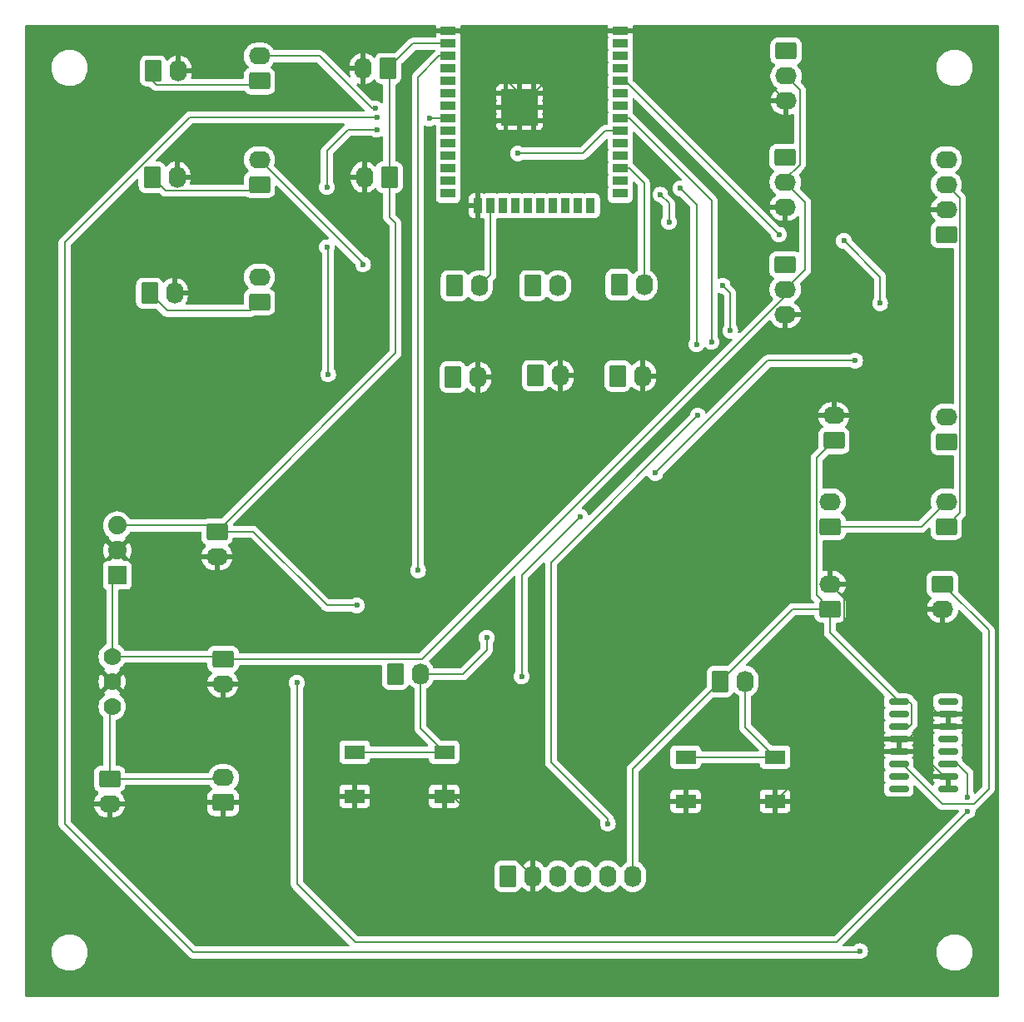
<source format=gbr>
%TF.GenerationSoftware,KiCad,Pcbnew,8.0.8*%
%TF.CreationDate,2025-04-22T11:25:48-05:00*%
%TF.ProjectId,LastChance,4c617374-4368-4616-9e63-652e6b696361,rev?*%
%TF.SameCoordinates,Original*%
%TF.FileFunction,Copper,L1,Top*%
%TF.FilePolarity,Positive*%
%FSLAX46Y46*%
G04 Gerber Fmt 4.6, Leading zero omitted, Abs format (unit mm)*
G04 Created by KiCad (PCBNEW 8.0.8) date 2025-04-22 11:25:48*
%MOMM*%
%LPD*%
G01*
G04 APERTURE LIST*
G04 Aperture macros list*
%AMRoundRect*
0 Rectangle with rounded corners*
0 $1 Rounding radius*
0 $2 $3 $4 $5 $6 $7 $8 $9 X,Y pos of 4 corners*
0 Add a 4 corners polygon primitive as box body*
4,1,4,$2,$3,$4,$5,$6,$7,$8,$9,$2,$3,0*
0 Add four circle primitives for the rounded corners*
1,1,$1+$1,$2,$3*
1,1,$1+$1,$4,$5*
1,1,$1+$1,$6,$7*
1,1,$1+$1,$8,$9*
0 Add four rect primitives between the rounded corners*
20,1,$1+$1,$2,$3,$4,$5,0*
20,1,$1+$1,$4,$5,$6,$7,0*
20,1,$1+$1,$6,$7,$8,$9,0*
20,1,$1+$1,$8,$9,$2,$3,0*%
G04 Aperture macros list end*
%TA.AperFunction,ComponentPad*%
%ADD10RoundRect,0.250000X0.845000X-0.620000X0.845000X0.620000X-0.845000X0.620000X-0.845000X-0.620000X0*%
%TD*%
%TA.AperFunction,ComponentPad*%
%ADD11O,2.190000X1.740000*%
%TD*%
%TA.AperFunction,ComponentPad*%
%ADD12RoundRect,0.250000X-0.620000X-0.845000X0.620000X-0.845000X0.620000X0.845000X-0.620000X0.845000X0*%
%TD*%
%TA.AperFunction,ComponentPad*%
%ADD13O,1.740000X2.190000*%
%TD*%
%TA.AperFunction,ComponentPad*%
%ADD14RoundRect,0.250000X-0.845000X0.620000X-0.845000X-0.620000X0.845000X-0.620000X0.845000X0.620000X0*%
%TD*%
%TA.AperFunction,ComponentPad*%
%ADD15RoundRect,0.250000X0.620000X0.845000X-0.620000X0.845000X-0.620000X-0.845000X0.620000X-0.845000X0*%
%TD*%
%TA.AperFunction,ComponentPad*%
%ADD16R,1.879600X1.879600*%
%TD*%
%TA.AperFunction,ComponentPad*%
%ADD17C,1.879600*%
%TD*%
%TA.AperFunction,ComponentPad*%
%ADD18C,1.778000*%
%TD*%
%TA.AperFunction,SMDPad,CuDef*%
%ADD19RoundRect,0.150000X-0.850000X-0.150000X0.850000X-0.150000X0.850000X0.150000X-0.850000X0.150000X0*%
%TD*%
%TA.AperFunction,SMDPad,CuDef*%
%ADD20R,0.900000X0.900000*%
%TD*%
%TA.AperFunction,HeatsinkPad*%
%ADD21C,0.600000*%
%TD*%
%TA.AperFunction,HeatsinkPad*%
%ADD22R,3.800000X3.800000*%
%TD*%
%TA.AperFunction,SMDPad,CuDef*%
%ADD23R,1.500000X0.900000*%
%TD*%
%TA.AperFunction,SMDPad,CuDef*%
%ADD24R,0.900000X1.500000*%
%TD*%
%TA.AperFunction,SMDPad,CuDef*%
%ADD25R,2.100000X1.400000*%
%TD*%
%TA.AperFunction,ViaPad*%
%ADD26C,0.600000*%
%TD*%
%TA.AperFunction,Conductor*%
%ADD27C,0.200000*%
%TD*%
G04 APERTURE END LIST*
D10*
%TO.P,R13,1*%
%TO.N,/Singal -*%
X184150000Y-83058000D03*
D11*
%TO.P,R13,2*%
%TO.N,Net-(U2-INA-)*%
X184150000Y-80518000D03*
%TD*%
D10*
%TO.P,R12,1*%
%TO.N,/Signal +*%
X184150000Y-91694000D03*
D11*
%TO.P,R12,2*%
%TO.N,Net-(U2-INA+)*%
X184150000Y-89154000D03*
%TD*%
D12*
%TO.P,R10,1*%
%TO.N,Net-(J8-Pin_1)*%
X150876000Y-67076000D03*
D13*
%TO.P,R10,2*%
%TO.N,/Container 3 LED*%
X153416000Y-67076000D03*
%TD*%
D12*
%TO.P,R9,1*%
%TO.N,Net-(J7-Pin_1)*%
X142113000Y-67183000D03*
D13*
%TO.P,R9,2*%
%TO.N,/Container 2 LED*%
X144653000Y-67183000D03*
%TD*%
D12*
%TO.P,R8,1*%
%TO.N,Net-(J6-Pin_1)*%
X134112000Y-67183000D03*
D13*
%TO.P,R8,2*%
%TO.N,/Container 1 LED*%
X136652000Y-67183000D03*
%TD*%
D10*
%TO.P,R7,1*%
%TO.N,Net-(J5-Pin_1)*%
X114300000Y-56896000D03*
D11*
%TO.P,R7,2*%
%TO.N,/Bluetooth LED*%
X114300000Y-54356000D03*
%TD*%
D10*
%TO.P,R4,1*%
%TO.N,Net-(J2-Pin_1)*%
X114300000Y-68834000D03*
D11*
%TO.P,R4,2*%
%TO.N,/Refill LED*%
X114300000Y-66294000D03*
%TD*%
D10*
%TO.P,R3,1*%
%TO.N,Net-(J1-Pin_1)*%
X114300000Y-46355000D03*
D11*
%TO.P,R3,2*%
%TO.N,/Power LED*%
X114300000Y-43815000D03*
%TD*%
D12*
%TO.P,R2,1*%
%TO.N,+3.3V*%
X161163000Y-107442000D03*
D13*
%TO.P,R2,2*%
%TO.N,Net-(U1-IO0)*%
X163703000Y-107442000D03*
%TD*%
D12*
%TO.P,R1,1*%
%TO.N,+3.3V*%
X128143000Y-106680000D03*
D13*
%TO.P,R1,2*%
%TO.N,Net-(U1-EN)*%
X130683000Y-106680000D03*
%TD*%
D14*
%TO.P,C9,1*%
%TO.N,+3.3V*%
X109982000Y-92202000D03*
D11*
%TO.P,C9,2*%
%TO.N,GND*%
X109982000Y-94742000D03*
%TD*%
D14*
%TO.P,C8,1*%
%TO.N,+5V*%
X110597000Y-105156000D03*
D11*
%TO.P,C8,2*%
%TO.N,GND*%
X110597000Y-107696000D03*
%TD*%
D10*
%TO.P,C7,1*%
%TO.N,+3.3V*%
X172720000Y-82931000D03*
D11*
%TO.P,C7,2*%
%TO.N,GND*%
X172720000Y-80391000D03*
%TD*%
D10*
%TO.P,C6,1*%
%TO.N,+3.3V*%
X172339000Y-100076000D03*
D11*
%TO.P,C6,2*%
%TO.N,GND*%
X172339000Y-97536000D03*
%TD*%
D10*
%TO.P,C5,1*%
%TO.N,Net-(U2-INA+)*%
X172339000Y-91694000D03*
D11*
%TO.P,C5,2*%
%TO.N,Net-(U2-INA-)*%
X172339000Y-89154000D03*
%TD*%
D14*
%TO.P,C4,1*%
%TO.N,Net-(U2-VBG)*%
X183769000Y-97536000D03*
D11*
%TO.P,C4,2*%
%TO.N,GND*%
X183769000Y-100076000D03*
%TD*%
D10*
%TO.P,C3,1*%
%TO.N,GND*%
X110617000Y-119761000D03*
D11*
%TO.P,C3,2*%
%TO.N,Net-(J4-Pin_1)*%
X110617000Y-117221000D03*
%TD*%
D15*
%TO.P,C2,1*%
%TO.N,+3.3V*%
X127381000Y-45085000D03*
D13*
%TO.P,C2,2*%
%TO.N,GND*%
X124841000Y-45085000D03*
%TD*%
D15*
%TO.P,C1,1*%
%TO.N,+3.3V*%
X127508000Y-56134000D03*
D13*
%TO.P,C1,2*%
%TO.N,GND*%
X124968000Y-56134000D03*
%TD*%
D16*
%TO.P,U4,1,IN*%
%TO.N,+5V*%
X99842000Y-96647000D03*
D17*
%TO.P,U4,2,GND*%
%TO.N,GND*%
X99842000Y-94107000D03*
%TO.P,U4,3,OUT*%
%TO.N,+3.3V*%
X99842000Y-91567000D03*
%TD*%
D18*
%TO.P,U3,1,INPUT*%
%TO.N,Net-(J4-Pin_1)*%
X99334000Y-109982000D03*
%TO.P,U3,2,GROUND*%
%TO.N,GND*%
X99334000Y-107442000D03*
%TO.P,U3,3,OUTPUT*%
%TO.N,+5V*%
X99334000Y-104902000D03*
%TD*%
D19*
%TO.P,U2,1,VSUP*%
%TO.N,+3.3V*%
X179324000Y-109474000D03*
%TO.P,U2,2,BASE*%
%TO.N,unconnected-(U2-BASE-Pad2)*%
X179324000Y-110744000D03*
%TO.P,U2,3,AVDD*%
%TO.N,+3.3V*%
X179324000Y-112014000D03*
%TO.P,U2,4,VFB*%
%TO.N,GND*%
X179324000Y-113284000D03*
%TO.P,U2,5,AGND*%
X179324000Y-114554000D03*
%TO.P,U2,6,VBG*%
%TO.N,Net-(U2-VBG)*%
X179324000Y-115824000D03*
%TO.P,U2,7,INA-*%
%TO.N,Net-(U2-INA-)*%
X179324000Y-117094000D03*
%TO.P,U2,8,INA+*%
%TO.N,Net-(U2-INA+)*%
X179324000Y-118364000D03*
%TO.P,U2,9,INB-*%
%TO.N,GND*%
X184324000Y-118364000D03*
%TO.P,U2,10,INB+*%
X184324000Y-117094000D03*
%TO.P,U2,11,PD_SCK*%
%TO.N,/HX711 PD_SCK*%
X184324000Y-115824000D03*
%TO.P,U2,12,DOUT*%
%TO.N,/HX711 Digital Output*%
X184324000Y-114554000D03*
%TO.P,U2,13,XO*%
%TO.N,unconnected-(U2-XO-Pad13)*%
X184324000Y-113284000D03*
%TO.P,U2,14,XI*%
%TO.N,GND*%
X184324000Y-112014000D03*
%TO.P,U2,15,RATE*%
X184324000Y-110744000D03*
%TO.P,U2,16,DVDD*%
%TO.N,+3.3V*%
X184324000Y-109474000D03*
%TD*%
D20*
%TO.P,U1,39,GND*%
%TO.N,GND*%
X142153000Y-50395000D03*
D21*
X142153000Y-49695000D03*
D20*
X142153000Y-48995000D03*
D21*
X142153000Y-48295000D03*
D20*
X142153000Y-47595000D03*
D21*
X141453000Y-50395000D03*
X141453000Y-48995000D03*
X141453000Y-47595000D03*
D20*
X140753000Y-50395000D03*
D22*
X140753000Y-48995000D03*
D20*
X140753000Y-48995000D03*
X140753000Y-47595000D03*
D21*
X140728000Y-49695000D03*
X140728000Y-48295000D03*
X140053000Y-50395000D03*
X140053000Y-48995000D03*
X140053000Y-47595000D03*
D20*
X139353000Y-50395000D03*
D21*
X139353000Y-49695000D03*
D20*
X139353000Y-48995000D03*
D21*
X139353000Y-48295000D03*
D20*
X139353000Y-47595000D03*
D23*
%TO.P,U1,38,GND*%
X151003000Y-41275000D03*
%TO.P,U1,37,IO23*%
%TO.N,/Servo Signal 2*%
X151003000Y-42545000D03*
%TO.P,U1,36,IO22*%
%TO.N,/Servo Signal 1*%
X151003000Y-43815000D03*
%TO.P,U1,35,TXD0/IO1*%
%TO.N,/TXD0*%
X151003000Y-45085000D03*
%TO.P,U1,34,RXD0/IO3*%
%TO.N,/RXD0*%
X151003000Y-46355000D03*
%TO.P,U1,33,IO21*%
%TO.N,unconnected-(U1-IO21-Pad33)*%
X151003000Y-47625000D03*
%TO.P,U1,32,NC*%
%TO.N,unconnected-(U1-NC-Pad32)*%
X151003000Y-48895000D03*
%TO.P,U1,31,IO19*%
%TO.N,/Refill LED*%
X151003000Y-50165000D03*
%TO.P,U1,30,IO18*%
%TO.N,/Power LED*%
X151003000Y-51435000D03*
%TO.P,U1,29,IO5*%
%TO.N,unconnected-(U1-IO5-Pad29)*%
X151003000Y-52705000D03*
%TO.P,U1,28,IO17*%
%TO.N,unconnected-(U1-IO17-Pad28)*%
X151003000Y-53975000D03*
%TO.P,U1,27,IO16*%
%TO.N,/Container 3 LED*%
X151003000Y-55245000D03*
%TO.P,U1,26,IO4*%
%TO.N,unconnected-(U1-IO4-Pad26)*%
X151003000Y-56515000D03*
%TO.P,U1,25,IO0*%
%TO.N,Net-(U1-IO0)*%
X151003000Y-57785000D03*
D24*
%TO.P,U1,24,IO2*%
%TO.N,unconnected-(U1-IO2-Pad24)*%
X147973000Y-59035000D03*
%TO.P,U1,23,IO15*%
%TO.N,unconnected-(U1-IO15-Pad23)*%
X146703000Y-59035000D03*
%TO.P,U1,22,SDI/SD1*%
%TO.N,unconnected-(U1-SDI{slash}SD1-Pad22)*%
X145433000Y-59035000D03*
%TO.P,U1,21,SDO/SD0*%
%TO.N,unconnected-(U1-SDO{slash}SD0-Pad21)*%
X144163000Y-59035000D03*
%TO.P,U1,20,SCK/CLK*%
%TO.N,unconnected-(U1-SCK{slash}CLK-Pad20)*%
X142893000Y-59035000D03*
%TO.P,U1,19,SCS/CMD*%
%TO.N,unconnected-(U1-SCS{slash}CMD-Pad19)*%
X141623000Y-59035000D03*
%TO.P,U1,18,SWP/SD3*%
%TO.N,unconnected-(U1-SWP{slash}SD3-Pad18)*%
X140353000Y-59035000D03*
%TO.P,U1,17,SHD/SD2*%
%TO.N,unconnected-(U1-SHD{slash}SD2-Pad17)*%
X139083000Y-59035000D03*
%TO.P,U1,16,IO13*%
%TO.N,/Container 1 LED*%
X137813000Y-59035000D03*
%TO.P,U1,15,GND*%
%TO.N,GND*%
X136543000Y-59035000D03*
D23*
%TO.P,U1,14,IO12*%
%TO.N,unconnected-(U1-IO12-Pad14)*%
X133503000Y-57785000D03*
%TO.P,U1,13,IO14*%
%TO.N,/Container 2 LED*%
X133503000Y-56515000D03*
%TO.P,U1,12,IO27*%
%TO.N,/Bluetooth LED*%
X133503000Y-55245000D03*
%TO.P,U1,11,IO26*%
%TO.N,unconnected-(U1-IO26-Pad11)*%
X133503000Y-53975000D03*
%TO.P,U1,10,IO25*%
%TO.N,/Servo Signal 3*%
X133503000Y-52705000D03*
%TO.P,U1,9,IO33*%
%TO.N,/HX711 PD_SCK*%
X133503000Y-51435000D03*
%TO.P,U1,8,IO32*%
%TO.N,/HX711 Digital Output*%
X133503000Y-50165000D03*
%TO.P,U1,7,IO35*%
%TO.N,unconnected-(U1-IO35-Pad7)*%
X133503000Y-48895000D03*
%TO.P,U1,6,IO34*%
%TO.N,unconnected-(U1-IO34-Pad6)*%
X133503000Y-47625000D03*
%TO.P,U1,5,SENSOR_VN*%
%TO.N,unconnected-(U1-SENSOR_VN-Pad5)*%
X133503000Y-46355000D03*
%TO.P,U1,4,SENSOR_VP*%
%TO.N,unconnected-(U1-SENSOR_VP-Pad4)*%
X133503000Y-45085000D03*
%TO.P,U1,3,EN*%
%TO.N,Net-(U1-EN)*%
X133503000Y-43815000D03*
%TO.P,U1,2,VDD*%
%TO.N,+3.3V*%
X133503000Y-42545000D03*
%TO.P,U1,1,GND*%
%TO.N,GND*%
X133503000Y-41275000D03*
%TD*%
D25*
%TO.P,SW2,1*%
%TO.N,Net-(U1-IO0)*%
X157651000Y-115134000D03*
%TO.P,SW2,2*%
X166751000Y-115134000D03*
%TO.P,SW2,3*%
%TO.N,GND*%
X157651000Y-119634000D03*
%TO.P,SW2,4*%
X166751000Y-119634000D03*
%TD*%
%TO.P,SW1,1*%
%TO.N,Net-(U1-EN)*%
X123996000Y-114626000D03*
%TO.P,SW1,2*%
X133096000Y-114626000D03*
%TO.P,SW1,3*%
%TO.N,GND*%
X123996000Y-119126000D03*
%TO.P,SW1,4*%
X133096000Y-119126000D03*
%TD*%
D14*
%TO.P,J13,1,Pin_1*%
%TO.N,/Servo Signal 3*%
X167767000Y-65024000D03*
D11*
%TO.P,J13,2,Pin_2*%
%TO.N,+5V*%
X167767000Y-67564000D03*
%TO.P,J13,3,Pin_3*%
%TO.N,GND*%
X167767000Y-70104000D03*
%TD*%
D14*
%TO.P,J12,1,Pin_1*%
%TO.N,/Servo Signal 2*%
X167767000Y-54102000D03*
D11*
%TO.P,J12,2,Pin_2*%
%TO.N,+5V*%
X167767000Y-56642000D03*
%TO.P,J12,3,Pin_3*%
%TO.N,GND*%
X167767000Y-59182000D03*
%TD*%
D14*
%TO.P,J11,1,Pin_1*%
%TO.N,/Servo Signal 1*%
X167874000Y-43307000D03*
D11*
%TO.P,J11,2,Pin_2*%
%TO.N,+5V*%
X167874000Y-45847000D03*
%TO.P,J11,3,Pin_3*%
%TO.N,GND*%
X167874000Y-48387000D03*
%TD*%
D12*
%TO.P,J10,1,Pin_1*%
%TO.N,unconnected-(J10-Pin_1-Pad1)*%
X139573000Y-127254000D03*
D13*
%TO.P,J10,2,Pin_2*%
%TO.N,GND*%
X142113000Y-127254000D03*
%TO.P,J10,3,Pin_3*%
%TO.N,/RXD0*%
X144653000Y-127254000D03*
%TO.P,J10,4,Pin_4*%
%TO.N,/TXD0*%
X147193000Y-127254000D03*
%TO.P,J10,5,Pin_5*%
%TO.N,unconnected-(J10-Pin_5-Pad5)*%
X149733000Y-127254000D03*
%TO.P,J10,6,Pin_6*%
%TO.N,+3.3V*%
X152273000Y-127254000D03*
%TD*%
D10*
%TO.P,J9,1,Pin_1*%
%TO.N,+3.3V*%
X184150000Y-61976000D03*
D11*
%TO.P,J9,2,Pin_2*%
%TO.N,GND*%
X184150000Y-59436000D03*
%TO.P,J9,3,Pin_3*%
%TO.N,/Signal +*%
X184150000Y-56896000D03*
%TO.P,J9,4,Pin_4*%
%TO.N,/Singal -*%
X184150000Y-54356000D03*
%TD*%
D12*
%TO.P,J8,1,Pin_1*%
%TO.N,Net-(J8-Pin_1)*%
X150749000Y-76347000D03*
D13*
%TO.P,J8,2,Pin_2*%
%TO.N,GND*%
X153289000Y-76347000D03*
%TD*%
D12*
%TO.P,J7,1,Pin_1*%
%TO.N,Net-(J7-Pin_1)*%
X142367000Y-76327000D03*
D13*
%TO.P,J7,2,Pin_2*%
%TO.N,GND*%
X144907000Y-76327000D03*
%TD*%
D12*
%TO.P,J6,1,Pin_1*%
%TO.N,Net-(J6-Pin_1)*%
X133985000Y-76474000D03*
D13*
%TO.P,J6,2,Pin_2*%
%TO.N,GND*%
X136525000Y-76474000D03*
%TD*%
D12*
%TO.P,J5,1,Pin_1*%
%TO.N,Net-(J5-Pin_1)*%
X103378000Y-56134000D03*
D13*
%TO.P,J5,2,Pin_2*%
%TO.N,GND*%
X105918000Y-56134000D03*
%TD*%
D14*
%TO.P,J4,1,Pin_1*%
%TO.N,Net-(J4-Pin_1)*%
X99060000Y-117348000D03*
D11*
%TO.P,J4,2,Pin_2*%
%TO.N,GND*%
X99060000Y-119888000D03*
%TD*%
D12*
%TO.P,J2,1,Pin_1*%
%TO.N,Net-(J2-Pin_1)*%
X103124000Y-67945000D03*
D13*
%TO.P,J2,2,Pin_2*%
%TO.N,GND*%
X105664000Y-67945000D03*
%TD*%
D12*
%TO.P,J1,1,Pin_1*%
%TO.N,Net-(J1-Pin_1)*%
X103505000Y-45339000D03*
D13*
%TO.P,J1,2,Pin_2*%
%TO.N,GND*%
X106045000Y-45339000D03*
%TD*%
D26*
%TO.N,/RXD0*%
X154559000Y-86233000D03*
X140970000Y-106934000D03*
X146939000Y-90678000D03*
X167132000Y-61976000D03*
X174879000Y-74803000D03*
X173736000Y-62611000D03*
X177419000Y-68961000D03*
%TO.N,/TXD0*%
X157099000Y-57277000D03*
X151003000Y-45085000D03*
X158877000Y-80391000D03*
X158750000Y-73152000D03*
X149733000Y-121920000D03*
%TO.N,/Power LED*%
X126111000Y-49149000D03*
X140589000Y-53721000D03*
%TO.N,/HX711 Digital Output*%
X126238000Y-50038000D03*
X184324000Y-114554000D03*
X175387000Y-134874000D03*
X131572000Y-50165000D03*
%TO.N,/HX711 PD_SCK*%
X126238000Y-51308000D03*
X121158000Y-57150000D03*
X121285000Y-76200000D03*
X186309000Y-119253000D03*
X121158000Y-63246000D03*
X118110000Y-107569000D03*
X186309000Y-120650000D03*
X133503000Y-51435000D03*
%TO.N,Net-(U2-INA+)*%
X179324000Y-118364000D03*
%TO.N,Net-(U2-INA-)*%
X179324000Y-117094000D03*
%TO.N,+3.3V*%
X184324000Y-109474000D03*
%TO.N,Net-(U1-IO0)*%
X161417000Y-67183000D03*
X162179000Y-71755000D03*
X155956000Y-60706000D03*
X155067000Y-57912000D03*
X151003000Y-57785000D03*
%TO.N,/Bluetooth LED*%
X124841000Y-65024000D03*
X133503000Y-55245000D03*
%TO.N,/Refill LED*%
X160274000Y-72898000D03*
%TO.N,/Container 2 LED*%
X133503000Y-56515000D03*
%TO.N,/Servo Signal 3*%
X133503000Y-52705000D03*
%TO.N,/Servo Signal 2*%
X151003000Y-42545000D03*
%TO.N,/Servo Signal 1*%
X151003000Y-43815000D03*
%TO.N,Net-(U1-EN)*%
X130429000Y-96139000D03*
X137414000Y-102997000D03*
%TO.N,+3.3V*%
X124206000Y-99695000D03*
%TO.N,GND*%
X157651000Y-119634000D03*
X123996000Y-119126000D03*
X133503000Y-41275000D03*
%TD*%
D27*
%TO.N,/RXD0*%
X177419000Y-68961000D02*
X177419000Y-66294000D01*
X167132000Y-61976000D02*
X151511000Y-46355000D01*
X140970000Y-106934000D02*
X140970000Y-96647000D01*
X177419000Y-66294000D02*
X173736000Y-62611000D01*
X165989000Y-74803000D02*
X174879000Y-74803000D01*
X140970000Y-96647000D02*
X146939000Y-90678000D01*
X154559000Y-86233000D02*
X165989000Y-74803000D01*
X151511000Y-46355000D02*
X151003000Y-46355000D01*
%TO.N,/TXD0*%
X158750000Y-58928000D02*
X157099000Y-57277000D01*
X149733000Y-121412000D02*
X143947000Y-115626000D01*
X158750000Y-73152000D02*
X158750000Y-58928000D01*
X143947000Y-115626000D02*
X143947000Y-95321000D01*
X149733000Y-121920000D02*
X149733000Y-121412000D01*
X143947000Y-95321000D02*
X158877000Y-80391000D01*
%TO.N,GND*%
X183769000Y-100076000D02*
X174879000Y-100076000D01*
X174879000Y-100076000D02*
X172339000Y-97536000D01*
%TO.N,/Power LED*%
X114300000Y-43815000D02*
X120396000Y-43815000D01*
X120396000Y-43815000D02*
X125730000Y-49149000D01*
X125730000Y-49149000D02*
X126111000Y-49149000D01*
X140589000Y-53721000D02*
X147193000Y-53721000D01*
X147193000Y-53721000D02*
X149479000Y-51435000D01*
X149479000Y-51435000D02*
X151003000Y-51435000D01*
%TO.N,/HX711 Digital Output*%
X94488000Y-62774256D02*
X94488000Y-108712000D01*
X133503000Y-50165000D02*
X131572000Y-50165000D01*
X94488000Y-121920000D02*
X107569000Y-135001000D01*
X94488000Y-74041000D02*
X94488000Y-121920000D01*
X107224256Y-50038000D02*
X94488000Y-62774256D01*
X126238000Y-50038000D02*
X107224256Y-50038000D01*
X94488000Y-108712000D02*
X94488000Y-74041000D01*
X107569000Y-135001000D02*
X175260000Y-135001000D01*
X175260000Y-135001000D02*
X175387000Y-134874000D01*
%TO.N,/HX711 PD_SCK*%
X121158000Y-53467000D02*
X123317000Y-51308000D01*
X123317000Y-51308000D02*
X126238000Y-51308000D01*
X124079000Y-133985000D02*
X118110000Y-128016000D01*
X186309000Y-120650000D02*
X172974000Y-133985000D01*
X121158000Y-57150000D02*
X121158000Y-53467000D01*
X121285000Y-76200000D02*
X121285000Y-63373000D01*
X186309000Y-116809001D02*
X186309000Y-119253000D01*
X185323999Y-115824000D02*
X186309000Y-116809001D01*
X118110000Y-128016000D02*
X118110000Y-107569000D01*
X184324000Y-115824000D02*
X185323999Y-115824000D01*
X172974000Y-133985000D02*
X124079000Y-133985000D01*
X121285000Y-63373000D02*
X121158000Y-63246000D01*
%TO.N,Net-(U2-VBG)*%
X179324000Y-115824000D02*
X179694552Y-115824000D01*
X179694552Y-115824000D02*
X183758552Y-119888000D01*
X188468000Y-118364000D02*
X188468000Y-102235000D01*
X183758552Y-119888000D02*
X186944000Y-119888000D01*
X186944000Y-119888000D02*
X188468000Y-118364000D01*
X188468000Y-102235000D02*
X183769000Y-97536000D01*
%TO.N,Net-(U2-INA+)*%
X172339000Y-91694000D02*
X181610000Y-91694000D01*
X181610000Y-91694000D02*
X184150000Y-89154000D01*
%TO.N,+3.3V*%
X109982000Y-92202000D02*
X128143000Y-74041000D01*
X128143000Y-60833000D02*
X127508000Y-60198000D01*
X128143000Y-74041000D02*
X128143000Y-60833000D01*
X127508000Y-60198000D02*
X127508000Y-56134000D01*
X172339000Y-100076000D02*
X168529000Y-100076000D01*
X168529000Y-100076000D02*
X161163000Y-107442000D01*
X172720000Y-82931000D02*
X170944000Y-84707000D01*
X170944000Y-98681000D02*
X172339000Y-100076000D01*
X170944000Y-84707000D02*
X170944000Y-98681000D01*
%TO.N,/Signal +*%
X184150000Y-56896000D02*
X185545000Y-58291000D01*
X185545000Y-58291000D02*
X185545000Y-90299000D01*
X185545000Y-90299000D02*
X184150000Y-91694000D01*
%TO.N,+3.3V*%
X179324000Y-109474000D02*
X172339000Y-102489000D01*
X172339000Y-102489000D02*
X172339000Y-100076000D01*
X179324000Y-109474000D02*
X180323999Y-109474000D01*
X180323999Y-109474000D02*
X180624000Y-109774001D01*
X180624000Y-109774001D02*
X180624000Y-111730000D01*
X180624000Y-111730000D02*
X180340000Y-112014000D01*
X180340000Y-112014000D02*
X179324000Y-112014000D01*
%TO.N,Net-(U1-IO0)*%
X155956000Y-58801000D02*
X155067000Y-57912000D01*
X155956000Y-60706000D02*
X155956000Y-58801000D01*
X162179000Y-67945000D02*
X161417000Y-67183000D01*
X162179000Y-71755000D02*
X162179000Y-67945000D01*
%TO.N,/Bluetooth LED*%
X124841000Y-64897000D02*
X124841000Y-65024000D01*
X114300000Y-54356000D02*
X124841000Y-64897000D01*
%TO.N,/Refill LED*%
X151953000Y-50165000D02*
X160274000Y-58486000D01*
X151003000Y-50165000D02*
X151953000Y-50165000D01*
X160274000Y-58486000D02*
X160274000Y-72898000D01*
%TO.N,Net-(J2-Pin_1)*%
X103124000Y-67945000D02*
X104902000Y-69723000D01*
X104902000Y-69723000D02*
X113411000Y-69723000D01*
X113411000Y-69723000D02*
X114300000Y-68834000D01*
%TO.N,Net-(J1-Pin_1)*%
X103505000Y-45339000D02*
X103505000Y-46434000D01*
X113921000Y-46734000D02*
X114300000Y-46355000D01*
X103505000Y-46434000D02*
X103805000Y-46734000D01*
X103805000Y-46734000D02*
X113921000Y-46734000D01*
%TO.N,Net-(J5-Pin_1)*%
X103378000Y-56134000D02*
X104773000Y-57529000D01*
X104773000Y-57529000D02*
X113667000Y-57529000D01*
X113667000Y-57529000D02*
X114300000Y-56896000D01*
%TO.N,/Container 3 LED*%
X151003000Y-55245000D02*
X151953000Y-55245000D01*
X151953000Y-55245000D02*
X153416000Y-56708000D01*
X153416000Y-56708000D02*
X153416000Y-67076000D01*
%TO.N,/Container 1 LED*%
X137813000Y-59035000D02*
X137813000Y-66022000D01*
X137813000Y-66022000D02*
X136652000Y-67183000D01*
%TO.N,Net-(U1-EN)*%
X137414000Y-102997000D02*
X137414000Y-104267000D01*
X137414000Y-104267000D02*
X135001000Y-106680000D01*
X135001000Y-106680000D02*
X130683000Y-106680000D01*
X133503000Y-43815000D02*
X132553000Y-43815000D01*
X132553000Y-43815000D02*
X130429000Y-45939000D01*
X130429000Y-45939000D02*
X130429000Y-96139000D01*
%TO.N,+3.3V*%
X127381000Y-45085000D02*
X129921000Y-42545000D01*
X129921000Y-42545000D02*
X133503000Y-42545000D01*
X127508000Y-56134000D02*
X127508000Y-45212000D01*
X127508000Y-45212000D02*
X127381000Y-45085000D01*
%TO.N,+5V*%
X110597000Y-105156000D02*
X110343000Y-104902000D01*
X110343000Y-104902000D02*
X99334000Y-104902000D01*
%TO.N,+3.3V*%
X152273000Y-127254000D02*
X152273000Y-116332000D01*
X152273000Y-116332000D02*
X161163000Y-107442000D01*
X113665000Y-92202000D02*
X121158000Y-99695000D01*
X109982000Y-92202000D02*
X113665000Y-92202000D01*
X121158000Y-99695000D02*
X124206000Y-99695000D01*
X99842000Y-91567000D02*
X109347000Y-91567000D01*
X109347000Y-91567000D02*
X109982000Y-92202000D01*
%TO.N,Net-(U1-IO0)*%
X166751000Y-115134000D02*
X157651000Y-115134000D01*
X163703000Y-107442000D02*
X163703000Y-112086000D01*
X163703000Y-112086000D02*
X166751000Y-115134000D01*
%TO.N,Net-(U1-EN)*%
X133096000Y-114626000D02*
X123996000Y-114626000D01*
X130683000Y-106680000D02*
X130683000Y-112213000D01*
X130683000Y-112213000D02*
X133096000Y-114626000D01*
%TO.N,+5V*%
X167767000Y-56642000D02*
X167767000Y-56351744D01*
X167767000Y-56351744D02*
X169269000Y-54849744D01*
X169269000Y-54849744D02*
X169269000Y-47242000D01*
X169269000Y-47242000D02*
X167874000Y-45847000D01*
X167767000Y-67564000D02*
X169799000Y-65532000D01*
X169799000Y-65532000D02*
X169799000Y-58674000D01*
X169799000Y-58674000D02*
X167767000Y-56642000D01*
X110597000Y-105156000D02*
X130835370Y-105156000D01*
X130835370Y-105156000D02*
X167767000Y-68224370D01*
X167767000Y-68224370D02*
X167767000Y-67564000D01*
X99334000Y-104902000D02*
X99334000Y-97155000D01*
X99334000Y-97155000D02*
X99842000Y-96647000D01*
%TO.N,Net-(J4-Pin_1)*%
X99060000Y-117348000D02*
X110490000Y-117348000D01*
X110490000Y-117348000D02*
X110617000Y-117221000D01*
X99060000Y-117348000D02*
X99060000Y-110256000D01*
X99060000Y-110256000D02*
X99334000Y-109982000D01*
%TO.N,GND*%
X151003000Y-41275000D02*
X160762000Y-41275000D01*
X160762000Y-41275000D02*
X167874000Y-48387000D01*
X184324000Y-110744000D02*
X183324001Y-110744000D01*
X183324001Y-110744000D02*
X173734000Y-101153999D01*
X173734000Y-101153999D02*
X173734000Y-98931000D01*
X173734000Y-98931000D02*
X172339000Y-97536000D01*
X184324000Y-117094000D02*
X184324000Y-118364000D01*
X179324000Y-114554000D02*
X181413448Y-114554000D01*
X181413448Y-114554000D02*
X183953448Y-117094000D01*
X183953448Y-117094000D02*
X184324000Y-117094000D01*
X184324000Y-112014000D02*
X184324000Y-110744000D01*
X179324000Y-113284000D02*
X180323999Y-113284000D01*
X180323999Y-113284000D02*
X181593999Y-112014000D01*
X181593999Y-112014000D02*
X184324000Y-112014000D01*
X179324000Y-114554000D02*
X179324000Y-113284000D01*
X166751000Y-119634000D02*
X171831000Y-114554000D01*
X171831000Y-114554000D02*
X179324000Y-114554000D01*
X157651000Y-119634000D02*
X166751000Y-119634000D01*
X133096000Y-119126000D02*
X133985000Y-119126000D01*
X133985000Y-119126000D02*
X142113000Y-127254000D01*
X123996000Y-119126000D02*
X133096000Y-119126000D01*
X140053000Y-48995000D02*
X136543000Y-52505000D01*
X136543000Y-52505000D02*
X136543000Y-59035000D01*
X140753000Y-48995000D02*
X148473000Y-41275000D01*
X148473000Y-41275000D02*
X151003000Y-41275000D01*
X133503000Y-41275000D02*
X134453000Y-41275000D01*
X134453000Y-41275000D02*
X140753000Y-47575000D01*
X140753000Y-47575000D02*
X140753000Y-48995000D01*
%TD*%
%TA.AperFunction,Conductor*%
%TO.N,GND*%
G36*
X125091000Y-46657480D02*
G01*
X125161809Y-46646266D01*
X125366901Y-46579627D01*
X125559036Y-46481728D01*
X125733493Y-46354977D01*
X125875578Y-46212892D01*
X125936901Y-46179407D01*
X126006593Y-46184391D01*
X126062527Y-46226262D01*
X126075640Y-46248165D01*
X126076181Y-46249325D01*
X126076185Y-46249331D01*
X126076186Y-46249334D01*
X126168288Y-46398656D01*
X126292344Y-46522712D01*
X126441666Y-46614814D01*
X126608203Y-46669999D01*
X126710991Y-46680500D01*
X126783500Y-46680499D01*
X126850538Y-46700183D01*
X126896294Y-46752986D01*
X126907500Y-46804499D01*
X126907500Y-48514060D01*
X126887815Y-48581099D01*
X126835011Y-48626854D01*
X126765853Y-48636798D01*
X126702297Y-48607773D01*
X126695819Y-48601741D01*
X126613262Y-48519184D01*
X126460523Y-48423211D01*
X126290254Y-48363631D01*
X126290249Y-48363630D01*
X126111004Y-48343435D01*
X126110996Y-48343435D01*
X125931746Y-48363631D01*
X125931741Y-48363632D01*
X125903145Y-48373638D01*
X125833366Y-48377199D01*
X125774512Y-48344277D01*
X124228168Y-46797933D01*
X124194683Y-46736610D01*
X124199667Y-46666918D01*
X124241539Y-46610985D01*
X124307003Y-46586568D01*
X124354168Y-46592321D01*
X124520190Y-46646266D01*
X124591000Y-46657481D01*
X124591000Y-45627709D01*
X124611339Y-45639452D01*
X124762667Y-45680000D01*
X124919333Y-45680000D01*
X125070661Y-45639452D01*
X125091000Y-45627709D01*
X125091000Y-46657480D01*
G37*
%TD.AperFunction*%
%TA.AperFunction,Conductor*%
G36*
X132197547Y-40652185D02*
G01*
X132243302Y-40704989D01*
X132253797Y-40769762D01*
X132253000Y-40777170D01*
X132253000Y-41025000D01*
X134753000Y-41025000D01*
X134753000Y-40777172D01*
X134752999Y-40777170D01*
X134752203Y-40769762D01*
X134764605Y-40701001D01*
X134812213Y-40649862D01*
X134875492Y-40632500D01*
X149630508Y-40632500D01*
X149697547Y-40652185D01*
X149743302Y-40704989D01*
X149753797Y-40769762D01*
X149753000Y-40777170D01*
X149753000Y-41025000D01*
X152253000Y-41025000D01*
X152253000Y-40777172D01*
X152252999Y-40777170D01*
X152252203Y-40769762D01*
X152264605Y-40701001D01*
X152312213Y-40649862D01*
X152375492Y-40632500D01*
X189375500Y-40632500D01*
X189442539Y-40652185D01*
X189488294Y-40704989D01*
X189499500Y-40756500D01*
X189499500Y-139375500D01*
X189479815Y-139442539D01*
X189427011Y-139488294D01*
X189375500Y-139499500D01*
X90624500Y-139499500D01*
X90557461Y-139479815D01*
X90511706Y-139427011D01*
X90500500Y-139375500D01*
X90500500Y-134878711D01*
X93149500Y-134878711D01*
X93149500Y-135121288D01*
X93181161Y-135361785D01*
X93243947Y-135596104D01*
X93278518Y-135679565D01*
X93336776Y-135820212D01*
X93458064Y-136030289D01*
X93458066Y-136030292D01*
X93458067Y-136030293D01*
X93605733Y-136222736D01*
X93605739Y-136222743D01*
X93777256Y-136394260D01*
X93777262Y-136394265D01*
X93969711Y-136541936D01*
X94179788Y-136663224D01*
X94403900Y-136756054D01*
X94638211Y-136818838D01*
X94818586Y-136842584D01*
X94878711Y-136850500D01*
X94878712Y-136850500D01*
X95121289Y-136850500D01*
X95169388Y-136844167D01*
X95361789Y-136818838D01*
X95596100Y-136756054D01*
X95820212Y-136663224D01*
X96030289Y-136541936D01*
X96222738Y-136394265D01*
X96394265Y-136222738D01*
X96541936Y-136030289D01*
X96663224Y-135820212D01*
X96756054Y-135596100D01*
X96818838Y-135361789D01*
X96850500Y-135121288D01*
X96850500Y-134878712D01*
X96818838Y-134638211D01*
X96756054Y-134403900D01*
X96663224Y-134179788D01*
X96541936Y-133969711D01*
X96394265Y-133777262D01*
X96394260Y-133777256D01*
X96222743Y-133605739D01*
X96222736Y-133605733D01*
X96030293Y-133458067D01*
X96030292Y-133458066D01*
X96030289Y-133458064D01*
X95820212Y-133336776D01*
X95820205Y-133336773D01*
X95596104Y-133243947D01*
X95361785Y-133181161D01*
X95121289Y-133149500D01*
X95121288Y-133149500D01*
X94878712Y-133149500D01*
X94878711Y-133149500D01*
X94638214Y-133181161D01*
X94403895Y-133243947D01*
X94179794Y-133336773D01*
X94179785Y-133336777D01*
X93969706Y-133458067D01*
X93777263Y-133605733D01*
X93777256Y-133605739D01*
X93605739Y-133777256D01*
X93605733Y-133777263D01*
X93458067Y-133969706D01*
X93336777Y-134179785D01*
X93336773Y-134179794D01*
X93243947Y-134403895D01*
X93181161Y-134638214D01*
X93149500Y-134878711D01*
X90500500Y-134878711D01*
X90500500Y-121999054D01*
X93887498Y-121999054D01*
X93928423Y-122151785D01*
X93957358Y-122201900D01*
X93957359Y-122201904D01*
X93957360Y-122201904D01*
X94007479Y-122288714D01*
X94007481Y-122288717D01*
X94126349Y-122407585D01*
X94126354Y-122407589D01*
X107200284Y-135481520D01*
X107200286Y-135481521D01*
X107200290Y-135481524D01*
X107337209Y-135560573D01*
X107337216Y-135560577D01*
X107489943Y-135601501D01*
X107489945Y-135601501D01*
X107655654Y-135601501D01*
X107655670Y-135601500D01*
X175021298Y-135601500D01*
X175062252Y-135608458D01*
X175103538Y-135622904D01*
X175207745Y-135659368D01*
X175207751Y-135659368D01*
X175207753Y-135659369D01*
X175386996Y-135679565D01*
X175387000Y-135679565D01*
X175387004Y-135679565D01*
X175566249Y-135659369D01*
X175566252Y-135659368D01*
X175566255Y-135659368D01*
X175736522Y-135599789D01*
X175889262Y-135503816D01*
X176016816Y-135376262D01*
X176112789Y-135223522D01*
X176172368Y-135053255D01*
X176192034Y-134878712D01*
X176192034Y-134878711D01*
X183149500Y-134878711D01*
X183149500Y-135121288D01*
X183181161Y-135361785D01*
X183243947Y-135596104D01*
X183278518Y-135679565D01*
X183336776Y-135820212D01*
X183458064Y-136030289D01*
X183458066Y-136030292D01*
X183458067Y-136030293D01*
X183605733Y-136222736D01*
X183605739Y-136222743D01*
X183777256Y-136394260D01*
X183777262Y-136394265D01*
X183969711Y-136541936D01*
X184179788Y-136663224D01*
X184403900Y-136756054D01*
X184638211Y-136818838D01*
X184818586Y-136842584D01*
X184878711Y-136850500D01*
X184878712Y-136850500D01*
X185121289Y-136850500D01*
X185169388Y-136844167D01*
X185361789Y-136818838D01*
X185596100Y-136756054D01*
X185820212Y-136663224D01*
X186030289Y-136541936D01*
X186222738Y-136394265D01*
X186394265Y-136222738D01*
X186541936Y-136030289D01*
X186663224Y-135820212D01*
X186756054Y-135596100D01*
X186818838Y-135361789D01*
X186850500Y-135121288D01*
X186850500Y-134878712D01*
X186818838Y-134638211D01*
X186756054Y-134403900D01*
X186663224Y-134179788D01*
X186541936Y-133969711D01*
X186394265Y-133777262D01*
X186394260Y-133777256D01*
X186222743Y-133605739D01*
X186222736Y-133605733D01*
X186030293Y-133458067D01*
X186030292Y-133458066D01*
X186030289Y-133458064D01*
X185820212Y-133336776D01*
X185820205Y-133336773D01*
X185596104Y-133243947D01*
X185361785Y-133181161D01*
X185121289Y-133149500D01*
X185121288Y-133149500D01*
X184878712Y-133149500D01*
X184878711Y-133149500D01*
X184638214Y-133181161D01*
X184403895Y-133243947D01*
X184179794Y-133336773D01*
X184179785Y-133336777D01*
X183969706Y-133458067D01*
X183777263Y-133605733D01*
X183777256Y-133605739D01*
X183605739Y-133777256D01*
X183605733Y-133777263D01*
X183458067Y-133969706D01*
X183336777Y-134179785D01*
X183336773Y-134179794D01*
X183243947Y-134403895D01*
X183181161Y-134638214D01*
X183149500Y-134878711D01*
X176192034Y-134878711D01*
X176192565Y-134874003D01*
X176192565Y-134873996D01*
X176172369Y-134694750D01*
X176172368Y-134694745D01*
X176112788Y-134524476D01*
X176037025Y-134403900D01*
X176016816Y-134371738D01*
X175889262Y-134244184D01*
X175811459Y-134195297D01*
X175736523Y-134148211D01*
X175566254Y-134088631D01*
X175566249Y-134088630D01*
X175387004Y-134068435D01*
X175386996Y-134068435D01*
X175207750Y-134088630D01*
X175207745Y-134088631D01*
X175037476Y-134148211D01*
X174884739Y-134244183D01*
X174764740Y-134364182D01*
X174703417Y-134397666D01*
X174677059Y-134400500D01*
X173707096Y-134400500D01*
X173640057Y-134380815D01*
X173594302Y-134328011D01*
X173584358Y-134258853D01*
X173613383Y-134195297D01*
X173619415Y-134188819D01*
X179959234Y-127849000D01*
X186327535Y-121480698D01*
X186388856Y-121447215D01*
X186401311Y-121445163D01*
X186488255Y-121435368D01*
X186658522Y-121375789D01*
X186811262Y-121279816D01*
X186938816Y-121152262D01*
X187034789Y-120999522D01*
X187094368Y-120829255D01*
X187100216Y-120777354D01*
X187114565Y-120650003D01*
X187114565Y-120649998D01*
X187109611Y-120606036D01*
X187105952Y-120573561D01*
X187118006Y-120504742D01*
X187165354Y-120453362D01*
X187168751Y-120451651D01*
X187168746Y-120451642D01*
X187226640Y-120418216D01*
X187226641Y-120418215D01*
X187312716Y-120368520D01*
X187424520Y-120256716D01*
X187424520Y-120256714D01*
X187434724Y-120246511D01*
X187434728Y-120246506D01*
X188826506Y-118854728D01*
X188826511Y-118854724D01*
X188836714Y-118844520D01*
X188836716Y-118844520D01*
X188948520Y-118732716D01*
X189027577Y-118595784D01*
X189067327Y-118447435D01*
X189068500Y-118443058D01*
X189068500Y-118284943D01*
X189068500Y-102324060D01*
X189068501Y-102324047D01*
X189068501Y-102155944D01*
X189027576Y-102003214D01*
X189027573Y-102003209D01*
X188948524Y-101866290D01*
X188948518Y-101866282D01*
X187177921Y-100095685D01*
X185399096Y-98316861D01*
X185365612Y-98255539D01*
X185363420Y-98216577D01*
X185364500Y-98206009D01*
X185364499Y-96865992D01*
X185353999Y-96763203D01*
X185298814Y-96596666D01*
X185206712Y-96447344D01*
X185082656Y-96323288D01*
X184933334Y-96231186D01*
X184766797Y-96176001D01*
X184766795Y-96176000D01*
X184664010Y-96165500D01*
X182873998Y-96165500D01*
X182873981Y-96165501D01*
X182771203Y-96176000D01*
X182771200Y-96176001D01*
X182604668Y-96231185D01*
X182604663Y-96231187D01*
X182455342Y-96323289D01*
X182331289Y-96447342D01*
X182239187Y-96596663D01*
X182239186Y-96596666D01*
X182184001Y-96763203D01*
X182184001Y-96763204D01*
X182184000Y-96763204D01*
X182173500Y-96865983D01*
X182173500Y-98206001D01*
X182173501Y-98206018D01*
X182184000Y-98308796D01*
X182184001Y-98308799D01*
X182186673Y-98316862D01*
X182239186Y-98475334D01*
X182331288Y-98624656D01*
X182455344Y-98748712D01*
X182604666Y-98840814D01*
X182604667Y-98840814D01*
X182604670Y-98840816D01*
X182605828Y-98841356D01*
X182606488Y-98841937D01*
X182610813Y-98844605D01*
X182610357Y-98845343D01*
X182658268Y-98887527D01*
X182677422Y-98954720D01*
X182657208Y-99021601D01*
X182641108Y-99041420D01*
X182499022Y-99183506D01*
X182372271Y-99357963D01*
X182274372Y-99550098D01*
X182207733Y-99755190D01*
X182196519Y-99826000D01*
X183226291Y-99826000D01*
X183214548Y-99846339D01*
X183174000Y-99997667D01*
X183174000Y-100154333D01*
X183214548Y-100305661D01*
X183226291Y-100326000D01*
X182196519Y-100326000D01*
X182207733Y-100396809D01*
X182274372Y-100601901D01*
X182372271Y-100794036D01*
X182499025Y-100968496D01*
X182499025Y-100968497D01*
X182651502Y-101120974D01*
X182825963Y-101247728D01*
X183018098Y-101345627D01*
X183223190Y-101412265D01*
X183436180Y-101446000D01*
X183519000Y-101446000D01*
X183519000Y-100618709D01*
X183539339Y-100630452D01*
X183690667Y-100671000D01*
X183847333Y-100671000D01*
X183998661Y-100630452D01*
X184019000Y-100618709D01*
X184019000Y-101446000D01*
X184101820Y-101446000D01*
X184314809Y-101412265D01*
X184519901Y-101345627D01*
X184712036Y-101247728D01*
X184886496Y-101120974D01*
X184886497Y-101120974D01*
X185038974Y-100968497D01*
X185038974Y-100968496D01*
X185165728Y-100794036D01*
X185263627Y-100601901D01*
X185330266Y-100396809D01*
X185353765Y-100248438D01*
X185383694Y-100185303D01*
X185443005Y-100148371D01*
X185512867Y-100149369D01*
X185563919Y-100180154D01*
X187831181Y-102447416D01*
X187864666Y-102508739D01*
X187867500Y-102535097D01*
X187867500Y-118063902D01*
X187847815Y-118130941D01*
X187831181Y-118151583D01*
X187161908Y-118820855D01*
X187100585Y-118854340D01*
X187030893Y-118849356D01*
X186974960Y-118807484D01*
X186969234Y-118799147D01*
X186938815Y-118750737D01*
X186936550Y-118747896D01*
X186935659Y-118745713D01*
X186935112Y-118744843D01*
X186935264Y-118744747D01*
X186910144Y-118683209D01*
X186909500Y-118670587D01*
X186909500Y-116898061D01*
X186909501Y-116898048D01*
X186909501Y-116729945D01*
X186909501Y-116729944D01*
X186868577Y-116577217D01*
X186867414Y-116575202D01*
X186789524Y-116440291D01*
X186789518Y-116440283D01*
X186307050Y-115957815D01*
X185811588Y-115462354D01*
X185811587Y-115462352D01*
X185802316Y-115453081D01*
X185779955Y-115420175D01*
X185779716Y-115420317D01*
X185777460Y-115416503D01*
X185776189Y-115414632D01*
X185775745Y-115413606D01*
X185775744Y-115413602D01*
X185752254Y-115373883D01*
X185692083Y-115272138D01*
X185687298Y-115265969D01*
X185689750Y-115264066D01*
X185663155Y-115215421D01*
X185668104Y-115145726D01*
X185688940Y-115113304D01*
X185687298Y-115112031D01*
X185692075Y-115105870D01*
X185692081Y-115105865D01*
X185775744Y-114964398D01*
X185821598Y-114806569D01*
X185824500Y-114769694D01*
X185824500Y-114338306D01*
X185821598Y-114301431D01*
X185775744Y-114143602D01*
X185692081Y-114002135D01*
X185692078Y-114002132D01*
X185687298Y-113995969D01*
X185689750Y-113994066D01*
X185663155Y-113945421D01*
X185668104Y-113875726D01*
X185688940Y-113843304D01*
X185687298Y-113842031D01*
X185692075Y-113835870D01*
X185692081Y-113835865D01*
X185775744Y-113694398D01*
X185812334Y-113568455D01*
X185821597Y-113536573D01*
X185821598Y-113536567D01*
X185824500Y-113499694D01*
X185824500Y-113068306D01*
X185821598Y-113031431D01*
X185775744Y-112873602D01*
X185692081Y-112732135D01*
X185692078Y-112732132D01*
X185687298Y-112725969D01*
X185689635Y-112724155D01*
X185662798Y-112675050D01*
X185667756Y-112605356D01*
X185688554Y-112572998D01*
X185686903Y-112571717D01*
X185691686Y-112565550D01*
X185775281Y-112424198D01*
X185821100Y-112266486D01*
X185821295Y-112264001D01*
X185821295Y-112264000D01*
X182826705Y-112264000D01*
X182826704Y-112264001D01*
X182826899Y-112266486D01*
X182872718Y-112424198D01*
X182956314Y-112565552D01*
X182961100Y-112571722D01*
X182958640Y-112573629D01*
X182985210Y-112622288D01*
X182980226Y-112691980D01*
X182959162Y-112724781D01*
X182960699Y-112725974D01*
X182955915Y-112732140D01*
X182872255Y-112873603D01*
X182872254Y-112873606D01*
X182826402Y-113031426D01*
X182826401Y-113031432D01*
X182823500Y-113068298D01*
X182823500Y-113499701D01*
X182826401Y-113536567D01*
X182826402Y-113536573D01*
X182872254Y-113694393D01*
X182872255Y-113694396D01*
X182955917Y-113835862D01*
X182960702Y-113842031D01*
X182958256Y-113843927D01*
X182984857Y-113892642D01*
X182979873Y-113962334D01*
X182959069Y-113994703D01*
X182960702Y-113995969D01*
X182955917Y-114002137D01*
X182872255Y-114143603D01*
X182872254Y-114143606D01*
X182826402Y-114301426D01*
X182826401Y-114301432D01*
X182823500Y-114338298D01*
X182823500Y-114769701D01*
X182826401Y-114806567D01*
X182826402Y-114806573D01*
X182872254Y-114964393D01*
X182872255Y-114964396D01*
X182955917Y-115105862D01*
X182960702Y-115112031D01*
X182958256Y-115113927D01*
X182984857Y-115162642D01*
X182979873Y-115232334D01*
X182959069Y-115264703D01*
X182960702Y-115265969D01*
X182955917Y-115272137D01*
X182872255Y-115413603D01*
X182872254Y-115413606D01*
X182826402Y-115571426D01*
X182826401Y-115571432D01*
X182823500Y-115608298D01*
X182823500Y-116039693D01*
X182826401Y-116076567D01*
X182826402Y-116076573D01*
X182872254Y-116234393D01*
X182872255Y-116234396D01*
X182872256Y-116234398D01*
X182883225Y-116252945D01*
X182955917Y-116375862D01*
X182960702Y-116382031D01*
X182958369Y-116383840D01*
X182985210Y-116432995D01*
X182980226Y-116502687D01*
X182959470Y-116535021D01*
X182961097Y-116536283D01*
X182956313Y-116542449D01*
X182872718Y-116683801D01*
X182826899Y-116841513D01*
X182826704Y-116843998D01*
X182826705Y-116844000D01*
X184200000Y-116844000D01*
X184267039Y-116863685D01*
X184312794Y-116916489D01*
X184324000Y-116968000D01*
X184324000Y-117094000D01*
X184450000Y-117094000D01*
X184517039Y-117113685D01*
X184562794Y-117166489D01*
X184574000Y-117218000D01*
X184574000Y-118240000D01*
X184554315Y-118307039D01*
X184501511Y-118352794D01*
X184450000Y-118364000D01*
X184198000Y-118364000D01*
X184130961Y-118344315D01*
X184085206Y-118291511D01*
X184074000Y-118240000D01*
X184074000Y-117344000D01*
X182826705Y-117344000D01*
X182826704Y-117344001D01*
X182826899Y-117346486D01*
X182872718Y-117504198D01*
X182956314Y-117645552D01*
X182961100Y-117651722D01*
X182958753Y-117653542D01*
X182985564Y-117702642D01*
X182980580Y-117772334D01*
X182959541Y-117805069D01*
X182961100Y-117806278D01*
X182956314Y-117812447D01*
X182880092Y-117941332D01*
X182829022Y-117989016D01*
X182760281Y-118001519D01*
X182695691Y-117974873D01*
X182685679Y-117965892D01*
X180860178Y-116140391D01*
X180826693Y-116079068D01*
X180824242Y-116042976D01*
X180824500Y-116039695D01*
X180824500Y-115608313D01*
X180824499Y-115608298D01*
X180821598Y-115571432D01*
X180821597Y-115571426D01*
X180775745Y-115413606D01*
X180775744Y-115413603D01*
X180775744Y-115413602D01*
X180692081Y-115272135D01*
X180692078Y-115272132D01*
X180687298Y-115265969D01*
X180689635Y-115264155D01*
X180662798Y-115215050D01*
X180667756Y-115145356D01*
X180688554Y-115112998D01*
X180686903Y-115111717D01*
X180691686Y-115105550D01*
X180775281Y-114964198D01*
X180821100Y-114806486D01*
X180821295Y-114804001D01*
X180821295Y-114804000D01*
X177826705Y-114804000D01*
X177826704Y-114804001D01*
X177826899Y-114806486D01*
X177872718Y-114964198D01*
X177956314Y-115105552D01*
X177961100Y-115111722D01*
X177958640Y-115113629D01*
X177985210Y-115162288D01*
X177980226Y-115231980D01*
X177959162Y-115264781D01*
X177960699Y-115265974D01*
X177955915Y-115272140D01*
X177872255Y-115413603D01*
X177872254Y-115413606D01*
X177826402Y-115571426D01*
X177826401Y-115571432D01*
X177823500Y-115608298D01*
X177823500Y-116039693D01*
X177826401Y-116076567D01*
X177826402Y-116076573D01*
X177872254Y-116234393D01*
X177872255Y-116234396D01*
X177872256Y-116234398D01*
X177883225Y-116252945D01*
X177955917Y-116375862D01*
X177960702Y-116382031D01*
X177958256Y-116383927D01*
X177984857Y-116432642D01*
X177979873Y-116502334D01*
X177959069Y-116534703D01*
X177960702Y-116535969D01*
X177955917Y-116542137D01*
X177872255Y-116683603D01*
X177872254Y-116683606D01*
X177826402Y-116841426D01*
X177826401Y-116841432D01*
X177823500Y-116878298D01*
X177823500Y-117309701D01*
X177826401Y-117346567D01*
X177826402Y-117346573D01*
X177872254Y-117504393D01*
X177872255Y-117504396D01*
X177955917Y-117645862D01*
X177960702Y-117652031D01*
X177958256Y-117653927D01*
X177984857Y-117702642D01*
X177979873Y-117772334D01*
X177959069Y-117804703D01*
X177960702Y-117805969D01*
X177955917Y-117812137D01*
X177872255Y-117953603D01*
X177872254Y-117953606D01*
X177826402Y-118111426D01*
X177826401Y-118111432D01*
X177823500Y-118148298D01*
X177823500Y-118579701D01*
X177826401Y-118616567D01*
X177826402Y-118616573D01*
X177872254Y-118774393D01*
X177872255Y-118774396D01*
X177872256Y-118774398D01*
X177900334Y-118821875D01*
X177955917Y-118915862D01*
X177955923Y-118915870D01*
X178072129Y-119032076D01*
X178072133Y-119032079D01*
X178072135Y-119032081D01*
X178213602Y-119115744D01*
X178255224Y-119127836D01*
X178371426Y-119161597D01*
X178371429Y-119161597D01*
X178371431Y-119161598D01*
X178408306Y-119164500D01*
X179272085Y-119164500D01*
X179285969Y-119165280D01*
X179323998Y-119169565D01*
X179324000Y-119169565D01*
X179324002Y-119169565D01*
X179362031Y-119165280D01*
X179375915Y-119164500D01*
X180239686Y-119164500D01*
X180239694Y-119164500D01*
X180276569Y-119161598D01*
X180276571Y-119161597D01*
X180276573Y-119161597D01*
X180318191Y-119149505D01*
X180434398Y-119115744D01*
X180575865Y-119032081D01*
X180692081Y-118915865D01*
X180775744Y-118774398D01*
X180809966Y-118656605D01*
X180821597Y-118616573D01*
X180821598Y-118616567D01*
X180823233Y-118595790D01*
X180824500Y-118579694D01*
X180824500Y-118148306D01*
X180821598Y-118111431D01*
X180821597Y-118111426D01*
X180821389Y-118108782D01*
X180835753Y-118040404D01*
X180884804Y-117990647D01*
X180952969Y-117975308D01*
X181018606Y-117999256D01*
X181032688Y-118011371D01*
X183273691Y-120252374D01*
X183273701Y-120252385D01*
X183278031Y-120256715D01*
X183278032Y-120256716D01*
X183389836Y-120368520D01*
X183475911Y-120418215D01*
X183475912Y-120418216D01*
X183526761Y-120447574D01*
X183526762Y-120447575D01*
X183526764Y-120447575D01*
X183526767Y-120447577D01*
X183679495Y-120488501D01*
X183679498Y-120488501D01*
X183845205Y-120488501D01*
X183845221Y-120488500D01*
X185321902Y-120488500D01*
X185388941Y-120508185D01*
X185434696Y-120560989D01*
X185444640Y-120630147D01*
X185415615Y-120693703D01*
X185409583Y-120700181D01*
X172761584Y-133348181D01*
X172700261Y-133381666D01*
X172673903Y-133384500D01*
X124379098Y-133384500D01*
X124312059Y-133364815D01*
X124291417Y-133348181D01*
X118746819Y-127803583D01*
X118713334Y-127742260D01*
X118710500Y-127715902D01*
X118710500Y-126358983D01*
X138202500Y-126358983D01*
X138202500Y-128149001D01*
X138202501Y-128149018D01*
X138213000Y-128251796D01*
X138213001Y-128251799D01*
X138250774Y-128365788D01*
X138268186Y-128418334D01*
X138360288Y-128567656D01*
X138484344Y-128691712D01*
X138633666Y-128783814D01*
X138800203Y-128838999D01*
X138902991Y-128849500D01*
X140243008Y-128849499D01*
X140345797Y-128838999D01*
X140512334Y-128783814D01*
X140661656Y-128691712D01*
X140785712Y-128567656D01*
X140877814Y-128418334D01*
X140877817Y-128418323D01*
X140878353Y-128417177D01*
X140878934Y-128416516D01*
X140881605Y-128412187D01*
X140882344Y-128412643D01*
X140924521Y-128364734D01*
X140991713Y-128345577D01*
X141058596Y-128365788D01*
X141078420Y-128381892D01*
X141220502Y-128523974D01*
X141394963Y-128650728D01*
X141587098Y-128748627D01*
X141792190Y-128815266D01*
X141863000Y-128826481D01*
X141863000Y-127796709D01*
X141883339Y-127808452D01*
X142034667Y-127849000D01*
X142191333Y-127849000D01*
X142342661Y-127808452D01*
X142363000Y-127796709D01*
X142363000Y-128826480D01*
X142433809Y-128815266D01*
X142638901Y-128748627D01*
X142831036Y-128650728D01*
X143005496Y-128523974D01*
X143005497Y-128523974D01*
X143157974Y-128371497D01*
X143157979Y-128371491D01*
X143282372Y-128200280D01*
X143337702Y-128157614D01*
X143407315Y-128151635D01*
X143469110Y-128184241D01*
X143483008Y-128200279D01*
X143607641Y-128371821D01*
X143760179Y-128524359D01*
X143934701Y-128651157D01*
X144126911Y-128749092D01*
X144332074Y-128815754D01*
X144399796Y-128826480D01*
X144545134Y-128849500D01*
X144545139Y-128849500D01*
X144760866Y-128849500D01*
X144879230Y-128830752D01*
X144973926Y-128815754D01*
X145179089Y-128749092D01*
X145371299Y-128651157D01*
X145545821Y-128524359D01*
X145698359Y-128371821D01*
X145822682Y-128200704D01*
X145878012Y-128158040D01*
X145947626Y-128152061D01*
X146009420Y-128184667D01*
X146023315Y-128200702D01*
X146147641Y-128371821D01*
X146300179Y-128524359D01*
X146474701Y-128651157D01*
X146666911Y-128749092D01*
X146872074Y-128815754D01*
X146939796Y-128826480D01*
X147085134Y-128849500D01*
X147085139Y-128849500D01*
X147300866Y-128849500D01*
X147419230Y-128830752D01*
X147513926Y-128815754D01*
X147719089Y-128749092D01*
X147911299Y-128651157D01*
X148085821Y-128524359D01*
X148238359Y-128371821D01*
X148362682Y-128200704D01*
X148418012Y-128158040D01*
X148487626Y-128152061D01*
X148549420Y-128184667D01*
X148563315Y-128200702D01*
X148687641Y-128371821D01*
X148840179Y-128524359D01*
X149014701Y-128651157D01*
X149206911Y-128749092D01*
X149412074Y-128815754D01*
X149479796Y-128826480D01*
X149625134Y-128849500D01*
X149625139Y-128849500D01*
X149840866Y-128849500D01*
X149959230Y-128830752D01*
X150053926Y-128815754D01*
X150259089Y-128749092D01*
X150451299Y-128651157D01*
X150625821Y-128524359D01*
X150778359Y-128371821D01*
X150902682Y-128200704D01*
X150958012Y-128158040D01*
X151027626Y-128152061D01*
X151089420Y-128184667D01*
X151103315Y-128200702D01*
X151227641Y-128371821D01*
X151380179Y-128524359D01*
X151554701Y-128651157D01*
X151746911Y-128749092D01*
X151952074Y-128815754D01*
X152019796Y-128826480D01*
X152165134Y-128849500D01*
X152165139Y-128849500D01*
X152380866Y-128849500D01*
X152499230Y-128830752D01*
X152593926Y-128815754D01*
X152799089Y-128749092D01*
X152991299Y-128651157D01*
X153165821Y-128524359D01*
X153318359Y-128371821D01*
X153445157Y-128197299D01*
X153543092Y-128005089D01*
X153609754Y-127799926D01*
X153624752Y-127705230D01*
X153643500Y-127586866D01*
X153643500Y-126921133D01*
X153609754Y-126708077D01*
X153609754Y-126708074D01*
X153543092Y-126502911D01*
X153445157Y-126310701D01*
X153318359Y-126136179D01*
X153165821Y-125983641D01*
X152991299Y-125856843D01*
X152991298Y-125856842D01*
X152991296Y-125856841D01*
X152941204Y-125831317D01*
X152890408Y-125783342D01*
X152873500Y-125720833D01*
X152873500Y-120381844D01*
X156101000Y-120381844D01*
X156107401Y-120441372D01*
X156107403Y-120441379D01*
X156157645Y-120576086D01*
X156157649Y-120576093D01*
X156243809Y-120691187D01*
X156243812Y-120691190D01*
X156358906Y-120777350D01*
X156358913Y-120777354D01*
X156493620Y-120827596D01*
X156493627Y-120827598D01*
X156553155Y-120833999D01*
X156553172Y-120834000D01*
X157401000Y-120834000D01*
X157901000Y-120834000D01*
X158748828Y-120834000D01*
X158748844Y-120833999D01*
X158808372Y-120827598D01*
X158808379Y-120827596D01*
X158943086Y-120777354D01*
X158943093Y-120777350D01*
X159058187Y-120691190D01*
X159058190Y-120691187D01*
X159144350Y-120576093D01*
X159144354Y-120576086D01*
X159194596Y-120441379D01*
X159194598Y-120441372D01*
X159200999Y-120381844D01*
X165201000Y-120381844D01*
X165207401Y-120441372D01*
X165207403Y-120441379D01*
X165257645Y-120576086D01*
X165257649Y-120576093D01*
X165343809Y-120691187D01*
X165343812Y-120691190D01*
X165458906Y-120777350D01*
X165458913Y-120777354D01*
X165593620Y-120827596D01*
X165593627Y-120827598D01*
X165653155Y-120833999D01*
X165653172Y-120834000D01*
X166501000Y-120834000D01*
X167001000Y-120834000D01*
X167848828Y-120834000D01*
X167848844Y-120833999D01*
X167908372Y-120827598D01*
X167908379Y-120827596D01*
X168043086Y-120777354D01*
X168043093Y-120777350D01*
X168158187Y-120691190D01*
X168158190Y-120691187D01*
X168244350Y-120576093D01*
X168244354Y-120576086D01*
X168294596Y-120441379D01*
X168294598Y-120441372D01*
X168300999Y-120381844D01*
X168301000Y-120381827D01*
X168301000Y-119884000D01*
X167001000Y-119884000D01*
X167001000Y-120834000D01*
X166501000Y-120834000D01*
X166501000Y-119884000D01*
X165201000Y-119884000D01*
X165201000Y-120381844D01*
X159200999Y-120381844D01*
X159201000Y-120381827D01*
X159201000Y-119884000D01*
X157901000Y-119884000D01*
X157901000Y-120834000D01*
X157401000Y-120834000D01*
X157401000Y-119884000D01*
X156101000Y-119884000D01*
X156101000Y-120381844D01*
X152873500Y-120381844D01*
X152873500Y-118886155D01*
X156101000Y-118886155D01*
X156101000Y-119384000D01*
X157401000Y-119384000D01*
X157901000Y-119384000D01*
X159201000Y-119384000D01*
X159201000Y-118886172D01*
X159200999Y-118886155D01*
X165201000Y-118886155D01*
X165201000Y-119384000D01*
X166501000Y-119384000D01*
X167001000Y-119384000D01*
X168301000Y-119384000D01*
X168301000Y-118886172D01*
X168300999Y-118886155D01*
X168294598Y-118826627D01*
X168294596Y-118826620D01*
X168244354Y-118691913D01*
X168244350Y-118691906D01*
X168158190Y-118576812D01*
X168158187Y-118576809D01*
X168043093Y-118490649D01*
X168043086Y-118490645D01*
X167908379Y-118440403D01*
X167908372Y-118440401D01*
X167848844Y-118434000D01*
X167001000Y-118434000D01*
X167001000Y-119384000D01*
X166501000Y-119384000D01*
X166501000Y-118434000D01*
X165653155Y-118434000D01*
X165593627Y-118440401D01*
X165593620Y-118440403D01*
X165458913Y-118490645D01*
X165458906Y-118490649D01*
X165343812Y-118576809D01*
X165343809Y-118576812D01*
X165257649Y-118691906D01*
X165257645Y-118691913D01*
X165207403Y-118826620D01*
X165207401Y-118826627D01*
X165201000Y-118886155D01*
X159200999Y-118886155D01*
X159194598Y-118826627D01*
X159194596Y-118826620D01*
X159144354Y-118691913D01*
X159144350Y-118691906D01*
X159058190Y-118576812D01*
X159058187Y-118576809D01*
X158943093Y-118490649D01*
X158943086Y-118490645D01*
X158808379Y-118440403D01*
X158808372Y-118440401D01*
X158748844Y-118434000D01*
X157901000Y-118434000D01*
X157901000Y-119384000D01*
X157401000Y-119384000D01*
X157401000Y-118434000D01*
X156553155Y-118434000D01*
X156493627Y-118440401D01*
X156493620Y-118440403D01*
X156358913Y-118490645D01*
X156358906Y-118490649D01*
X156243812Y-118576809D01*
X156243809Y-118576812D01*
X156157649Y-118691906D01*
X156157645Y-118691913D01*
X156107403Y-118826620D01*
X156107401Y-118826627D01*
X156101000Y-118886155D01*
X152873500Y-118886155D01*
X152873500Y-116632097D01*
X152893185Y-116565058D01*
X152909819Y-116544416D01*
X156642637Y-112811598D01*
X160382139Y-109072095D01*
X160443460Y-109038612D01*
X160482421Y-109036420D01*
X160492991Y-109037500D01*
X161833008Y-109037499D01*
X161935797Y-109026999D01*
X162102334Y-108971814D01*
X162251656Y-108879712D01*
X162375712Y-108755656D01*
X162467814Y-108606334D01*
X162467817Y-108606322D01*
X162468129Y-108605657D01*
X162468469Y-108605269D01*
X162471605Y-108600187D01*
X162472473Y-108600722D01*
X162514299Y-108553216D01*
X162581491Y-108534060D01*
X162648373Y-108554272D01*
X162668195Y-108570375D01*
X162810179Y-108712359D01*
X162984701Y-108839157D01*
X163034794Y-108864680D01*
X163085590Y-108912654D01*
X163102500Y-108975165D01*
X163102500Y-111999330D01*
X163102499Y-111999348D01*
X163102499Y-112165054D01*
X163102498Y-112165054D01*
X163129011Y-112264000D01*
X163143423Y-112317785D01*
X163170843Y-112365277D01*
X163172358Y-112367900D01*
X163172359Y-112367904D01*
X163172360Y-112367904D01*
X163216746Y-112444785D01*
X163222479Y-112454714D01*
X163222481Y-112454717D01*
X163341349Y-112573585D01*
X163341355Y-112573590D01*
X165089584Y-114321819D01*
X165123069Y-114383142D01*
X165118085Y-114452834D01*
X165076213Y-114508767D01*
X165010749Y-114533184D01*
X165001903Y-114533500D01*
X159325499Y-114533500D01*
X159258460Y-114513815D01*
X159212705Y-114461011D01*
X159201499Y-114409500D01*
X159201499Y-114386129D01*
X159201498Y-114386123D01*
X159201497Y-114386116D01*
X159195091Y-114326517D01*
X159144796Y-114191669D01*
X159144795Y-114191668D01*
X159144793Y-114191664D01*
X159058547Y-114076455D01*
X159058544Y-114076452D01*
X158943335Y-113990206D01*
X158943328Y-113990202D01*
X158808482Y-113939908D01*
X158808483Y-113939908D01*
X158748883Y-113933501D01*
X158748881Y-113933500D01*
X158748873Y-113933500D01*
X158748864Y-113933500D01*
X156553129Y-113933500D01*
X156553123Y-113933501D01*
X156493516Y-113939908D01*
X156358671Y-113990202D01*
X156358664Y-113990206D01*
X156243455Y-114076452D01*
X156243452Y-114076455D01*
X156157206Y-114191664D01*
X156157202Y-114191671D01*
X156106908Y-114326517D01*
X156100821Y-114383142D01*
X156100501Y-114386123D01*
X156100500Y-114386135D01*
X156100500Y-115881870D01*
X156100501Y-115881876D01*
X156106908Y-115941483D01*
X156157202Y-116076328D01*
X156157206Y-116076335D01*
X156243452Y-116191544D01*
X156243455Y-116191547D01*
X156358664Y-116277793D01*
X156358671Y-116277797D01*
X156493517Y-116328091D01*
X156493516Y-116328091D01*
X156494335Y-116328179D01*
X156553127Y-116334500D01*
X158748872Y-116334499D01*
X158808483Y-116328091D01*
X158943331Y-116277796D01*
X159058546Y-116191546D01*
X159144796Y-116076331D01*
X159195091Y-115941483D01*
X159201500Y-115881873D01*
X159201500Y-115858500D01*
X159221185Y-115791461D01*
X159273989Y-115745706D01*
X159325500Y-115734500D01*
X165076501Y-115734500D01*
X165143540Y-115754185D01*
X165189295Y-115806989D01*
X165200501Y-115858500D01*
X165200501Y-115881876D01*
X165206908Y-115941483D01*
X165257202Y-116076328D01*
X165257206Y-116076335D01*
X165343452Y-116191544D01*
X165343455Y-116191547D01*
X165458664Y-116277793D01*
X165458671Y-116277797D01*
X165593517Y-116328091D01*
X165593516Y-116328091D01*
X165594335Y-116328179D01*
X165653127Y-116334500D01*
X167848872Y-116334499D01*
X167908483Y-116328091D01*
X168043331Y-116277796D01*
X168158546Y-116191546D01*
X168244796Y-116076331D01*
X168295091Y-115941483D01*
X168301500Y-115881873D01*
X168301499Y-114386128D01*
X168295091Y-114326517D01*
X168244796Y-114191669D01*
X168244795Y-114191668D01*
X168244793Y-114191664D01*
X168158547Y-114076455D01*
X168158544Y-114076452D01*
X168043335Y-113990206D01*
X168043328Y-113990202D01*
X167908482Y-113939908D01*
X167908483Y-113939908D01*
X167848883Y-113933501D01*
X167848881Y-113933500D01*
X167848873Y-113933500D01*
X167848865Y-113933500D01*
X166451097Y-113933500D01*
X166384058Y-113913815D01*
X166363416Y-113897181D01*
X166000236Y-113534001D01*
X177826704Y-113534001D01*
X177826899Y-113536486D01*
X177872718Y-113694198D01*
X177956314Y-113835552D01*
X177961100Y-113841722D01*
X177958753Y-113843542D01*
X177985564Y-113892642D01*
X177980580Y-113962334D01*
X177959541Y-113995069D01*
X177961100Y-113996278D01*
X177956314Y-114002447D01*
X177872718Y-114143801D01*
X177826899Y-114301513D01*
X177826704Y-114303998D01*
X177826705Y-114304000D01*
X179074000Y-114304000D01*
X179574000Y-114304000D01*
X180821295Y-114304000D01*
X180821295Y-114303998D01*
X180821100Y-114301513D01*
X180775281Y-114143801D01*
X180691685Y-114002447D01*
X180686900Y-113996278D01*
X180689252Y-113994453D01*
X180662445Y-113945405D01*
X180667402Y-113875712D01*
X180688465Y-113842936D01*
X180686900Y-113841722D01*
X180691685Y-113835552D01*
X180775281Y-113694198D01*
X180821100Y-113536486D01*
X180821295Y-113534001D01*
X180821295Y-113534000D01*
X179574000Y-113534000D01*
X179574000Y-114304000D01*
X179074000Y-114304000D01*
X179074000Y-113534000D01*
X177826705Y-113534000D01*
X177826704Y-113534001D01*
X166000236Y-113534001D01*
X164339819Y-111873584D01*
X164306334Y-111812261D01*
X164303500Y-111785903D01*
X164303500Y-108975165D01*
X164323185Y-108908126D01*
X164371204Y-108864680D01*
X164421299Y-108839157D01*
X164595821Y-108712359D01*
X164748359Y-108559821D01*
X164875157Y-108385299D01*
X164973092Y-108193089D01*
X165039754Y-107987926D01*
X165062108Y-107846789D01*
X165073500Y-107774866D01*
X165073500Y-107109133D01*
X165039754Y-106896077D01*
X165039754Y-106896074D01*
X164973092Y-106690911D01*
X164875157Y-106498701D01*
X164748359Y-106324179D01*
X164595821Y-106171641D01*
X164421299Y-106044843D01*
X164229089Y-105946908D01*
X164023926Y-105880246D01*
X164023924Y-105880245D01*
X163875874Y-105856796D01*
X163812740Y-105826866D01*
X163775809Y-105767555D01*
X163776807Y-105697692D01*
X163807590Y-105646644D01*
X168741416Y-100712819D01*
X168802739Y-100679334D01*
X168829097Y-100676500D01*
X170624422Y-100676500D01*
X170691461Y-100696185D01*
X170737216Y-100748989D01*
X170747780Y-100787898D01*
X170754001Y-100848797D01*
X170754001Y-100848799D01*
X170793665Y-100968496D01*
X170809186Y-101015334D01*
X170901288Y-101164656D01*
X171025344Y-101288712D01*
X171174666Y-101380814D01*
X171341203Y-101435999D01*
X171443991Y-101446500D01*
X171614500Y-101446499D01*
X171681539Y-101466183D01*
X171727294Y-101518987D01*
X171738500Y-101570499D01*
X171738500Y-102402330D01*
X171738499Y-102402348D01*
X171738499Y-102568054D01*
X171738498Y-102568054D01*
X171779423Y-102720785D01*
X171805074Y-102765212D01*
X171805075Y-102765216D01*
X171805076Y-102765216D01*
X171858479Y-102857714D01*
X171858481Y-102857717D01*
X171977349Y-102976585D01*
X171977355Y-102976590D01*
X177875636Y-108874871D01*
X177909121Y-108936194D01*
X177904137Y-109005886D01*
X177894687Y-109025672D01*
X177872257Y-109063599D01*
X177872254Y-109063606D01*
X177826402Y-109221426D01*
X177826401Y-109221432D01*
X177823500Y-109258298D01*
X177823500Y-109689694D01*
X177826401Y-109726567D01*
X177826402Y-109726573D01*
X177872254Y-109884393D01*
X177872255Y-109884396D01*
X177955917Y-110025862D01*
X177960702Y-110032031D01*
X177958256Y-110033927D01*
X177984857Y-110082642D01*
X177979873Y-110152334D01*
X177959069Y-110184703D01*
X177960702Y-110185969D01*
X177955917Y-110192137D01*
X177872255Y-110333603D01*
X177872254Y-110333606D01*
X177826402Y-110491426D01*
X177826401Y-110491432D01*
X177823500Y-110528298D01*
X177823500Y-110959701D01*
X177826401Y-110996567D01*
X177826402Y-110996573D01*
X177872254Y-111154393D01*
X177872255Y-111154396D01*
X177955917Y-111295862D01*
X177960702Y-111302031D01*
X177958256Y-111303927D01*
X177984857Y-111352642D01*
X177979873Y-111422334D01*
X177959069Y-111454703D01*
X177960702Y-111455969D01*
X177955917Y-111462137D01*
X177872255Y-111603603D01*
X177872254Y-111603606D01*
X177826402Y-111761426D01*
X177826401Y-111761432D01*
X177823500Y-111798298D01*
X177823500Y-112229701D01*
X177826401Y-112266567D01*
X177826402Y-112266573D01*
X177872254Y-112424393D01*
X177872255Y-112424396D01*
X177955917Y-112565862D01*
X177960702Y-112572031D01*
X177958369Y-112573840D01*
X177985210Y-112622995D01*
X177980226Y-112692687D01*
X177959470Y-112725021D01*
X177961097Y-112726283D01*
X177956313Y-112732449D01*
X177872718Y-112873801D01*
X177826899Y-113031513D01*
X177826704Y-113033998D01*
X177826705Y-113034000D01*
X180821295Y-113034000D01*
X180821295Y-113033998D01*
X180821100Y-113031513D01*
X180775281Y-112873801D01*
X180691685Y-112732447D01*
X180686900Y-112726278D01*
X180689366Y-112724364D01*
X180662802Y-112675776D01*
X180667749Y-112606082D01*
X180688856Y-112573232D01*
X180687301Y-112572026D01*
X180692073Y-112565872D01*
X180692081Y-112565865D01*
X180763294Y-112445447D01*
X180782334Y-112420900D01*
X180820520Y-112382716D01*
X180820520Y-112382714D01*
X180837958Y-112365277D01*
X180837959Y-112365274D01*
X181104520Y-112098716D01*
X181183577Y-111961784D01*
X181224501Y-111809057D01*
X181224501Y-111650942D01*
X181224501Y-111643347D01*
X181224500Y-111643329D01*
X181224500Y-110994001D01*
X182826704Y-110994001D01*
X182826899Y-110996486D01*
X182872718Y-111154198D01*
X182956314Y-111295552D01*
X182961100Y-111301722D01*
X182958753Y-111303542D01*
X182985564Y-111352642D01*
X182980580Y-111422334D01*
X182959541Y-111455069D01*
X182961100Y-111456278D01*
X182956314Y-111462447D01*
X182872718Y-111603801D01*
X182826899Y-111761513D01*
X182826704Y-111763998D01*
X182826705Y-111764000D01*
X184074000Y-111764000D01*
X184574000Y-111764000D01*
X185821295Y-111764000D01*
X185821295Y-111763998D01*
X185821100Y-111761513D01*
X185775281Y-111603801D01*
X185691685Y-111462447D01*
X185686900Y-111456278D01*
X185689252Y-111454453D01*
X185662445Y-111405405D01*
X185667402Y-111335712D01*
X185688465Y-111302936D01*
X185686900Y-111301722D01*
X185691685Y-111295552D01*
X185775281Y-111154198D01*
X185821100Y-110996486D01*
X185821295Y-110994001D01*
X185821295Y-110994000D01*
X184574000Y-110994000D01*
X184574000Y-111764000D01*
X184074000Y-111764000D01*
X184074000Y-110994000D01*
X182826705Y-110994000D01*
X182826704Y-110994001D01*
X181224500Y-110994001D01*
X181224500Y-109694945D01*
X181224500Y-109694944D01*
X181223096Y-109689705D01*
X181223096Y-109689693D01*
X181223093Y-109689694D01*
X181213329Y-109653255D01*
X181183577Y-109542217D01*
X181183575Y-109542213D01*
X181183574Y-109542210D01*
X181104524Y-109405291D01*
X181104521Y-109405287D01*
X181104520Y-109405285D01*
X180992716Y-109293481D01*
X180992715Y-109293480D01*
X180988385Y-109289150D01*
X180988374Y-109289140D01*
X180957532Y-109258298D01*
X182823500Y-109258298D01*
X182823500Y-109689694D01*
X182826401Y-109726567D01*
X182826402Y-109726573D01*
X182872254Y-109884393D01*
X182872255Y-109884396D01*
X182955917Y-110025862D01*
X182960702Y-110032031D01*
X182958369Y-110033840D01*
X182985210Y-110082995D01*
X182980226Y-110152687D01*
X182959470Y-110185021D01*
X182961097Y-110186283D01*
X182956313Y-110192449D01*
X182872718Y-110333801D01*
X182826899Y-110491513D01*
X182826704Y-110493998D01*
X182826705Y-110494000D01*
X185821295Y-110494000D01*
X185821295Y-110493998D01*
X185821100Y-110491513D01*
X185775281Y-110333801D01*
X185691685Y-110192447D01*
X185686900Y-110186278D01*
X185689366Y-110184364D01*
X185662802Y-110135776D01*
X185667749Y-110066082D01*
X185688856Y-110033232D01*
X185687301Y-110032026D01*
X185692077Y-110025868D01*
X185692081Y-110025865D01*
X185775744Y-109884398D01*
X185821598Y-109726569D01*
X185824500Y-109689694D01*
X185824500Y-109258306D01*
X185821598Y-109221431D01*
X185775744Y-109063602D01*
X185692081Y-108922135D01*
X185692079Y-108922133D01*
X185692076Y-108922129D01*
X185575870Y-108805923D01*
X185575862Y-108805917D01*
X185490875Y-108755656D01*
X185434398Y-108722256D01*
X185434397Y-108722255D01*
X185434396Y-108722255D01*
X185434393Y-108722254D01*
X185276573Y-108676402D01*
X185276567Y-108676401D01*
X185239701Y-108673500D01*
X185239694Y-108673500D01*
X184375915Y-108673500D01*
X184362031Y-108672720D01*
X184324002Y-108668435D01*
X184323998Y-108668435D01*
X184285969Y-108672720D01*
X184272085Y-108673500D01*
X183408298Y-108673500D01*
X183371432Y-108676401D01*
X183371426Y-108676402D01*
X183213606Y-108722254D01*
X183213603Y-108722255D01*
X183072137Y-108805917D01*
X183072129Y-108805923D01*
X182955923Y-108922129D01*
X182955917Y-108922137D01*
X182872255Y-109063603D01*
X182872254Y-109063606D01*
X182826402Y-109221426D01*
X182826401Y-109221432D01*
X182823500Y-109258298D01*
X180957532Y-109258298D01*
X180811589Y-109112355D01*
X180811587Y-109112352D01*
X180802316Y-109103081D01*
X180779955Y-109070175D01*
X180779716Y-109070317D01*
X180777460Y-109066503D01*
X180776189Y-109064632D01*
X180775745Y-109063606D01*
X180775744Y-109063602D01*
X180760307Y-109037500D01*
X180692083Y-108922138D01*
X180692076Y-108922129D01*
X180575870Y-108805923D01*
X180575862Y-108805917D01*
X180490875Y-108755656D01*
X180434398Y-108722256D01*
X180434397Y-108722255D01*
X180434396Y-108722255D01*
X180434393Y-108722254D01*
X180276573Y-108676402D01*
X180276567Y-108676401D01*
X180239701Y-108673500D01*
X180239694Y-108673500D01*
X179424098Y-108673500D01*
X179357059Y-108653815D01*
X179336417Y-108637181D01*
X172975819Y-102276583D01*
X172942334Y-102215260D01*
X172939500Y-102188902D01*
X172939500Y-101570499D01*
X172959185Y-101503460D01*
X173011989Y-101457705D01*
X173063500Y-101446499D01*
X173234002Y-101446499D01*
X173234008Y-101446499D01*
X173336797Y-101435999D01*
X173503334Y-101380814D01*
X173652656Y-101288712D01*
X173776712Y-101164656D01*
X173868814Y-101015334D01*
X173923999Y-100848797D01*
X173934500Y-100746009D01*
X173934499Y-99405992D01*
X173923999Y-99303203D01*
X173868814Y-99136666D01*
X173776712Y-98987344D01*
X173652656Y-98863288D01*
X173503334Y-98771186D01*
X173503332Y-98771185D01*
X173503325Y-98771181D01*
X173502165Y-98770640D01*
X173501503Y-98770057D01*
X173497187Y-98767395D01*
X173497642Y-98766657D01*
X173449727Y-98724466D01*
X173430577Y-98657272D01*
X173450795Y-98590392D01*
X173466892Y-98570578D01*
X173608977Y-98428493D01*
X173735728Y-98254036D01*
X173833627Y-98061901D01*
X173900266Y-97856809D01*
X173911481Y-97786000D01*
X172881709Y-97786000D01*
X172893452Y-97765661D01*
X172934000Y-97614333D01*
X172934000Y-97457667D01*
X172893452Y-97306339D01*
X172881709Y-97286000D01*
X173911481Y-97286000D01*
X173900266Y-97215190D01*
X173833627Y-97010098D01*
X173735728Y-96817963D01*
X173608974Y-96643503D01*
X173608974Y-96643502D01*
X173456497Y-96491025D01*
X173282036Y-96364271D01*
X173089901Y-96266372D01*
X172884809Y-96199734D01*
X172671820Y-96166000D01*
X172589000Y-96166000D01*
X172589000Y-96993290D01*
X172568661Y-96981548D01*
X172417333Y-96941000D01*
X172260667Y-96941000D01*
X172109339Y-96981548D01*
X172089000Y-96993290D01*
X172089000Y-96166000D01*
X172006180Y-96166000D01*
X171793189Y-96199734D01*
X171793182Y-96199735D01*
X171706817Y-96227797D01*
X171636976Y-96229792D01*
X171577144Y-96193711D01*
X171546316Y-96131010D01*
X171544500Y-96109866D01*
X171544500Y-93188499D01*
X171564185Y-93121460D01*
X171616989Y-93075705D01*
X171668500Y-93064499D01*
X173234002Y-93064499D01*
X173234008Y-93064499D01*
X173336797Y-93053999D01*
X173503334Y-92998814D01*
X173652656Y-92906712D01*
X173776712Y-92782656D01*
X173868814Y-92633334D01*
X173923999Y-92466797D01*
X173930221Y-92405897D01*
X173956618Y-92341205D01*
X174013799Y-92301054D01*
X174053579Y-92294500D01*
X181523331Y-92294500D01*
X181523347Y-92294501D01*
X181530943Y-92294501D01*
X181689054Y-92294501D01*
X181689057Y-92294501D01*
X181841785Y-92253577D01*
X181891904Y-92224639D01*
X181978716Y-92174520D01*
X182090520Y-92062716D01*
X182090520Y-92062714D01*
X182100728Y-92052507D01*
X182100730Y-92052504D01*
X182342821Y-91810412D01*
X182404142Y-91776929D01*
X182473834Y-91781913D01*
X182529767Y-91823785D01*
X182554184Y-91889249D01*
X182554500Y-91898095D01*
X182554500Y-92364001D01*
X182554501Y-92364019D01*
X182565000Y-92466796D01*
X182565001Y-92466799D01*
X182619179Y-92630295D01*
X182620186Y-92633334D01*
X182712288Y-92782656D01*
X182836344Y-92906712D01*
X182985666Y-92998814D01*
X183152203Y-93053999D01*
X183254991Y-93064500D01*
X185045008Y-93064499D01*
X185147797Y-93053999D01*
X185314334Y-92998814D01*
X185463656Y-92906712D01*
X185587712Y-92782656D01*
X185679814Y-92633334D01*
X185734999Y-92466797D01*
X185745500Y-92364009D01*
X185745499Y-91023992D01*
X185744419Y-91013420D01*
X185757188Y-90944728D01*
X185780093Y-90913140D01*
X185903506Y-90789728D01*
X185903511Y-90789724D01*
X185913714Y-90779520D01*
X185913716Y-90779520D01*
X186025520Y-90667716D01*
X186092106Y-90552385D01*
X186104577Y-90530785D01*
X186145501Y-90378057D01*
X186145501Y-90219943D01*
X186145501Y-90212348D01*
X186145500Y-90212330D01*
X186145500Y-58380059D01*
X186145501Y-58380046D01*
X186145501Y-58211945D01*
X186145501Y-58211943D01*
X186104577Y-58059215D01*
X186071999Y-58002789D01*
X186025520Y-57922284D01*
X185913716Y-57810480D01*
X185913715Y-57810479D01*
X185909385Y-57806149D01*
X185909374Y-57806139D01*
X185668369Y-57565134D01*
X185634884Y-57503811D01*
X185639868Y-57434119D01*
X185644011Y-57424696D01*
X185645087Y-57422097D01*
X185645092Y-57422089D01*
X185711754Y-57216926D01*
X185730630Y-57097745D01*
X185745500Y-57003866D01*
X185745500Y-56788133D01*
X185719896Y-56626482D01*
X185711754Y-56575074D01*
X185645092Y-56369911D01*
X185547157Y-56177701D01*
X185420359Y-56003179D01*
X185267821Y-55850641D01*
X185096704Y-55726317D01*
X185054040Y-55670988D01*
X185048061Y-55601374D01*
X185080667Y-55539580D01*
X185096702Y-55525684D01*
X185267821Y-55401359D01*
X185420359Y-55248821D01*
X185547157Y-55074299D01*
X185645092Y-54882089D01*
X185711754Y-54676926D01*
X185726752Y-54582230D01*
X185745500Y-54463866D01*
X185745500Y-54248133D01*
X185718791Y-54079507D01*
X185711754Y-54035074D01*
X185645092Y-53829911D01*
X185547157Y-53637701D01*
X185420359Y-53463179D01*
X185267821Y-53310641D01*
X185093299Y-53183843D01*
X184925380Y-53098285D01*
X184901091Y-53085909D01*
X184901090Y-53085908D01*
X184901089Y-53085908D01*
X184695926Y-53019246D01*
X184695924Y-53019245D01*
X184695922Y-53019245D01*
X184482866Y-52985500D01*
X184482861Y-52985500D01*
X183817139Y-52985500D01*
X183817134Y-52985500D01*
X183604077Y-53019245D01*
X183398908Y-53085909D01*
X183206700Y-53183843D01*
X183107129Y-53256186D01*
X183032179Y-53310641D01*
X183032177Y-53310643D01*
X183032176Y-53310643D01*
X182879643Y-53463176D01*
X182879643Y-53463177D01*
X182879641Y-53463179D01*
X182825186Y-53538129D01*
X182752843Y-53637700D01*
X182654909Y-53829908D01*
X182588245Y-54035077D01*
X182554500Y-54248133D01*
X182554500Y-54463866D01*
X182573471Y-54583642D01*
X182588246Y-54676926D01*
X182654908Y-54882089D01*
X182752843Y-55074299D01*
X182879641Y-55248821D01*
X183032179Y-55401359D01*
X183102055Y-55452127D01*
X183203294Y-55525682D01*
X183245959Y-55581012D01*
X183251938Y-55650626D01*
X183219332Y-55712421D01*
X183203294Y-55726318D01*
X183145013Y-55768662D01*
X183032179Y-55850641D01*
X183032177Y-55850643D01*
X183032176Y-55850643D01*
X182879643Y-56003176D01*
X182879643Y-56003177D01*
X182879641Y-56003179D01*
X182841506Y-56055667D01*
X182752843Y-56177700D01*
X182654909Y-56369908D01*
X182588245Y-56575077D01*
X182554500Y-56788133D01*
X182554500Y-57003866D01*
X182581821Y-57176361D01*
X182588246Y-57216926D01*
X182654908Y-57422089D01*
X182752843Y-57614299D01*
X182879641Y-57788821D01*
X183032179Y-57941359D01*
X183194395Y-58059216D01*
X183203720Y-58065991D01*
X183246385Y-58121321D01*
X183252364Y-58190935D01*
X183219758Y-58252730D01*
X183203720Y-58266627D01*
X183032503Y-58391024D01*
X182880025Y-58543502D01*
X182880025Y-58543503D01*
X182753271Y-58717963D01*
X182655372Y-58910098D01*
X182588733Y-59115190D01*
X182577519Y-59186000D01*
X183607291Y-59186000D01*
X183595548Y-59206339D01*
X183555000Y-59357667D01*
X183555000Y-59514333D01*
X183595548Y-59665661D01*
X183607291Y-59686000D01*
X182577519Y-59686000D01*
X182588733Y-59756809D01*
X182655372Y-59961901D01*
X182753271Y-60154036D01*
X182880025Y-60328496D01*
X182880025Y-60328497D01*
X183022107Y-60470579D01*
X183055592Y-60531902D01*
X183050608Y-60601594D01*
X183008736Y-60657527D01*
X182986840Y-60670638D01*
X182985672Y-60671182D01*
X182836342Y-60763289D01*
X182712289Y-60887342D01*
X182620187Y-61036663D01*
X182620185Y-61036668D01*
X182596966Y-61106739D01*
X182565001Y-61203203D01*
X182565001Y-61203204D01*
X182565000Y-61203204D01*
X182554500Y-61305983D01*
X182554500Y-62646001D01*
X182554501Y-62646018D01*
X182565000Y-62748796D01*
X182565001Y-62748799D01*
X182613937Y-62896476D01*
X182620186Y-62915334D01*
X182712288Y-63064656D01*
X182836344Y-63188712D01*
X182985666Y-63280814D01*
X183152203Y-63335999D01*
X183254991Y-63346500D01*
X184820500Y-63346499D01*
X184887539Y-63366184D01*
X184933294Y-63418987D01*
X184944500Y-63470499D01*
X184944500Y-79091341D01*
X184924815Y-79158380D01*
X184872011Y-79204135D01*
X184802853Y-79214079D01*
X184782183Y-79209272D01*
X184695927Y-79181246D01*
X184695922Y-79181245D01*
X184482866Y-79147500D01*
X184482861Y-79147500D01*
X183817139Y-79147500D01*
X183817134Y-79147500D01*
X183604077Y-79181245D01*
X183398908Y-79247909D01*
X183206700Y-79345843D01*
X183206450Y-79346025D01*
X183032179Y-79472641D01*
X183032177Y-79472643D01*
X183032176Y-79472643D01*
X182879643Y-79625176D01*
X182879643Y-79625177D01*
X182879641Y-79625179D01*
X182850556Y-79665211D01*
X182752843Y-79799700D01*
X182654909Y-79991908D01*
X182588245Y-80197077D01*
X182554500Y-80410133D01*
X182554500Y-80625866D01*
X182575165Y-80756338D01*
X182588246Y-80838926D01*
X182654908Y-81044089D01*
X182752843Y-81236299D01*
X182879641Y-81410821D01*
X182879643Y-81410823D01*
X183021624Y-81552804D01*
X183055109Y-81614127D01*
X183050125Y-81683819D01*
X183008253Y-81739752D01*
X182986360Y-81752861D01*
X182985677Y-81753179D01*
X182836342Y-81845289D01*
X182712289Y-81969342D01*
X182620187Y-82118663D01*
X182620186Y-82118666D01*
X182565001Y-82285203D01*
X182565001Y-82285204D01*
X182565000Y-82285204D01*
X182554500Y-82387983D01*
X182554500Y-83728001D01*
X182554501Y-83728018D01*
X182565000Y-83830796D01*
X182565001Y-83830799D01*
X182620185Y-83997331D01*
X182620186Y-83997334D01*
X182712288Y-84146656D01*
X182836344Y-84270712D01*
X182985666Y-84362814D01*
X183152203Y-84417999D01*
X183254991Y-84428500D01*
X184820500Y-84428499D01*
X184887539Y-84448184D01*
X184933294Y-84500987D01*
X184944500Y-84552499D01*
X184944500Y-87727341D01*
X184924815Y-87794380D01*
X184872011Y-87840135D01*
X184802853Y-87850079D01*
X184782183Y-87845272D01*
X184695927Y-87817246D01*
X184695922Y-87817245D01*
X184482866Y-87783500D01*
X184482861Y-87783500D01*
X183817139Y-87783500D01*
X183817134Y-87783500D01*
X183604077Y-87817245D01*
X183398908Y-87883909D01*
X183206700Y-87981843D01*
X183107129Y-88054186D01*
X183032179Y-88108641D01*
X183032177Y-88108643D01*
X183032176Y-88108643D01*
X182879643Y-88261176D01*
X182879643Y-88261177D01*
X182879641Y-88261179D01*
X182825186Y-88336129D01*
X182752843Y-88435700D01*
X182654909Y-88627908D01*
X182588245Y-88833077D01*
X182554500Y-89046133D01*
X182554500Y-89261866D01*
X182588245Y-89474922D01*
X182654910Y-89680096D01*
X182656775Y-89684598D01*
X182655552Y-89685104D01*
X182667328Y-89747841D01*
X182641044Y-89812579D01*
X182631629Y-89823134D01*
X181397584Y-91057181D01*
X181336261Y-91090666D01*
X181309903Y-91093500D01*
X174053578Y-91093500D01*
X173986539Y-91073815D01*
X173940784Y-91021011D01*
X173930220Y-90982102D01*
X173926402Y-90944728D01*
X173923999Y-90921203D01*
X173868814Y-90754666D01*
X173776712Y-90605344D01*
X173652656Y-90481288D01*
X173503334Y-90389186D01*
X173503326Y-90389181D01*
X173502645Y-90388864D01*
X173502256Y-90388521D01*
X173497187Y-90385395D01*
X173497721Y-90384528D01*
X173450208Y-90342688D01*
X173431060Y-90275494D01*
X173451280Y-90208614D01*
X173467366Y-90188813D01*
X173609359Y-90046821D01*
X173736157Y-89872299D01*
X173834092Y-89680089D01*
X173900754Y-89474926D01*
X173915752Y-89380230D01*
X173934500Y-89261866D01*
X173934500Y-89046133D01*
X173900754Y-88833077D01*
X173900754Y-88833074D01*
X173834092Y-88627911D01*
X173736157Y-88435701D01*
X173609359Y-88261179D01*
X173456821Y-88108641D01*
X173282299Y-87981843D01*
X173090089Y-87883908D01*
X172884926Y-87817246D01*
X172884924Y-87817245D01*
X172884922Y-87817245D01*
X172671866Y-87783500D01*
X172671861Y-87783500D01*
X172006139Y-87783500D01*
X172006134Y-87783500D01*
X171793077Y-87817245D01*
X171793072Y-87817246D01*
X171706817Y-87845272D01*
X171636976Y-87847267D01*
X171577144Y-87811186D01*
X171546316Y-87748485D01*
X171544500Y-87727341D01*
X171544500Y-85007096D01*
X171564185Y-84940057D01*
X171580815Y-84919419D01*
X172162416Y-84337817D01*
X172223739Y-84304333D01*
X172250097Y-84301499D01*
X173615002Y-84301499D01*
X173615008Y-84301499D01*
X173717797Y-84290999D01*
X173884334Y-84235814D01*
X174033656Y-84143712D01*
X174157712Y-84019656D01*
X174249814Y-83870334D01*
X174304999Y-83703797D01*
X174315500Y-83601009D01*
X174315499Y-82260992D01*
X174304999Y-82158203D01*
X174249814Y-81991666D01*
X174157712Y-81842344D01*
X174033656Y-81718288D01*
X173884334Y-81626186D01*
X173884332Y-81626185D01*
X173884325Y-81626181D01*
X173883165Y-81625640D01*
X173882503Y-81625057D01*
X173878187Y-81622395D01*
X173878642Y-81621657D01*
X173830727Y-81579466D01*
X173811577Y-81512272D01*
X173831795Y-81445392D01*
X173847892Y-81425578D01*
X173989977Y-81283493D01*
X174116728Y-81109036D01*
X174214627Y-80916901D01*
X174281266Y-80711809D01*
X174292481Y-80641000D01*
X173262709Y-80641000D01*
X173274452Y-80620661D01*
X173315000Y-80469333D01*
X173315000Y-80312667D01*
X173274452Y-80161339D01*
X173262709Y-80141000D01*
X174292481Y-80141000D01*
X174281266Y-80070190D01*
X174214627Y-79865098D01*
X174116728Y-79672963D01*
X173989974Y-79498503D01*
X173989974Y-79498502D01*
X173837497Y-79346025D01*
X173663036Y-79219271D01*
X173470901Y-79121372D01*
X173265809Y-79054734D01*
X173052820Y-79021000D01*
X172970000Y-79021000D01*
X172970000Y-79848290D01*
X172949661Y-79836548D01*
X172798333Y-79796000D01*
X172641667Y-79796000D01*
X172490339Y-79836548D01*
X172470000Y-79848290D01*
X172470000Y-79021000D01*
X172387180Y-79021000D01*
X172174190Y-79054734D01*
X171969098Y-79121372D01*
X171776963Y-79219271D01*
X171602503Y-79346025D01*
X171602502Y-79346025D01*
X171450025Y-79498502D01*
X171450025Y-79498503D01*
X171323271Y-79672963D01*
X171225372Y-79865098D01*
X171158733Y-80070190D01*
X171147519Y-80141000D01*
X172177291Y-80141000D01*
X172165548Y-80161339D01*
X172125000Y-80312667D01*
X172125000Y-80469333D01*
X172165548Y-80620661D01*
X172177291Y-80641000D01*
X171147519Y-80641000D01*
X171158733Y-80711809D01*
X171225372Y-80916901D01*
X171323271Y-81109036D01*
X171450025Y-81283496D01*
X171450025Y-81283497D01*
X171592107Y-81425579D01*
X171625592Y-81486902D01*
X171620608Y-81556594D01*
X171578736Y-81612527D01*
X171556840Y-81625638D01*
X171555672Y-81626182D01*
X171406342Y-81718289D01*
X171282289Y-81842342D01*
X171190187Y-81991663D01*
X171190186Y-81991666D01*
X171135001Y-82158203D01*
X171135001Y-82158204D01*
X171135000Y-82158204D01*
X171124500Y-82260983D01*
X171124500Y-83601000D01*
X171124501Y-83601011D01*
X171125581Y-83611583D01*
X171112808Y-83680275D01*
X171089903Y-83711860D01*
X170575286Y-84226478D01*
X170463481Y-84338282D01*
X170463477Y-84338287D01*
X170449319Y-84362812D01*
X170449318Y-84362814D01*
X170384423Y-84475215D01*
X170343499Y-84627943D01*
X170343499Y-84627945D01*
X170343499Y-84796046D01*
X170343500Y-84796059D01*
X170343500Y-98594330D01*
X170343499Y-98594348D01*
X170343499Y-98760054D01*
X170343498Y-98760054D01*
X170384423Y-98912785D01*
X170413358Y-98962900D01*
X170413359Y-98962904D01*
X170413360Y-98962904D01*
X170458690Y-99041420D01*
X170463479Y-99049714D01*
X170463481Y-99049717D01*
X170582349Y-99168585D01*
X170582355Y-99168590D01*
X170677584Y-99263819D01*
X170711069Y-99325142D01*
X170706085Y-99394834D01*
X170664213Y-99450767D01*
X170598749Y-99475184D01*
X170589903Y-99475500D01*
X168449943Y-99475500D01*
X168297213Y-99516423D01*
X168259528Y-99538182D01*
X168259527Y-99538182D01*
X168160287Y-99595477D01*
X168160282Y-99595481D01*
X168048478Y-99707286D01*
X161943861Y-105811902D01*
X161882538Y-105845387D01*
X161843582Y-105847579D01*
X161833028Y-105846501D01*
X161833012Y-105846500D01*
X161833009Y-105846500D01*
X161833003Y-105846500D01*
X160492998Y-105846500D01*
X160492981Y-105846501D01*
X160390203Y-105857000D01*
X160390200Y-105857001D01*
X160223668Y-105912185D01*
X160223663Y-105912187D01*
X160074342Y-106004289D01*
X159950289Y-106128342D01*
X159858187Y-106277663D01*
X159858185Y-106277668D01*
X159851618Y-106297486D01*
X159803001Y-106444203D01*
X159803001Y-106444204D01*
X159803000Y-106444204D01*
X159792500Y-106546983D01*
X159792500Y-107911901D01*
X159772815Y-107978940D01*
X159756181Y-107999582D01*
X151904286Y-115851478D01*
X151792481Y-115963282D01*
X151792480Y-115963284D01*
X151748365Y-116039694D01*
X151713423Y-116100215D01*
X151672499Y-116252943D01*
X151672499Y-116252945D01*
X151672499Y-116421046D01*
X151672500Y-116421059D01*
X151672500Y-125720833D01*
X151652815Y-125787872D01*
X151604796Y-125831317D01*
X151554703Y-125856841D01*
X151467440Y-125920242D01*
X151380179Y-125983641D01*
X151380177Y-125983643D01*
X151380176Y-125983643D01*
X151227643Y-126136176D01*
X151227643Y-126136177D01*
X151227641Y-126136179D01*
X151150729Y-126242038D01*
X151103318Y-126307294D01*
X151047988Y-126349959D01*
X150978374Y-126355938D01*
X150916579Y-126323332D01*
X150902682Y-126307294D01*
X150880435Y-126276674D01*
X150778359Y-126136179D01*
X150625821Y-125983641D01*
X150451299Y-125856843D01*
X150259089Y-125758908D01*
X150053926Y-125692246D01*
X150053924Y-125692245D01*
X150053922Y-125692245D01*
X149840866Y-125658500D01*
X149840861Y-125658500D01*
X149625139Y-125658500D01*
X149625134Y-125658500D01*
X149412077Y-125692245D01*
X149206908Y-125758909D01*
X149014700Y-125856843D01*
X148915129Y-125929186D01*
X148840179Y-125983641D01*
X148840177Y-125983643D01*
X148840176Y-125983643D01*
X148687643Y-126136176D01*
X148687643Y-126136177D01*
X148687641Y-126136179D01*
X148610729Y-126242038D01*
X148563318Y-126307294D01*
X148507988Y-126349959D01*
X148438374Y-126355938D01*
X148376579Y-126323332D01*
X148362682Y-126307294D01*
X148340435Y-126276674D01*
X148238359Y-126136179D01*
X148085821Y-125983641D01*
X147911299Y-125856843D01*
X147719089Y-125758908D01*
X147513926Y-125692246D01*
X147513924Y-125692245D01*
X147513922Y-125692245D01*
X147300866Y-125658500D01*
X147300861Y-125658500D01*
X147085139Y-125658500D01*
X147085134Y-125658500D01*
X146872077Y-125692245D01*
X146666908Y-125758909D01*
X146474700Y-125856843D01*
X146375129Y-125929186D01*
X146300179Y-125983641D01*
X146300177Y-125983643D01*
X146300176Y-125983643D01*
X146147643Y-126136176D01*
X146147643Y-126136177D01*
X146147641Y-126136179D01*
X146070729Y-126242038D01*
X146023318Y-126307294D01*
X145967988Y-126349959D01*
X145898374Y-126355938D01*
X145836579Y-126323332D01*
X145822682Y-126307294D01*
X145800435Y-126276674D01*
X145698359Y-126136179D01*
X145545821Y-125983641D01*
X145371299Y-125856843D01*
X145179089Y-125758908D01*
X144973926Y-125692246D01*
X144973924Y-125692245D01*
X144973922Y-125692245D01*
X144760866Y-125658500D01*
X144760861Y-125658500D01*
X144545139Y-125658500D01*
X144545134Y-125658500D01*
X144332077Y-125692245D01*
X144126908Y-125758909D01*
X143934700Y-125856843D01*
X143835129Y-125929186D01*
X143760179Y-125983641D01*
X143760177Y-125983643D01*
X143760176Y-125983643D01*
X143607642Y-126136177D01*
X143483008Y-126307720D01*
X143427677Y-126350385D01*
X143358064Y-126356364D01*
X143296269Y-126323758D01*
X143282372Y-126307720D01*
X143157974Y-126136503D01*
X143157974Y-126136502D01*
X143005497Y-125984025D01*
X142831036Y-125857271D01*
X142638899Y-125759372D01*
X142433805Y-125692733D01*
X142363000Y-125681518D01*
X142363000Y-126711290D01*
X142342661Y-126699548D01*
X142191333Y-126659000D01*
X142034667Y-126659000D01*
X141883339Y-126699548D01*
X141863000Y-126711290D01*
X141863000Y-125681518D01*
X141862999Y-125681518D01*
X141792194Y-125692733D01*
X141587100Y-125759372D01*
X141394963Y-125857271D01*
X141220506Y-125984022D01*
X141078420Y-126126108D01*
X141017097Y-126159592D01*
X140947405Y-126154608D01*
X140891472Y-126112736D01*
X140878356Y-126090828D01*
X140877816Y-126089670D01*
X140812654Y-125984025D01*
X140785712Y-125940344D01*
X140661656Y-125816288D01*
X140512334Y-125724186D01*
X140345797Y-125669001D01*
X140345795Y-125669000D01*
X140243010Y-125658500D01*
X138902998Y-125658500D01*
X138902981Y-125658501D01*
X138800203Y-125669000D01*
X138800200Y-125669001D01*
X138633668Y-125724185D01*
X138633663Y-125724187D01*
X138484342Y-125816289D01*
X138360289Y-125940342D01*
X138268187Y-126089663D01*
X138268185Y-126089668D01*
X138267801Y-126090828D01*
X138213001Y-126256203D01*
X138213001Y-126256204D01*
X138213000Y-126256204D01*
X138202500Y-126358983D01*
X118710500Y-126358983D01*
X118710500Y-119873844D01*
X122446000Y-119873844D01*
X122452401Y-119933372D01*
X122452403Y-119933379D01*
X122502645Y-120068086D01*
X122502649Y-120068093D01*
X122588809Y-120183187D01*
X122588812Y-120183190D01*
X122703906Y-120269350D01*
X122703913Y-120269354D01*
X122838620Y-120319596D01*
X122838627Y-120319598D01*
X122898155Y-120325999D01*
X122898172Y-120326000D01*
X123746000Y-120326000D01*
X124246000Y-120326000D01*
X125093828Y-120326000D01*
X125093844Y-120325999D01*
X125153372Y-120319598D01*
X125153379Y-120319596D01*
X125288086Y-120269354D01*
X125288093Y-120269350D01*
X125403187Y-120183190D01*
X125403190Y-120183187D01*
X125489350Y-120068093D01*
X125489354Y-120068086D01*
X125539596Y-119933379D01*
X125539598Y-119933372D01*
X125545999Y-119873844D01*
X131546000Y-119873844D01*
X131552401Y-119933372D01*
X131552403Y-119933379D01*
X131602645Y-120068086D01*
X131602649Y-120068093D01*
X131688809Y-120183187D01*
X131688812Y-120183190D01*
X131803906Y-120269350D01*
X131803913Y-120269354D01*
X131938620Y-120319596D01*
X131938627Y-120319598D01*
X131998155Y-120325999D01*
X131998172Y-120326000D01*
X132846000Y-120326000D01*
X133346000Y-120326000D01*
X134193828Y-120326000D01*
X134193844Y-120325999D01*
X134253372Y-120319598D01*
X134253379Y-120319596D01*
X134388086Y-120269354D01*
X134388093Y-120269350D01*
X134503187Y-120183190D01*
X134503190Y-120183187D01*
X134589350Y-120068093D01*
X134589354Y-120068086D01*
X134639596Y-119933379D01*
X134639598Y-119933372D01*
X134645999Y-119873844D01*
X134646000Y-119873827D01*
X134646000Y-119376000D01*
X133346000Y-119376000D01*
X133346000Y-120326000D01*
X132846000Y-120326000D01*
X132846000Y-119376000D01*
X131546000Y-119376000D01*
X131546000Y-119873844D01*
X125545999Y-119873844D01*
X125546000Y-119873827D01*
X125546000Y-119376000D01*
X124246000Y-119376000D01*
X124246000Y-120326000D01*
X123746000Y-120326000D01*
X123746000Y-119376000D01*
X122446000Y-119376000D01*
X122446000Y-119873844D01*
X118710500Y-119873844D01*
X118710500Y-118378155D01*
X122446000Y-118378155D01*
X122446000Y-118876000D01*
X123746000Y-118876000D01*
X124246000Y-118876000D01*
X125546000Y-118876000D01*
X125546000Y-118378172D01*
X125545999Y-118378155D01*
X131546000Y-118378155D01*
X131546000Y-118876000D01*
X132846000Y-118876000D01*
X133346000Y-118876000D01*
X134646000Y-118876000D01*
X134646000Y-118378172D01*
X134645999Y-118378155D01*
X134639598Y-118318627D01*
X134639596Y-118318620D01*
X134589354Y-118183913D01*
X134589350Y-118183906D01*
X134503190Y-118068812D01*
X134503187Y-118068809D01*
X134388093Y-117982649D01*
X134388086Y-117982645D01*
X134253379Y-117932403D01*
X134253372Y-117932401D01*
X134193844Y-117926000D01*
X133346000Y-117926000D01*
X133346000Y-118876000D01*
X132846000Y-118876000D01*
X132846000Y-117926000D01*
X131998155Y-117926000D01*
X131938627Y-117932401D01*
X131938620Y-117932403D01*
X131803913Y-117982645D01*
X131803906Y-117982649D01*
X131688812Y-118068809D01*
X131688809Y-118068812D01*
X131602649Y-118183906D01*
X131602645Y-118183913D01*
X131552403Y-118318620D01*
X131552401Y-118318627D01*
X131546000Y-118378155D01*
X125545999Y-118378155D01*
X125539598Y-118318627D01*
X125539596Y-118318620D01*
X125489354Y-118183913D01*
X125489350Y-118183906D01*
X125403190Y-118068812D01*
X125403187Y-118068809D01*
X125288093Y-117982649D01*
X125288086Y-117982645D01*
X125153379Y-117932403D01*
X125153372Y-117932401D01*
X125093844Y-117926000D01*
X124246000Y-117926000D01*
X124246000Y-118876000D01*
X123746000Y-118876000D01*
X123746000Y-117926000D01*
X122898155Y-117926000D01*
X122838627Y-117932401D01*
X122838620Y-117932403D01*
X122703913Y-117982645D01*
X122703906Y-117982649D01*
X122588812Y-118068809D01*
X122588809Y-118068812D01*
X122502649Y-118183906D01*
X122502645Y-118183913D01*
X122452403Y-118318620D01*
X122452401Y-118318627D01*
X122446000Y-118378155D01*
X118710500Y-118378155D01*
X118710500Y-108151412D01*
X118730185Y-108084373D01*
X118737555Y-108074097D01*
X118739810Y-108071267D01*
X118739816Y-108071262D01*
X118835789Y-107918522D01*
X118895368Y-107748255D01*
X118895369Y-107748249D01*
X118915565Y-107569003D01*
X118915565Y-107568996D01*
X118895369Y-107389750D01*
X118895368Y-107389745D01*
X118857142Y-107280501D01*
X118835789Y-107219478D01*
X118804761Y-107170098D01*
X118786613Y-107141215D01*
X118739816Y-107066738D01*
X118612262Y-106939184D01*
X118459523Y-106843211D01*
X118289254Y-106783631D01*
X118289249Y-106783630D01*
X118110004Y-106763435D01*
X118109996Y-106763435D01*
X117930750Y-106783630D01*
X117930745Y-106783631D01*
X117760476Y-106843211D01*
X117607737Y-106939184D01*
X117480184Y-107066737D01*
X117384211Y-107219476D01*
X117324631Y-107389745D01*
X117324630Y-107389750D01*
X117304435Y-107568996D01*
X117304435Y-107569003D01*
X117324630Y-107748249D01*
X117324631Y-107748254D01*
X117384211Y-107918523D01*
X117444515Y-108014496D01*
X117473948Y-108061338D01*
X117480185Y-108071263D01*
X117482445Y-108074097D01*
X117483334Y-108076275D01*
X117483889Y-108077158D01*
X117483734Y-108077255D01*
X117508855Y-108138783D01*
X117509500Y-108151412D01*
X117509500Y-127929330D01*
X117509499Y-127929348D01*
X117509499Y-128095054D01*
X117509498Y-128095054D01*
X117550423Y-128247785D01*
X117579358Y-128297900D01*
X117579359Y-128297904D01*
X117579360Y-128297904D01*
X117629479Y-128384714D01*
X117629481Y-128384717D01*
X117748349Y-128503585D01*
X117748355Y-128503590D01*
X123433583Y-134188819D01*
X123467068Y-134250142D01*
X123462084Y-134319834D01*
X123420212Y-134375767D01*
X123354748Y-134400184D01*
X123345902Y-134400500D01*
X107869098Y-134400500D01*
X107802059Y-134380815D01*
X107781417Y-134364181D01*
X95124819Y-121707583D01*
X95091334Y-121646260D01*
X95088500Y-121619902D01*
X95088500Y-67049983D01*
X101753500Y-67049983D01*
X101753500Y-68840001D01*
X101753501Y-68840018D01*
X101764000Y-68942796D01*
X101764001Y-68942799D01*
X101782459Y-68998500D01*
X101819186Y-69109334D01*
X101911288Y-69258656D01*
X102035344Y-69382712D01*
X102184666Y-69474814D01*
X102351203Y-69529999D01*
X102453991Y-69540500D01*
X103794008Y-69540499D01*
X103804574Y-69539419D01*
X103873266Y-69552186D01*
X103904860Y-69575096D01*
X104533284Y-70203520D01*
X104533286Y-70203521D01*
X104533290Y-70203524D01*
X104620093Y-70253639D01*
X104670216Y-70282577D01*
X104822943Y-70323501D01*
X104822945Y-70323501D01*
X104988654Y-70323501D01*
X104988670Y-70323500D01*
X113324331Y-70323500D01*
X113324347Y-70323501D01*
X113331943Y-70323501D01*
X113490054Y-70323501D01*
X113490057Y-70323501D01*
X113642785Y-70282577D01*
X113692904Y-70253639D01*
X113749245Y-70221110D01*
X113811242Y-70204499D01*
X115195002Y-70204499D01*
X115195008Y-70204499D01*
X115204612Y-70203518D01*
X115212895Y-70202671D01*
X115297797Y-70193999D01*
X115464334Y-70138814D01*
X115613656Y-70046712D01*
X115737712Y-69922656D01*
X115829814Y-69773334D01*
X115884999Y-69606797D01*
X115895500Y-69504009D01*
X115895499Y-68163992D01*
X115886285Y-68073797D01*
X115884999Y-68061203D01*
X115884998Y-68061200D01*
X115869258Y-68013700D01*
X115829814Y-67894666D01*
X115737712Y-67745344D01*
X115613656Y-67621288D01*
X115464334Y-67529186D01*
X115464326Y-67529181D01*
X115463645Y-67528864D01*
X115463256Y-67528521D01*
X115458187Y-67525395D01*
X115458721Y-67524528D01*
X115411208Y-67482688D01*
X115392060Y-67415494D01*
X115412280Y-67348614D01*
X115428366Y-67328813D01*
X115570359Y-67186821D01*
X115697157Y-67012299D01*
X115795092Y-66820089D01*
X115861754Y-66614926D01*
X115879557Y-66502520D01*
X115895500Y-66401866D01*
X115895500Y-66186133D01*
X115868975Y-66018666D01*
X115861754Y-65973074D01*
X115795092Y-65767911D01*
X115697157Y-65575701D01*
X115570359Y-65401179D01*
X115417821Y-65248641D01*
X115243299Y-65121843D01*
X115051089Y-65023908D01*
X114845926Y-64957246D01*
X114845924Y-64957245D01*
X114845922Y-64957245D01*
X114632866Y-64923500D01*
X114632861Y-64923500D01*
X113967139Y-64923500D01*
X113967134Y-64923500D01*
X113754077Y-64957245D01*
X113548908Y-65023909D01*
X113356700Y-65121843D01*
X113257129Y-65194186D01*
X113182179Y-65248641D01*
X113182177Y-65248643D01*
X113182176Y-65248643D01*
X113029643Y-65401176D01*
X113029643Y-65401177D01*
X113029641Y-65401179D01*
X112997550Y-65445348D01*
X112902843Y-65575700D01*
X112804909Y-65767908D01*
X112804908Y-65767910D01*
X112804908Y-65767911D01*
X112797661Y-65790215D01*
X112738245Y-65973077D01*
X112704500Y-66186133D01*
X112704500Y-66401866D01*
X112728467Y-66553184D01*
X112738246Y-66614926D01*
X112804908Y-66820089D01*
X112902843Y-67012299D01*
X113029641Y-67186821D01*
X113029643Y-67186823D01*
X113171624Y-67328804D01*
X113205109Y-67390127D01*
X113200125Y-67459819D01*
X113158253Y-67515752D01*
X113136360Y-67528861D01*
X113135677Y-67529179D01*
X112986342Y-67621289D01*
X112862289Y-67745342D01*
X112770187Y-67894663D01*
X112770185Y-67894668D01*
X112744891Y-67971001D01*
X112715001Y-68061203D01*
X112715001Y-68061204D01*
X112715000Y-68061204D01*
X112704500Y-68163983D01*
X112704500Y-68163991D01*
X112704500Y-68638838D01*
X112704501Y-68998500D01*
X112684817Y-69065539D01*
X112632013Y-69111294D01*
X112580501Y-69122500D01*
X106908745Y-69122500D01*
X106841706Y-69102815D01*
X106795951Y-69050011D01*
X106786007Y-68980853D01*
X106808427Y-68925615D01*
X106835726Y-68888039D01*
X106933627Y-68695901D01*
X107000265Y-68490809D01*
X107034000Y-68277820D01*
X107034000Y-68195000D01*
X106206709Y-68195000D01*
X106218452Y-68174661D01*
X106259000Y-68023333D01*
X106259000Y-67866667D01*
X106218452Y-67715339D01*
X106206709Y-67695000D01*
X107034000Y-67695000D01*
X107034000Y-67612179D01*
X107000265Y-67399190D01*
X106933627Y-67194098D01*
X106835728Y-67001963D01*
X106708974Y-66827503D01*
X106708974Y-66827502D01*
X106556497Y-66675025D01*
X106382036Y-66548271D01*
X106189899Y-66450372D01*
X105984805Y-66383733D01*
X105914000Y-66372518D01*
X105914000Y-67402290D01*
X105893661Y-67390548D01*
X105742333Y-67350000D01*
X105585667Y-67350000D01*
X105434339Y-67390548D01*
X105414000Y-67402290D01*
X105414000Y-66372518D01*
X105413999Y-66372518D01*
X105343194Y-66383733D01*
X105138100Y-66450372D01*
X104945963Y-66548271D01*
X104771506Y-66675022D01*
X104629420Y-66817108D01*
X104568097Y-66850592D01*
X104498405Y-66845608D01*
X104442472Y-66803736D01*
X104429356Y-66781828D01*
X104428816Y-66780670D01*
X104428812Y-66780663D01*
X104336712Y-66631344D01*
X104212656Y-66507288D01*
X104063334Y-66415186D01*
X103896797Y-66360001D01*
X103896795Y-66360000D01*
X103794010Y-66349500D01*
X102453998Y-66349500D01*
X102453981Y-66349501D01*
X102351203Y-66360000D01*
X102351200Y-66360001D01*
X102184668Y-66415185D01*
X102184663Y-66415187D01*
X102035342Y-66507289D01*
X101911289Y-66631342D01*
X101819187Y-66780663D01*
X101819185Y-66780668D01*
X101818801Y-66781828D01*
X101764001Y-66947203D01*
X101764001Y-66947204D01*
X101764000Y-66947204D01*
X101753500Y-67049983D01*
X95088500Y-67049983D01*
X95088500Y-63074352D01*
X95108185Y-63007313D01*
X95124814Y-62986676D01*
X101795821Y-56315668D01*
X101857142Y-56282185D01*
X101926834Y-56287169D01*
X101982767Y-56329041D01*
X102007184Y-56394505D01*
X102007500Y-56403351D01*
X102007500Y-57029001D01*
X102007501Y-57029019D01*
X102018000Y-57131796D01*
X102018001Y-57131799D01*
X102049720Y-57227518D01*
X102073186Y-57298334D01*
X102165288Y-57447656D01*
X102289344Y-57571712D01*
X102438666Y-57663814D01*
X102605203Y-57718999D01*
X102707991Y-57729500D01*
X104048008Y-57729499D01*
X104058576Y-57728419D01*
X104127268Y-57741187D01*
X104158861Y-57764096D01*
X104288139Y-57893374D01*
X104288149Y-57893385D01*
X104292479Y-57897715D01*
X104292480Y-57897716D01*
X104404284Y-58009520D01*
X104490359Y-58059215D01*
X104490360Y-58059216D01*
X104541209Y-58088574D01*
X104541210Y-58088575D01*
X104541212Y-58088575D01*
X104541215Y-58088577D01*
X104693943Y-58129501D01*
X104693946Y-58129501D01*
X104859653Y-58129501D01*
X104859669Y-58129500D01*
X112984880Y-58129500D01*
X113049976Y-58147961D01*
X113135659Y-58200810D01*
X113135660Y-58200810D01*
X113135666Y-58200814D01*
X113302203Y-58255999D01*
X113404991Y-58266500D01*
X115195008Y-58266499D01*
X115297797Y-58255999D01*
X115464334Y-58200814D01*
X115613656Y-58108712D01*
X115737712Y-57984656D01*
X115829814Y-57835334D01*
X115884999Y-57668797D01*
X115895500Y-57566009D01*
X115895499Y-57100094D01*
X115915183Y-57033057D01*
X115967987Y-56987302D01*
X116037146Y-56977358D01*
X116100702Y-57006383D01*
X116107180Y-57012415D01*
X121332518Y-62237753D01*
X121366003Y-62299076D01*
X121361019Y-62368768D01*
X121319147Y-62424701D01*
X121253683Y-62449118D01*
X121230954Y-62448654D01*
X121158004Y-62440435D01*
X121157996Y-62440435D01*
X120978750Y-62460630D01*
X120978745Y-62460631D01*
X120808476Y-62520211D01*
X120655737Y-62616184D01*
X120528184Y-62743737D01*
X120432211Y-62896476D01*
X120372631Y-63066745D01*
X120372630Y-63066750D01*
X120352435Y-63245996D01*
X120352435Y-63246003D01*
X120372630Y-63425249D01*
X120372631Y-63425254D01*
X120432211Y-63595523D01*
X120528184Y-63748262D01*
X120648181Y-63868259D01*
X120681666Y-63929582D01*
X120684500Y-63955940D01*
X120684500Y-75617587D01*
X120664815Y-75684626D01*
X120657450Y-75694896D01*
X120655186Y-75697734D01*
X120559211Y-75850476D01*
X120499631Y-76020745D01*
X120499630Y-76020750D01*
X120479435Y-76199996D01*
X120479435Y-76200003D01*
X120499630Y-76379249D01*
X120499631Y-76379254D01*
X120559211Y-76549523D01*
X120589043Y-76597000D01*
X120655184Y-76702262D01*
X120782738Y-76829816D01*
X120851161Y-76872809D01*
X120929447Y-76922000D01*
X120935478Y-76925789D01*
X121105745Y-76985368D01*
X121105750Y-76985369D01*
X121284996Y-77005565D01*
X121285000Y-77005565D01*
X121285004Y-77005565D01*
X121464249Y-76985369D01*
X121464252Y-76985368D01*
X121464255Y-76985368D01*
X121634522Y-76925789D01*
X121787262Y-76829816D01*
X121914816Y-76702262D01*
X122010789Y-76549522D01*
X122070368Y-76379255D01*
X122085082Y-76248667D01*
X122090565Y-76200003D01*
X122090565Y-76199996D01*
X122070369Y-76020750D01*
X122070368Y-76020745D01*
X122049694Y-75961662D01*
X122010789Y-75850478D01*
X121914816Y-75697738D01*
X121914814Y-75697736D01*
X121914813Y-75697734D01*
X121912550Y-75694896D01*
X121911659Y-75692715D01*
X121911111Y-75691842D01*
X121911264Y-75691745D01*
X121886144Y-75630209D01*
X121885500Y-75617587D01*
X121885500Y-63611701D01*
X121892458Y-63570747D01*
X121943368Y-63425255D01*
X121950024Y-63366184D01*
X121963565Y-63246003D01*
X121963565Y-63245997D01*
X121955345Y-63173046D01*
X121967399Y-63104224D01*
X122014748Y-63052845D01*
X122082358Y-63035220D01*
X122148764Y-63056946D01*
X122166246Y-63071481D01*
X124001648Y-64906883D01*
X124035133Y-64968206D01*
X124037187Y-65008447D01*
X124035435Y-65023997D01*
X124035435Y-65024003D01*
X124055630Y-65203249D01*
X124055631Y-65203254D01*
X124115211Y-65373523D01*
X124182430Y-65480500D01*
X124211184Y-65526262D01*
X124338738Y-65653816D01*
X124392995Y-65687908D01*
X124484314Y-65745288D01*
X124491478Y-65749789D01*
X124625816Y-65796796D01*
X124661745Y-65809368D01*
X124661750Y-65809369D01*
X124840996Y-65829565D01*
X124841000Y-65829565D01*
X124841004Y-65829565D01*
X125020249Y-65809369D01*
X125020252Y-65809368D01*
X125020255Y-65809368D01*
X125190522Y-65749789D01*
X125343262Y-65653816D01*
X125470816Y-65526262D01*
X125566789Y-65373522D01*
X125626368Y-65203255D01*
X125646565Y-65024000D01*
X125635241Y-64923500D01*
X125626369Y-64844750D01*
X125626368Y-64844745D01*
X125566788Y-64674476D01*
X125470815Y-64521737D01*
X125343262Y-64394184D01*
X125190521Y-64298210D01*
X125107562Y-64269182D01*
X125064829Y-64254229D01*
X125018104Y-64224869D01*
X115818369Y-55025134D01*
X115784884Y-54963811D01*
X115789868Y-54894119D01*
X115794011Y-54884696D01*
X115795087Y-54882097D01*
X115795092Y-54882089D01*
X115861754Y-54676926D01*
X115876752Y-54582230D01*
X115895500Y-54463866D01*
X115895500Y-54248133D01*
X115868791Y-54079507D01*
X115861754Y-54035074D01*
X115795092Y-53829911D01*
X115697157Y-53637701D01*
X115570359Y-53463179D01*
X115417821Y-53310641D01*
X115243299Y-53183843D01*
X115075380Y-53098285D01*
X115051091Y-53085909D01*
X115051090Y-53085908D01*
X115051089Y-53085908D01*
X114845926Y-53019246D01*
X114845924Y-53019245D01*
X114845922Y-53019245D01*
X114632866Y-52985500D01*
X114632861Y-52985500D01*
X113967139Y-52985500D01*
X113967134Y-52985500D01*
X113754077Y-53019245D01*
X113548908Y-53085909D01*
X113356700Y-53183843D01*
X113257129Y-53256186D01*
X113182179Y-53310641D01*
X113182177Y-53310643D01*
X113182176Y-53310643D01*
X113029643Y-53463176D01*
X113029643Y-53463177D01*
X113029641Y-53463179D01*
X112975186Y-53538129D01*
X112902843Y-53637700D01*
X112804909Y-53829908D01*
X112738245Y-54035077D01*
X112704500Y-54248133D01*
X112704500Y-54463866D01*
X112723471Y-54583642D01*
X112738246Y-54676926D01*
X112804908Y-54882089D01*
X112902843Y-55074299D01*
X113029641Y-55248821D01*
X113029643Y-55248823D01*
X113171624Y-55390804D01*
X113205109Y-55452127D01*
X113200125Y-55521819D01*
X113158253Y-55577752D01*
X113136360Y-55590861D01*
X113135677Y-55591179D01*
X112986342Y-55683289D01*
X112862289Y-55807342D01*
X112770187Y-55956663D01*
X112770185Y-55956668D01*
X112742349Y-56040670D01*
X112715001Y-56123203D01*
X112715001Y-56123204D01*
X112715000Y-56123204D01*
X112704500Y-56225983D01*
X112704500Y-56225991D01*
X112704500Y-56575077D01*
X112704501Y-56804500D01*
X112684817Y-56871539D01*
X112632013Y-56917294D01*
X112580501Y-56928500D01*
X107344133Y-56928500D01*
X107277094Y-56908815D01*
X107231339Y-56856011D01*
X107221395Y-56786853D01*
X107226202Y-56766181D01*
X107254265Y-56679809D01*
X107288000Y-56466820D01*
X107288000Y-56384000D01*
X106460709Y-56384000D01*
X106472452Y-56363661D01*
X106513000Y-56212333D01*
X106513000Y-56055667D01*
X106472452Y-55904339D01*
X106460709Y-55884000D01*
X107288000Y-55884000D01*
X107288000Y-55801179D01*
X107254265Y-55588190D01*
X107187627Y-55383098D01*
X107089728Y-55190963D01*
X106962974Y-55016503D01*
X106962974Y-55016502D01*
X106810497Y-54864025D01*
X106636036Y-54737271D01*
X106443899Y-54639372D01*
X106238805Y-54572733D01*
X106168000Y-54561518D01*
X106168000Y-55591290D01*
X106147661Y-55579548D01*
X105996333Y-55539000D01*
X105839667Y-55539000D01*
X105688339Y-55579548D01*
X105668000Y-55591290D01*
X105668000Y-54561518D01*
X105667999Y-54561518D01*
X105597194Y-54572733D01*
X105392100Y-54639372D01*
X105199963Y-54737271D01*
X105025506Y-54864022D01*
X104883420Y-55006108D01*
X104822097Y-55039592D01*
X104752405Y-55034608D01*
X104696472Y-54992736D01*
X104683356Y-54970828D01*
X104682816Y-54969670D01*
X104682812Y-54969663D01*
X104590712Y-54820344D01*
X104466656Y-54696288D01*
X104317334Y-54604186D01*
X104150797Y-54549001D01*
X104150795Y-54549000D01*
X104048016Y-54538500D01*
X104048009Y-54538500D01*
X103872352Y-54538500D01*
X103805313Y-54518815D01*
X103759558Y-54466011D01*
X103749614Y-54396853D01*
X103778639Y-54333297D01*
X103784671Y-54326819D01*
X107436672Y-50674819D01*
X107497995Y-50641334D01*
X107524353Y-50638500D01*
X122837902Y-50638500D01*
X122904941Y-50658185D01*
X122950696Y-50710989D01*
X122960640Y-50780147D01*
X122931615Y-50843703D01*
X122925583Y-50850181D01*
X120677481Y-53098282D01*
X120677479Y-53098285D01*
X120666290Y-53117666D01*
X120637545Y-53167454D01*
X120598423Y-53235215D01*
X120557499Y-53387943D01*
X120557499Y-53387945D01*
X120557499Y-53556046D01*
X120557500Y-53556059D01*
X120557500Y-56567587D01*
X120537815Y-56634626D01*
X120530450Y-56644896D01*
X120528186Y-56647734D01*
X120432211Y-56800476D01*
X120372631Y-56970745D01*
X120372630Y-56970750D01*
X120352435Y-57149996D01*
X120352435Y-57150003D01*
X120372630Y-57329249D01*
X120372631Y-57329254D01*
X120432211Y-57499523D01*
X120477571Y-57571712D01*
X120528184Y-57652262D01*
X120655738Y-57779816D01*
X120719159Y-57819666D01*
X120787780Y-57862784D01*
X120808478Y-57875789D01*
X120911963Y-57912000D01*
X120978745Y-57935368D01*
X120978750Y-57935369D01*
X121157996Y-57955565D01*
X121158000Y-57955565D01*
X121158004Y-57955565D01*
X121337249Y-57935369D01*
X121337252Y-57935368D01*
X121337255Y-57935368D01*
X121507522Y-57875789D01*
X121660262Y-57779816D01*
X121787816Y-57652262D01*
X121883789Y-57499522D01*
X121943368Y-57329255D01*
X121946852Y-57298334D01*
X121963565Y-57150003D01*
X121963565Y-57149996D01*
X121943369Y-56970750D01*
X121943368Y-56970745D01*
X121928228Y-56927478D01*
X121883789Y-56800478D01*
X121867615Y-56774738D01*
X121838876Y-56729000D01*
X121787816Y-56647738D01*
X121787814Y-56647736D01*
X121787813Y-56647734D01*
X121785550Y-56644896D01*
X121784659Y-56642715D01*
X121784111Y-56641842D01*
X121784264Y-56641745D01*
X121759144Y-56580209D01*
X121758500Y-56567587D01*
X121758500Y-53767097D01*
X121778185Y-53700058D01*
X121794819Y-53679416D01*
X123529416Y-51944819D01*
X123590739Y-51911334D01*
X123617097Y-51908500D01*
X125655588Y-51908500D01*
X125722627Y-51928185D01*
X125732903Y-51935555D01*
X125735736Y-51937814D01*
X125735738Y-51937816D01*
X125822737Y-51992481D01*
X125877146Y-52026669D01*
X125888478Y-52033789D01*
X125955080Y-52057094D01*
X126058745Y-52093368D01*
X126058750Y-52093369D01*
X126237996Y-52113565D01*
X126238000Y-52113565D01*
X126238004Y-52113565D01*
X126417249Y-52093369D01*
X126417252Y-52093368D01*
X126417255Y-52093368D01*
X126587522Y-52033789D01*
X126598854Y-52026669D01*
X126653263Y-51992481D01*
X126717528Y-51952100D01*
X126784764Y-51933100D01*
X126851599Y-51953467D01*
X126896814Y-52006735D01*
X126907500Y-52057094D01*
X126907500Y-54419422D01*
X126887815Y-54486461D01*
X126835011Y-54532216D01*
X126796102Y-54542780D01*
X126735202Y-54549001D01*
X126735200Y-54549001D01*
X126568668Y-54604185D01*
X126568663Y-54604187D01*
X126419342Y-54696289D01*
X126295289Y-54820342D01*
X126203182Y-54969672D01*
X126202638Y-54970840D01*
X126202051Y-54971505D01*
X126199395Y-54975813D01*
X126198658Y-54975358D01*
X126156461Y-55023275D01*
X126089266Y-55042422D01*
X126022387Y-55022201D01*
X126002579Y-55006107D01*
X125860497Y-54864025D01*
X125686036Y-54737271D01*
X125493899Y-54639372D01*
X125288805Y-54572733D01*
X125218000Y-54561518D01*
X125218000Y-55591290D01*
X125197661Y-55579548D01*
X125046333Y-55539000D01*
X124889667Y-55539000D01*
X124738339Y-55579548D01*
X124718000Y-55591290D01*
X124718000Y-54561518D01*
X124717999Y-54561518D01*
X124647194Y-54572733D01*
X124442100Y-54639372D01*
X124249963Y-54737271D01*
X124075503Y-54864025D01*
X124075502Y-54864025D01*
X123923025Y-55016502D01*
X123923025Y-55016503D01*
X123796271Y-55190963D01*
X123698372Y-55383098D01*
X123631734Y-55588190D01*
X123598000Y-55801179D01*
X123598000Y-55884000D01*
X124425291Y-55884000D01*
X124413548Y-55904339D01*
X124373000Y-56055667D01*
X124373000Y-56212333D01*
X124413548Y-56363661D01*
X124425291Y-56384000D01*
X123598000Y-56384000D01*
X123598000Y-56466820D01*
X123631734Y-56679809D01*
X123698372Y-56884901D01*
X123796271Y-57077036D01*
X123923025Y-57251496D01*
X123923025Y-57251497D01*
X124075502Y-57403974D01*
X124249963Y-57530728D01*
X124442098Y-57628627D01*
X124647190Y-57695266D01*
X124718000Y-57706481D01*
X124718000Y-56676709D01*
X124738339Y-56688452D01*
X124889667Y-56729000D01*
X125046333Y-56729000D01*
X125197661Y-56688452D01*
X125218000Y-56676709D01*
X125218000Y-57706480D01*
X125288809Y-57695266D01*
X125493901Y-57628627D01*
X125686036Y-57530728D01*
X125860493Y-57403977D01*
X126002578Y-57261892D01*
X126063901Y-57228407D01*
X126133593Y-57233391D01*
X126189527Y-57275262D01*
X126202640Y-57297165D01*
X126203181Y-57298325D01*
X126203185Y-57298331D01*
X126203186Y-57298334D01*
X126295288Y-57447656D01*
X126419344Y-57571712D01*
X126568666Y-57663814D01*
X126735203Y-57718999D01*
X126796102Y-57725220D01*
X126860793Y-57751615D01*
X126900945Y-57808796D01*
X126907500Y-57848578D01*
X126907500Y-60111330D01*
X126907499Y-60111348D01*
X126907499Y-60277054D01*
X126907498Y-60277054D01*
X126948424Y-60429789D01*
X126948425Y-60429790D01*
X126968340Y-60464283D01*
X126968341Y-60464284D01*
X127027477Y-60566712D01*
X127027481Y-60566717D01*
X127146349Y-60685585D01*
X127146355Y-60685590D01*
X127506181Y-61045416D01*
X127539666Y-61106739D01*
X127542500Y-61133097D01*
X127542500Y-73740902D01*
X127522815Y-73807941D01*
X127506181Y-73828583D01*
X110539582Y-90795181D01*
X110478259Y-90828666D01*
X110451901Y-90831500D01*
X109086998Y-90831500D01*
X109086981Y-90831501D01*
X108984203Y-90842000D01*
X108984200Y-90842001D01*
X108817668Y-90897185D01*
X108817659Y-90897189D01*
X108735219Y-90948039D01*
X108670123Y-90966500D01*
X101232378Y-90966500D01*
X101165339Y-90946815D01*
X101119584Y-90894011D01*
X101118821Y-90892308D01*
X101113048Y-90879146D01*
X101088780Y-90842001D01*
X100982494Y-90679318D01*
X100820832Y-90503705D01*
X100632469Y-90357097D01*
X100481681Y-90275494D01*
X100422546Y-90243491D01*
X100422541Y-90243489D01*
X100196786Y-90165988D01*
X100039826Y-90139796D01*
X99961347Y-90126700D01*
X99722653Y-90126700D01*
X99663793Y-90136522D01*
X99487213Y-90165988D01*
X99261458Y-90243489D01*
X99261453Y-90243491D01*
X99051529Y-90357098D01*
X98863169Y-90503704D01*
X98701506Y-90679317D01*
X98570951Y-90879147D01*
X98475070Y-91097732D01*
X98416475Y-91329118D01*
X98416473Y-91329130D01*
X98396764Y-91566994D01*
X98396764Y-91567005D01*
X98416473Y-91804869D01*
X98416475Y-91804881D01*
X98475070Y-92036267D01*
X98570392Y-92253577D01*
X98570953Y-92254856D01*
X98701506Y-92454682D01*
X98863168Y-92630295D01*
X99003427Y-92739462D01*
X99044240Y-92796173D01*
X99047915Y-92865946D01*
X99015006Y-92923610D01*
X99014840Y-92926287D01*
X99567111Y-93478558D01*
X99517152Y-93499252D01*
X99404828Y-93574305D01*
X99309305Y-93669828D01*
X99234252Y-93782152D01*
X99213558Y-93832111D01*
X98662057Y-93280609D01*
X98571392Y-93419382D01*
X98475545Y-93637895D01*
X98416969Y-93869203D01*
X98416967Y-93869211D01*
X98397265Y-94106993D01*
X98397265Y-94107006D01*
X98416967Y-94344788D01*
X98416969Y-94344796D01*
X98475545Y-94576104D01*
X98571391Y-94794614D01*
X98662057Y-94933389D01*
X99213558Y-94381888D01*
X99234252Y-94431848D01*
X99309305Y-94544172D01*
X99404828Y-94639695D01*
X99517152Y-94714748D01*
X99567110Y-94735441D01*
X99132170Y-95170381D01*
X99070847Y-95203866D01*
X99044490Y-95206700D01*
X98854330Y-95206700D01*
X98854323Y-95206701D01*
X98794716Y-95213108D01*
X98659871Y-95263402D01*
X98659864Y-95263406D01*
X98544655Y-95349652D01*
X98544652Y-95349655D01*
X98458406Y-95464864D01*
X98458402Y-95464871D01*
X98408108Y-95599717D01*
X98401701Y-95659316D01*
X98401701Y-95659323D01*
X98401700Y-95659335D01*
X98401700Y-97634670D01*
X98401701Y-97634676D01*
X98408108Y-97694283D01*
X98458402Y-97829128D01*
X98458406Y-97829135D01*
X98544652Y-97944344D01*
X98544655Y-97944347D01*
X98659865Y-98030593D01*
X98659869Y-98030596D01*
X98659871Y-98030596D01*
X98667652Y-98034846D01*
X98666012Y-98037849D01*
X98708726Y-98069788D01*
X98733179Y-98135238D01*
X98733500Y-98144153D01*
X98733500Y-103573163D01*
X98713815Y-103640202D01*
X98668519Y-103682217D01*
X98571413Y-103734769D01*
X98571408Y-103734772D01*
X98389694Y-103876206D01*
X98389689Y-103876211D01*
X98233728Y-104045629D01*
X98107782Y-104238405D01*
X98015282Y-104449285D01*
X97958753Y-104672515D01*
X97939738Y-104901994D01*
X97939738Y-104902005D01*
X97958753Y-105131484D01*
X98015282Y-105354714D01*
X98107782Y-105565594D01*
X98233728Y-105758370D01*
X98274102Y-105802227D01*
X98389692Y-105927792D01*
X98487976Y-106004289D01*
X98575459Y-106072380D01*
X98574570Y-106073521D01*
X98615632Y-106121624D01*
X98625063Y-106190855D01*
X98595568Y-106254194D01*
X98575429Y-106271651D01*
X98575733Y-106272041D01*
X98543040Y-106297485D01*
X98543040Y-106297487D01*
X99097992Y-106852438D01*
X99033215Y-106879271D01*
X98929211Y-106948764D01*
X98840764Y-107037211D01*
X98771271Y-107141215D01*
X98744439Y-107205992D01*
X98190760Y-106652313D01*
X98108224Y-106778644D01*
X98015757Y-106989446D01*
X97959249Y-107212591D01*
X97959247Y-107212603D01*
X97940240Y-107441994D01*
X97940240Y-107442005D01*
X97959247Y-107671396D01*
X97959249Y-107671408D01*
X98015757Y-107894553D01*
X98108224Y-108105355D01*
X98190759Y-108231685D01*
X98744438Y-107678006D01*
X98771271Y-107742785D01*
X98840764Y-107846789D01*
X98929211Y-107935236D01*
X99033215Y-108004729D01*
X99097991Y-108031560D01*
X98543040Y-108586512D01*
X98543040Y-108586514D01*
X98575733Y-108611960D01*
X98574789Y-108613172D01*
X98615639Y-108661043D01*
X98625060Y-108730274D01*
X98595556Y-108793609D01*
X98575181Y-108811263D01*
X98575459Y-108811620D01*
X98389694Y-108956206D01*
X98389689Y-108956211D01*
X98233728Y-109125629D01*
X98107782Y-109318405D01*
X98015282Y-109529285D01*
X97958753Y-109752515D01*
X97939738Y-109981994D01*
X97939738Y-109982005D01*
X97958753Y-110211484D01*
X98015282Y-110434714D01*
X98107782Y-110645594D01*
X98233728Y-110838370D01*
X98233731Y-110838373D01*
X98389692Y-111007792D01*
X98389695Y-111007794D01*
X98389695Y-111007795D01*
X98411660Y-111024890D01*
X98452475Y-111081600D01*
X98459500Y-111122745D01*
X98459500Y-115853500D01*
X98439815Y-115920539D01*
X98387011Y-115966294D01*
X98335501Y-115977500D01*
X98164999Y-115977500D01*
X98164980Y-115977501D01*
X98062203Y-115988000D01*
X98062200Y-115988001D01*
X97895668Y-116043185D01*
X97895663Y-116043187D01*
X97746342Y-116135289D01*
X97622289Y-116259342D01*
X97530187Y-116408663D01*
X97530185Y-116408668D01*
X97526079Y-116421059D01*
X97475001Y-116575203D01*
X97475001Y-116575204D01*
X97475000Y-116575204D01*
X97464500Y-116677983D01*
X97464500Y-118018001D01*
X97464501Y-118018018D01*
X97475000Y-118120796D01*
X97475001Y-118120799D01*
X97530185Y-118287331D01*
X97530187Y-118287336D01*
X97564450Y-118342885D01*
X97622288Y-118436656D01*
X97746344Y-118560712D01*
X97895666Y-118652814D01*
X97895667Y-118652814D01*
X97895670Y-118652816D01*
X97896828Y-118653356D01*
X97897488Y-118653937D01*
X97901813Y-118656605D01*
X97901357Y-118657343D01*
X97949268Y-118699527D01*
X97968422Y-118766720D01*
X97948208Y-118833601D01*
X97932108Y-118853420D01*
X97790022Y-118995506D01*
X97663271Y-119169963D01*
X97565372Y-119362098D01*
X97498733Y-119567190D01*
X97487519Y-119638000D01*
X98517291Y-119638000D01*
X98505548Y-119658339D01*
X98465000Y-119809667D01*
X98465000Y-119966333D01*
X98505548Y-120117661D01*
X98517291Y-120138000D01*
X97487519Y-120138000D01*
X97498733Y-120208809D01*
X97565372Y-120413901D01*
X97663271Y-120606036D01*
X97790025Y-120780496D01*
X97790025Y-120780497D01*
X97942502Y-120932974D01*
X98116963Y-121059728D01*
X98309098Y-121157627D01*
X98514190Y-121224265D01*
X98727180Y-121258000D01*
X98810000Y-121258000D01*
X98810000Y-120430709D01*
X98830339Y-120442452D01*
X98981667Y-120483000D01*
X99138333Y-120483000D01*
X99289661Y-120442452D01*
X99310000Y-120430709D01*
X99310000Y-121258000D01*
X99392820Y-121258000D01*
X99605809Y-121224265D01*
X99810901Y-121157627D01*
X100003036Y-121059728D01*
X100177496Y-120932974D01*
X100177497Y-120932974D01*
X100329974Y-120780497D01*
X100329974Y-120780496D01*
X100456728Y-120606036D01*
X100554627Y-120413901D01*
X100621266Y-120208809D01*
X100632481Y-120138000D01*
X99602709Y-120138000D01*
X99614452Y-120117661D01*
X99655000Y-119966333D01*
X99655000Y-119809667D01*
X99614452Y-119658339D01*
X99602709Y-119638000D01*
X100632481Y-119638000D01*
X100621266Y-119567190D01*
X100554627Y-119362098D01*
X100456728Y-119169963D01*
X100329974Y-118995503D01*
X100329974Y-118995502D01*
X100187892Y-118853420D01*
X100154407Y-118792097D01*
X100159391Y-118722405D01*
X100201263Y-118666472D01*
X100223177Y-118653353D01*
X100224323Y-118652817D01*
X100224334Y-118652814D01*
X100373656Y-118560712D01*
X100497712Y-118436656D01*
X100589814Y-118287334D01*
X100644999Y-118120797D01*
X100650310Y-118068809D01*
X100651221Y-118059897D01*
X100677618Y-117995205D01*
X100734799Y-117955054D01*
X100774579Y-117948500D01*
X109163347Y-117948500D01*
X109230386Y-117968185D01*
X109263663Y-117999612D01*
X109346641Y-118113821D01*
X109346643Y-118113823D01*
X109489003Y-118256183D01*
X109522488Y-118317506D01*
X109517504Y-118387198D01*
X109475632Y-118443131D01*
X109453728Y-118456245D01*
X109452885Y-118456637D01*
X109303654Y-118548684D01*
X109179684Y-118672654D01*
X109087643Y-118821875D01*
X109087641Y-118821880D01*
X109032494Y-118988302D01*
X109032493Y-118988309D01*
X109022000Y-119091013D01*
X109022000Y-119511000D01*
X110074291Y-119511000D01*
X110062548Y-119531339D01*
X110022000Y-119682667D01*
X110022000Y-119839333D01*
X110062548Y-119990661D01*
X110074291Y-120011000D01*
X109022001Y-120011000D01*
X109022001Y-120430986D01*
X109032494Y-120533697D01*
X109087641Y-120700119D01*
X109087643Y-120700124D01*
X109179684Y-120849345D01*
X109303654Y-120973315D01*
X109452875Y-121065356D01*
X109452880Y-121065358D01*
X109619302Y-121120505D01*
X109619309Y-121120506D01*
X109722019Y-121130999D01*
X110366999Y-121130999D01*
X110367000Y-121130998D01*
X110367000Y-120303709D01*
X110387339Y-120315452D01*
X110538667Y-120356000D01*
X110695333Y-120356000D01*
X110846661Y-120315452D01*
X110867000Y-120303709D01*
X110867000Y-121130999D01*
X111511972Y-121130999D01*
X111511986Y-121130998D01*
X111614697Y-121120505D01*
X111781119Y-121065358D01*
X111781124Y-121065356D01*
X111930345Y-120973315D01*
X112054315Y-120849345D01*
X112146356Y-120700124D01*
X112146358Y-120700119D01*
X112201505Y-120533697D01*
X112201506Y-120533690D01*
X112211999Y-120430986D01*
X112212000Y-120430973D01*
X112212000Y-120011000D01*
X111159709Y-120011000D01*
X111171452Y-119990661D01*
X111212000Y-119839333D01*
X111212000Y-119682667D01*
X111171452Y-119531339D01*
X111159709Y-119511000D01*
X112211999Y-119511000D01*
X112211999Y-119091028D01*
X112211998Y-119091013D01*
X112201505Y-118988302D01*
X112146358Y-118821880D01*
X112146356Y-118821875D01*
X112054315Y-118672654D01*
X111930345Y-118548684D01*
X111781118Y-118456640D01*
X111780277Y-118456248D01*
X111779796Y-118455824D01*
X111774975Y-118452851D01*
X111775483Y-118452027D01*
X111727836Y-118410078D01*
X111708681Y-118342885D01*
X111728894Y-118276003D01*
X111744987Y-118256192D01*
X111887359Y-118113821D01*
X112014157Y-117939299D01*
X112112092Y-117747089D01*
X112178754Y-117541926D01*
X112209695Y-117346573D01*
X112212500Y-117328866D01*
X112212500Y-117113133D01*
X112178754Y-116900077D01*
X112178754Y-116900074D01*
X112112092Y-116694911D01*
X112014157Y-116502701D01*
X111887359Y-116328179D01*
X111734821Y-116175641D01*
X111560299Y-116048843D01*
X111392380Y-115963285D01*
X111368091Y-115950909D01*
X111368090Y-115950908D01*
X111368089Y-115950908D01*
X111162926Y-115884246D01*
X111162924Y-115884245D01*
X111162922Y-115884245D01*
X110949866Y-115850500D01*
X110949861Y-115850500D01*
X110284139Y-115850500D01*
X110284134Y-115850500D01*
X110071077Y-115884245D01*
X109865908Y-115950909D01*
X109673700Y-116048843D01*
X109584585Y-116113590D01*
X109499179Y-116175641D01*
X109499177Y-116175643D01*
X109499176Y-116175643D01*
X109346643Y-116328176D01*
X109346643Y-116328177D01*
X109346641Y-116328179D01*
X109342049Y-116334500D01*
X109219841Y-116502702D01*
X109129610Y-116679794D01*
X109081636Y-116730591D01*
X109019125Y-116747500D01*
X100774578Y-116747500D01*
X100707539Y-116727815D01*
X100661784Y-116675011D01*
X100651220Y-116636102D01*
X100650035Y-116624500D01*
X100644999Y-116575203D01*
X100589814Y-116408666D01*
X100497712Y-116259344D01*
X100373656Y-116135288D01*
X100224334Y-116043186D01*
X100057797Y-115988001D01*
X100057795Y-115988000D01*
X99955016Y-115977500D01*
X99955009Y-115977500D01*
X99784500Y-115977500D01*
X99717461Y-115957815D01*
X99671706Y-115905011D01*
X99660500Y-115853500D01*
X99660500Y-111427546D01*
X99680185Y-111360507D01*
X99732989Y-111314752D01*
X99744221Y-111310270D01*
X99894069Y-111258828D01*
X100096589Y-111149229D01*
X100278308Y-111007792D01*
X100434269Y-110838373D01*
X100560217Y-110645595D01*
X100652717Y-110434716D01*
X100709246Y-110211488D01*
X100723959Y-110033927D01*
X100728262Y-109982005D01*
X100728262Y-109981994D01*
X100709246Y-109752515D01*
X100709246Y-109752512D01*
X100652717Y-109529284D01*
X100560217Y-109318405D01*
X100520957Y-109258313D01*
X100434271Y-109125629D01*
X100384991Y-109072097D01*
X100278308Y-108956208D01*
X100173806Y-108874871D01*
X100092541Y-108811620D01*
X100093428Y-108810480D01*
X100052363Y-108762366D01*
X100042938Y-108693135D01*
X100072437Y-108629798D01*
X100092571Y-108612352D01*
X100092266Y-108611960D01*
X100124958Y-108586513D01*
X100124959Y-108586511D01*
X99570008Y-108031560D01*
X99634785Y-108004729D01*
X99738789Y-107935236D01*
X99827236Y-107846789D01*
X99896729Y-107742785D01*
X99923560Y-107678008D01*
X100477238Y-108231686D01*
X100559774Y-108105357D01*
X100652242Y-107894553D01*
X100708750Y-107671408D01*
X100708752Y-107671396D01*
X100727760Y-107442005D01*
X100727760Y-107441994D01*
X100708752Y-107212603D01*
X100708750Y-107212591D01*
X100652242Y-106989446D01*
X100559775Y-106778644D01*
X100477238Y-106652312D01*
X99923560Y-107205990D01*
X99896729Y-107141215D01*
X99827236Y-107037211D01*
X99738789Y-106948764D01*
X99634785Y-106879271D01*
X99570007Y-106852438D01*
X100124958Y-106297486D01*
X100124958Y-106297484D01*
X100092267Y-106272040D01*
X100093209Y-106270829D01*
X100052355Y-106222947D01*
X100042941Y-106153714D01*
X100072450Y-106090382D01*
X100092820Y-106072738D01*
X100092541Y-106072380D01*
X100130056Y-106043181D01*
X100278308Y-105927792D01*
X100434269Y-105758373D01*
X100473914Y-105697692D01*
X100563022Y-105561302D01*
X100564418Y-105562214D01*
X100608432Y-105517883D01*
X100668251Y-105502500D01*
X108877501Y-105502500D01*
X108944540Y-105522185D01*
X108990295Y-105574989D01*
X109001501Y-105626500D01*
X109001501Y-105826018D01*
X109012000Y-105928796D01*
X109012001Y-105928799D01*
X109049904Y-106043181D01*
X109067186Y-106095334D01*
X109159288Y-106244656D01*
X109283344Y-106368712D01*
X109432666Y-106460814D01*
X109432667Y-106460814D01*
X109432670Y-106460816D01*
X109433828Y-106461356D01*
X109434488Y-106461937D01*
X109438813Y-106464605D01*
X109438357Y-106465343D01*
X109486268Y-106507527D01*
X109505422Y-106574720D01*
X109485208Y-106641601D01*
X109469108Y-106661420D01*
X109327022Y-106803506D01*
X109200271Y-106977963D01*
X109102372Y-107170098D01*
X109035733Y-107375190D01*
X109024519Y-107446000D01*
X110054291Y-107446000D01*
X110042548Y-107466339D01*
X110002000Y-107617667D01*
X110002000Y-107774333D01*
X110042548Y-107925661D01*
X110054291Y-107946000D01*
X109024519Y-107946000D01*
X109035733Y-108016809D01*
X109102372Y-108221901D01*
X109200271Y-108414036D01*
X109327025Y-108588496D01*
X109327025Y-108588497D01*
X109479502Y-108740974D01*
X109653963Y-108867728D01*
X109846098Y-108965627D01*
X110051190Y-109032265D01*
X110264180Y-109066000D01*
X110347000Y-109066000D01*
X110347000Y-108238709D01*
X110367339Y-108250452D01*
X110518667Y-108291000D01*
X110675333Y-108291000D01*
X110826661Y-108250452D01*
X110847000Y-108238709D01*
X110847000Y-109066000D01*
X110929820Y-109066000D01*
X111142809Y-109032265D01*
X111347901Y-108965627D01*
X111540036Y-108867728D01*
X111714496Y-108740974D01*
X111714497Y-108740974D01*
X111866974Y-108588497D01*
X111866974Y-108588496D01*
X111993728Y-108414036D01*
X112091627Y-108221901D01*
X112158266Y-108016809D01*
X112169481Y-107946000D01*
X111139709Y-107946000D01*
X111151452Y-107925661D01*
X111192000Y-107774333D01*
X111192000Y-107617667D01*
X111151452Y-107466339D01*
X111139709Y-107446000D01*
X112169481Y-107446000D01*
X112158266Y-107375190D01*
X112091627Y-107170098D01*
X111993728Y-106977963D01*
X111866974Y-106803503D01*
X111866974Y-106803502D01*
X111724892Y-106661420D01*
X111691407Y-106600097D01*
X111696391Y-106530405D01*
X111738263Y-106474472D01*
X111760177Y-106461353D01*
X111761323Y-106460817D01*
X111761334Y-106460814D01*
X111910656Y-106368712D01*
X112034712Y-106244656D01*
X112126814Y-106095334D01*
X112181999Y-105928797D01*
X112188221Y-105867897D01*
X112214618Y-105803205D01*
X112271799Y-105763054D01*
X112311579Y-105756500D01*
X126648500Y-105756500D01*
X126715539Y-105776185D01*
X126761294Y-105828989D01*
X126772500Y-105880500D01*
X126772500Y-107575001D01*
X126772501Y-107575018D01*
X126783000Y-107677796D01*
X126783001Y-107677799D01*
X126822773Y-107797821D01*
X126838186Y-107844334D01*
X126930288Y-107993656D01*
X127054344Y-108117712D01*
X127203666Y-108209814D01*
X127370203Y-108264999D01*
X127472991Y-108275500D01*
X128813008Y-108275499D01*
X128915797Y-108264999D01*
X129082334Y-108209814D01*
X129231656Y-108117712D01*
X129355712Y-107993656D01*
X129447814Y-107844334D01*
X129447817Y-107844322D01*
X129448129Y-107843657D01*
X129448469Y-107843269D01*
X129451605Y-107838187D01*
X129452473Y-107838722D01*
X129494299Y-107791216D01*
X129561491Y-107772060D01*
X129628373Y-107792272D01*
X129648195Y-107808375D01*
X129790179Y-107950359D01*
X129964701Y-108077157D01*
X130014794Y-108102680D01*
X130065590Y-108150654D01*
X130082500Y-108213165D01*
X130082500Y-112126330D01*
X130082499Y-112126348D01*
X130082499Y-112292054D01*
X130082498Y-112292054D01*
X130123423Y-112444787D01*
X130129156Y-112454716D01*
X130129158Y-112454718D01*
X130202477Y-112581712D01*
X130202481Y-112581717D01*
X130321349Y-112700585D01*
X130321355Y-112700590D01*
X131434584Y-113813819D01*
X131468069Y-113875142D01*
X131463085Y-113944834D01*
X131421213Y-114000767D01*
X131355749Y-114025184D01*
X131346903Y-114025500D01*
X125670499Y-114025500D01*
X125603460Y-114005815D01*
X125557705Y-113953011D01*
X125546499Y-113901500D01*
X125546499Y-113878129D01*
X125546498Y-113878123D01*
X125546497Y-113878116D01*
X125540091Y-113818517D01*
X125489796Y-113683669D01*
X125489795Y-113683668D01*
X125489793Y-113683664D01*
X125403547Y-113568455D01*
X125403544Y-113568452D01*
X125288335Y-113482206D01*
X125288328Y-113482202D01*
X125153482Y-113431908D01*
X125153483Y-113431908D01*
X125093883Y-113425501D01*
X125093881Y-113425500D01*
X125093873Y-113425500D01*
X125093864Y-113425500D01*
X122898129Y-113425500D01*
X122898123Y-113425501D01*
X122838516Y-113431908D01*
X122703671Y-113482202D01*
X122703664Y-113482206D01*
X122588455Y-113568452D01*
X122588452Y-113568455D01*
X122502206Y-113683664D01*
X122502202Y-113683671D01*
X122451908Y-113818517D01*
X122445758Y-113875726D01*
X122445501Y-113878123D01*
X122445500Y-113878135D01*
X122445500Y-115373870D01*
X122445501Y-115373876D01*
X122451908Y-115433483D01*
X122502202Y-115568328D01*
X122502206Y-115568335D01*
X122588452Y-115683544D01*
X122588455Y-115683547D01*
X122703664Y-115769793D01*
X122703671Y-115769797D01*
X122838517Y-115820091D01*
X122838516Y-115820091D01*
X122845444Y-115820835D01*
X122898127Y-115826500D01*
X125093872Y-115826499D01*
X125153483Y-115820091D01*
X125288331Y-115769796D01*
X125403546Y-115683546D01*
X125489796Y-115568331D01*
X125540091Y-115433483D01*
X125546500Y-115373873D01*
X125546500Y-115350500D01*
X125566185Y-115283461D01*
X125618989Y-115237706D01*
X125670500Y-115226500D01*
X131421501Y-115226500D01*
X131488540Y-115246185D01*
X131534295Y-115298989D01*
X131545501Y-115350500D01*
X131545501Y-115373876D01*
X131551908Y-115433483D01*
X131602202Y-115568328D01*
X131602206Y-115568335D01*
X131688452Y-115683544D01*
X131688455Y-115683547D01*
X131803664Y-115769793D01*
X131803671Y-115769797D01*
X131938517Y-115820091D01*
X131938516Y-115820091D01*
X131945444Y-115820835D01*
X131998127Y-115826500D01*
X134193872Y-115826499D01*
X134253483Y-115820091D01*
X134388331Y-115769796D01*
X134503546Y-115683546D01*
X134589796Y-115568331D01*
X134640091Y-115433483D01*
X134646500Y-115373873D01*
X134646499Y-113878128D01*
X134640091Y-113818517D01*
X134589796Y-113683669D01*
X134589795Y-113683668D01*
X134589793Y-113683664D01*
X134503547Y-113568455D01*
X134503544Y-113568452D01*
X134388335Y-113482206D01*
X134388328Y-113482202D01*
X134253482Y-113431908D01*
X134253483Y-113431908D01*
X134193883Y-113425501D01*
X134193881Y-113425500D01*
X134193873Y-113425500D01*
X134193865Y-113425500D01*
X132796097Y-113425500D01*
X132729058Y-113405815D01*
X132708416Y-113389181D01*
X131319819Y-112000584D01*
X131286334Y-111939261D01*
X131283500Y-111912903D01*
X131283500Y-108213165D01*
X131303185Y-108146126D01*
X131351204Y-108102680D01*
X131401299Y-108077157D01*
X131575821Y-107950359D01*
X131728359Y-107797821D01*
X131855157Y-107623299D01*
X131953092Y-107431089D01*
X131974182Y-107366180D01*
X132013620Y-107308506D01*
X132077979Y-107281308D01*
X132092113Y-107280500D01*
X134914331Y-107280500D01*
X134914347Y-107280501D01*
X134921943Y-107280501D01*
X135080054Y-107280501D01*
X135080057Y-107280501D01*
X135232785Y-107239577D01*
X135300842Y-107200284D01*
X135369716Y-107160520D01*
X135481520Y-107048716D01*
X135481520Y-107048714D01*
X135491724Y-107038511D01*
X135491728Y-107038506D01*
X137772506Y-104757728D01*
X137772511Y-104757724D01*
X137782714Y-104747520D01*
X137782716Y-104747520D01*
X137894520Y-104635716D01*
X137973577Y-104498784D01*
X138014500Y-104346057D01*
X138014500Y-103579412D01*
X138034185Y-103512373D01*
X138041555Y-103502097D01*
X138043810Y-103499267D01*
X138043816Y-103499262D01*
X138139789Y-103346522D01*
X138199368Y-103176255D01*
X138219565Y-102997000D01*
X138217265Y-102976590D01*
X138199369Y-102817750D01*
X138199368Y-102817745D01*
X138139788Y-102647476D01*
X138089885Y-102568057D01*
X138043816Y-102494738D01*
X137916262Y-102367184D01*
X137847610Y-102324047D01*
X137763523Y-102271211D01*
X137593254Y-102211631D01*
X137593249Y-102211630D01*
X137414004Y-102191435D01*
X137413996Y-102191435D01*
X137234750Y-102211630D01*
X137234745Y-102211631D01*
X137064476Y-102271211D01*
X136911737Y-102367184D01*
X136784184Y-102494737D01*
X136688211Y-102647476D01*
X136628631Y-102817745D01*
X136628630Y-102817750D01*
X136608435Y-102996996D01*
X136608435Y-102997003D01*
X136628630Y-103176249D01*
X136628631Y-103176254D01*
X136688211Y-103346523D01*
X136784185Y-103499263D01*
X136786445Y-103502097D01*
X136787334Y-103504275D01*
X136787889Y-103505158D01*
X136787734Y-103505255D01*
X136812855Y-103566783D01*
X136813500Y-103579412D01*
X136813500Y-103966903D01*
X136793815Y-104033942D01*
X136777181Y-104054584D01*
X134788584Y-106043181D01*
X134727261Y-106076666D01*
X134700903Y-106079500D01*
X132092113Y-106079500D01*
X132025074Y-106059815D01*
X131979319Y-106007011D01*
X131974182Y-105993819D01*
X131958940Y-105946909D01*
X131953092Y-105928911D01*
X131953090Y-105928908D01*
X131953090Y-105928906D01*
X131875275Y-105776185D01*
X131855157Y-105736701D01*
X131728359Y-105562179D01*
X131591073Y-105424893D01*
X131557588Y-105363570D01*
X131562572Y-105293878D01*
X131591073Y-105249531D01*
X140157819Y-96682785D01*
X140219142Y-96649300D01*
X140288834Y-96654284D01*
X140344767Y-96696156D01*
X140369184Y-96761620D01*
X140369500Y-96770466D01*
X140369500Y-106351587D01*
X140349815Y-106418626D01*
X140342450Y-106428896D01*
X140340186Y-106431734D01*
X140244211Y-106584476D01*
X140184631Y-106754745D01*
X140184630Y-106754750D01*
X140164435Y-106933996D01*
X140164435Y-106934003D01*
X140184630Y-107113249D01*
X140184631Y-107113254D01*
X140244211Y-107283523D01*
X140336934Y-107431089D01*
X140340184Y-107436262D01*
X140467738Y-107563816D01*
X140485539Y-107575001D01*
X140568649Y-107627223D01*
X140620478Y-107659789D01*
X140671948Y-107677799D01*
X140790745Y-107719368D01*
X140790750Y-107719369D01*
X140969996Y-107739565D01*
X140970000Y-107739565D01*
X140970004Y-107739565D01*
X141149249Y-107719369D01*
X141149252Y-107719368D01*
X141149255Y-107719368D01*
X141319522Y-107659789D01*
X141472262Y-107563816D01*
X141599816Y-107436262D01*
X141695789Y-107283522D01*
X141755368Y-107113255D01*
X141755832Y-107109139D01*
X141775565Y-106934003D01*
X141775565Y-106933996D01*
X141755369Y-106754750D01*
X141755368Y-106754745D01*
X141695789Y-106584478D01*
X141599816Y-106431738D01*
X141599814Y-106431736D01*
X141599813Y-106431734D01*
X141597550Y-106428896D01*
X141596659Y-106426715D01*
X141596111Y-106425842D01*
X141596264Y-106425745D01*
X141571144Y-106364209D01*
X141570500Y-106351587D01*
X141570500Y-96947096D01*
X141590185Y-96880057D01*
X141606814Y-96859420D01*
X143134819Y-95331414D01*
X143196142Y-95297930D01*
X143265834Y-95302914D01*
X143321767Y-95344786D01*
X143346184Y-95410250D01*
X143346500Y-95419096D01*
X143346500Y-115539330D01*
X143346499Y-115539348D01*
X143346499Y-115705054D01*
X143346498Y-115705054D01*
X143387424Y-115857789D01*
X143387425Y-115857790D01*
X143413560Y-115903056D01*
X143413561Y-115903058D01*
X143466475Y-115994709D01*
X143466481Y-115994717D01*
X143585349Y-116113585D01*
X143585355Y-116113590D01*
X148961197Y-121489433D01*
X148994682Y-121550756D01*
X148990558Y-121618068D01*
X148947632Y-121740742D01*
X148947630Y-121740750D01*
X148927435Y-121919996D01*
X148927435Y-121920003D01*
X148947630Y-122099249D01*
X148947631Y-122099254D01*
X149007211Y-122269523D01*
X149089523Y-122400521D01*
X149103184Y-122422262D01*
X149230738Y-122549816D01*
X149383478Y-122645789D01*
X149553745Y-122705368D01*
X149553750Y-122705369D01*
X149732996Y-122725565D01*
X149733000Y-122725565D01*
X149733004Y-122725565D01*
X149912249Y-122705369D01*
X149912252Y-122705368D01*
X149912255Y-122705368D01*
X150082522Y-122645789D01*
X150235262Y-122549816D01*
X150362816Y-122422262D01*
X150458789Y-122269522D01*
X150518368Y-122099255D01*
X150518369Y-122099249D01*
X150538565Y-121920003D01*
X150538565Y-121919996D01*
X150518369Y-121740750D01*
X150518368Y-121740745D01*
X150506764Y-121707583D01*
X150458789Y-121570478D01*
X150362816Y-121417738D01*
X150362815Y-121417737D01*
X150360555Y-121414903D01*
X150359665Y-121412724D01*
X150359111Y-121411842D01*
X150359265Y-121411744D01*
X150334146Y-121350216D01*
X150333501Y-121337589D01*
X150333501Y-121332944D01*
X150319265Y-121279815D01*
X150292577Y-121180216D01*
X150258103Y-121120505D01*
X150213524Y-121043290D01*
X150213518Y-121043282D01*
X144583819Y-115413583D01*
X144550334Y-115352260D01*
X144547500Y-115325902D01*
X144547500Y-95621096D01*
X144567185Y-95554057D01*
X144583814Y-95533420D01*
X153616294Y-86500939D01*
X153677615Y-86467456D01*
X153747307Y-86472440D01*
X153803240Y-86514312D01*
X153821015Y-86547668D01*
X153833210Y-86582521D01*
X153833211Y-86582522D01*
X153929184Y-86735262D01*
X154056738Y-86862816D01*
X154209478Y-86958789D01*
X154379745Y-87018368D01*
X154379750Y-87018369D01*
X154558996Y-87038565D01*
X154559000Y-87038565D01*
X154559004Y-87038565D01*
X154738249Y-87018369D01*
X154738252Y-87018368D01*
X154738255Y-87018368D01*
X154908522Y-86958789D01*
X155061262Y-86862816D01*
X155188816Y-86735262D01*
X155284789Y-86582522D01*
X155344368Y-86412255D01*
X155354161Y-86325329D01*
X155381226Y-86260918D01*
X155389690Y-86251543D01*
X166201416Y-75439819D01*
X166262739Y-75406334D01*
X166289097Y-75403500D01*
X174296588Y-75403500D01*
X174363627Y-75423185D01*
X174373903Y-75430555D01*
X174376736Y-75432814D01*
X174376738Y-75432816D01*
X174529478Y-75528789D01*
X174672924Y-75578983D01*
X174699745Y-75588368D01*
X174699750Y-75588369D01*
X174878996Y-75608565D01*
X174879000Y-75608565D01*
X174879004Y-75608565D01*
X175058249Y-75588369D01*
X175058252Y-75588368D01*
X175058255Y-75588368D01*
X175228522Y-75528789D01*
X175381262Y-75432816D01*
X175508816Y-75305262D01*
X175604789Y-75152522D01*
X175664368Y-74982255D01*
X175667972Y-74950271D01*
X175684565Y-74803003D01*
X175684565Y-74802996D01*
X175664369Y-74623750D01*
X175664368Y-74623745D01*
X175604788Y-74453476D01*
X175508815Y-74300737D01*
X175381262Y-74173184D01*
X175228523Y-74077211D01*
X175058254Y-74017631D01*
X175058249Y-74017630D01*
X174879004Y-73997435D01*
X174878996Y-73997435D01*
X174699750Y-74017630D01*
X174699745Y-74017631D01*
X174529476Y-74077211D01*
X174376736Y-74173185D01*
X174373903Y-74175445D01*
X174371724Y-74176334D01*
X174370842Y-74176889D01*
X174370744Y-74176734D01*
X174309217Y-74201855D01*
X174296588Y-74202500D01*
X166075669Y-74202500D01*
X166075653Y-74202499D01*
X166068057Y-74202499D01*
X165909943Y-74202499D01*
X165802587Y-74231265D01*
X165757210Y-74243424D01*
X165757209Y-74243425D01*
X165722066Y-74263716D01*
X165722064Y-74263717D01*
X165620290Y-74322475D01*
X165620282Y-74322481D01*
X165508478Y-74434286D01*
X159819707Y-80123056D01*
X159758384Y-80156541D01*
X159688692Y-80151557D01*
X159632759Y-80109685D01*
X159614984Y-80076329D01*
X159602789Y-80041478D01*
X159506815Y-79888737D01*
X159379262Y-79761184D01*
X159226523Y-79665211D01*
X159056254Y-79605631D01*
X159056249Y-79605630D01*
X158877004Y-79585435D01*
X158876996Y-79585435D01*
X158697750Y-79605630D01*
X158697745Y-79605631D01*
X158527476Y-79665211D01*
X158374737Y-79761184D01*
X158247184Y-79888737D01*
X158151210Y-80041478D01*
X158091630Y-80211750D01*
X158081837Y-80298668D01*
X158054770Y-80363082D01*
X158046298Y-80372465D01*
X147914627Y-90504136D01*
X147853304Y-90537621D01*
X147783612Y-90532637D01*
X147727679Y-90490765D01*
X147709904Y-90457409D01*
X147664789Y-90328478D01*
X147596589Y-90219939D01*
X147568816Y-90175738D01*
X147441262Y-90048184D01*
X147439090Y-90046819D01*
X147288523Y-89952211D01*
X147178381Y-89913671D01*
X147121605Y-89872949D01*
X147095858Y-89807996D01*
X147109314Y-89739435D01*
X147131652Y-89708951D01*
X166130880Y-70709724D01*
X166192197Y-70676243D01*
X166261889Y-70681227D01*
X166317822Y-70723099D01*
X166329040Y-70741115D01*
X166370269Y-70822034D01*
X166497025Y-70996496D01*
X166497025Y-70996497D01*
X166649502Y-71148974D01*
X166823963Y-71275728D01*
X167016098Y-71373627D01*
X167221190Y-71440265D01*
X167434180Y-71474000D01*
X167517000Y-71474000D01*
X167517000Y-70646709D01*
X167537339Y-70658452D01*
X167688667Y-70699000D01*
X167845333Y-70699000D01*
X167996661Y-70658452D01*
X168017000Y-70646709D01*
X168017000Y-71474000D01*
X168099820Y-71474000D01*
X168312809Y-71440265D01*
X168517901Y-71373627D01*
X168710036Y-71275728D01*
X168884496Y-71148974D01*
X168884497Y-71148974D01*
X169036974Y-70996497D01*
X169036974Y-70996496D01*
X169163728Y-70822036D01*
X169261627Y-70629901D01*
X169328266Y-70424809D01*
X169339481Y-70354000D01*
X168309709Y-70354000D01*
X168321452Y-70333661D01*
X168362000Y-70182333D01*
X168362000Y-70025667D01*
X168321452Y-69874339D01*
X168309709Y-69854000D01*
X169339481Y-69854000D01*
X169328266Y-69783190D01*
X169261627Y-69578098D01*
X169163728Y-69385963D01*
X169036974Y-69211503D01*
X169036974Y-69211502D01*
X168884497Y-69059025D01*
X168713279Y-68934627D01*
X168670614Y-68879297D01*
X168664635Y-68809683D01*
X168697241Y-68747888D01*
X168713280Y-68733991D01*
X168884821Y-68609359D01*
X169037359Y-68456821D01*
X169164157Y-68282299D01*
X169262092Y-68090089D01*
X169328754Y-67884926D01*
X169346548Y-67772578D01*
X169362500Y-67671866D01*
X169362500Y-67456133D01*
X169328754Y-67243077D01*
X169328754Y-67243074D01*
X169262092Y-67037911D01*
X169262090Y-67037908D01*
X169262089Y-67037903D01*
X169260225Y-67033402D01*
X169261452Y-67032893D01*
X169249668Y-66970185D01*
X169275936Y-66905441D01*
X169285360Y-66894873D01*
X170157506Y-66022728D01*
X170157511Y-66022724D01*
X170167714Y-66012520D01*
X170167716Y-66012520D01*
X170279520Y-65900716D01*
X170343317Y-65790215D01*
X170358577Y-65763785D01*
X170399501Y-65611057D01*
X170399501Y-65452943D01*
X170399501Y-65445348D01*
X170399500Y-65445330D01*
X170399500Y-62610996D01*
X172930435Y-62610996D01*
X172930435Y-62611003D01*
X172950630Y-62790249D01*
X172950631Y-62790254D01*
X173010211Y-62960523D01*
X173079931Y-63071481D01*
X173106184Y-63113262D01*
X173233738Y-63240816D01*
X173386478Y-63336789D01*
X173556745Y-63396368D01*
X173643669Y-63406161D01*
X173708080Y-63433226D01*
X173717465Y-63441700D01*
X176782181Y-66506416D01*
X176815666Y-66567739D01*
X176818500Y-66594097D01*
X176818500Y-68378587D01*
X176798815Y-68445626D01*
X176791450Y-68455896D01*
X176789186Y-68458734D01*
X176693211Y-68611476D01*
X176633631Y-68781745D01*
X176633630Y-68781750D01*
X176613435Y-68960996D01*
X176613435Y-68961003D01*
X176633630Y-69140249D01*
X176633631Y-69140254D01*
X176693211Y-69310523D01*
X176789184Y-69463262D01*
X176916738Y-69590816D01*
X177069478Y-69686789D01*
X177217723Y-69738662D01*
X177239745Y-69746368D01*
X177239750Y-69746369D01*
X177418996Y-69766565D01*
X177419000Y-69766565D01*
X177419004Y-69766565D01*
X177598249Y-69746369D01*
X177598252Y-69746368D01*
X177598255Y-69746368D01*
X177768522Y-69686789D01*
X177921262Y-69590816D01*
X178048816Y-69463262D01*
X178144789Y-69310522D01*
X178204368Y-69140255D01*
X178204369Y-69140249D01*
X178224565Y-68961003D01*
X178224565Y-68960996D01*
X178204369Y-68781750D01*
X178204368Y-68781745D01*
X178168098Y-68678092D01*
X178144789Y-68611478D01*
X178134115Y-68594491D01*
X178072641Y-68496656D01*
X178048816Y-68458738D01*
X178048814Y-68458736D01*
X178048813Y-68458734D01*
X178046550Y-68455896D01*
X178045659Y-68453715D01*
X178045111Y-68452842D01*
X178045264Y-68452745D01*
X178020144Y-68391209D01*
X178019500Y-68378587D01*
X178019500Y-66383060D01*
X178019501Y-66383047D01*
X178019501Y-66214944D01*
X177998461Y-66136423D01*
X177978577Y-66062216D01*
X177955781Y-66022732D01*
X177899524Y-65925290D01*
X177899518Y-65925282D01*
X176272446Y-64298210D01*
X174566699Y-62592464D01*
X174533215Y-62531142D01*
X174531163Y-62518686D01*
X174521368Y-62431745D01*
X174461789Y-62261478D01*
X174365816Y-62108738D01*
X174238262Y-61981184D01*
X174085523Y-61885211D01*
X173915254Y-61825631D01*
X173915249Y-61825630D01*
X173736004Y-61805435D01*
X173735996Y-61805435D01*
X173556750Y-61825630D01*
X173556745Y-61825631D01*
X173386476Y-61885211D01*
X173233737Y-61981184D01*
X173106184Y-62108737D01*
X173010211Y-62261476D01*
X172950631Y-62431745D01*
X172950630Y-62431750D01*
X172930435Y-62610996D01*
X170399500Y-62610996D01*
X170399500Y-58763059D01*
X170399501Y-58763046D01*
X170399501Y-58594945D01*
X170399501Y-58594943D01*
X170358577Y-58442215D01*
X170303333Y-58346530D01*
X170279520Y-58305284D01*
X170167716Y-58193480D01*
X170167715Y-58193479D01*
X170163385Y-58189149D01*
X170163374Y-58189139D01*
X169285369Y-57311134D01*
X169251884Y-57249811D01*
X169256868Y-57180119D01*
X169261011Y-57170696D01*
X169262087Y-57168097D01*
X169262092Y-57168089D01*
X169328754Y-56962926D01*
X169345688Y-56856011D01*
X169362500Y-56749866D01*
X169362500Y-56534133D01*
X169336489Y-56369911D01*
X169328754Y-56321074D01*
X169262092Y-56115911D01*
X169164592Y-55924555D01*
X169151697Y-55855889D01*
X169177973Y-55791148D01*
X169187397Y-55780582D01*
X169428979Y-55539000D01*
X169749520Y-55218460D01*
X169828577Y-55081528D01*
X169869501Y-54928801D01*
X169869501Y-54770686D01*
X169869501Y-54763091D01*
X169869500Y-54763073D01*
X169869500Y-47331059D01*
X169869501Y-47331046D01*
X169869501Y-47162945D01*
X169869501Y-47162943D01*
X169828577Y-47010215D01*
X169828575Y-47010212D01*
X169828575Y-47010210D01*
X169828574Y-47010209D01*
X169796988Y-46955501D01*
X169796986Y-46955499D01*
X169796226Y-46954183D01*
X169749520Y-46873284D01*
X169637716Y-46761480D01*
X169637715Y-46761479D01*
X169633385Y-46757149D01*
X169633374Y-46757139D01*
X169392369Y-46516134D01*
X169358884Y-46454811D01*
X169363868Y-46385119D01*
X169368011Y-46375696D01*
X169369087Y-46373097D01*
X169369092Y-46373089D01*
X169435754Y-46167926D01*
X169457553Y-46030293D01*
X169469500Y-45954866D01*
X169469500Y-45739133D01*
X169444752Y-45582883D01*
X169435754Y-45526074D01*
X169369092Y-45320911D01*
X169271157Y-45128701D01*
X169144359Y-44954179D01*
X169068891Y-44878711D01*
X183149500Y-44878711D01*
X183149500Y-45121288D01*
X183181161Y-45361785D01*
X183243947Y-45596104D01*
X183336773Y-45820205D01*
X183336777Y-45820214D01*
X183358974Y-45858661D01*
X183458064Y-46030289D01*
X183458066Y-46030292D01*
X183458067Y-46030293D01*
X183605733Y-46222736D01*
X183605739Y-46222743D01*
X183777256Y-46394260D01*
X183777263Y-46394266D01*
X183853064Y-46452430D01*
X183969711Y-46541936D01*
X184179788Y-46663224D01*
X184403900Y-46756054D01*
X184638211Y-46818838D01*
X184818586Y-46842584D01*
X184878711Y-46850500D01*
X184878712Y-46850500D01*
X185121289Y-46850500D01*
X185169388Y-46844167D01*
X185361789Y-46818838D01*
X185596100Y-46756054D01*
X185820212Y-46663224D01*
X186030289Y-46541936D01*
X186222738Y-46394265D01*
X186394265Y-46222738D01*
X186541936Y-46030289D01*
X186663224Y-45820212D01*
X186756054Y-45596100D01*
X186818838Y-45361789D01*
X186850500Y-45121288D01*
X186850500Y-44878712D01*
X186818838Y-44638211D01*
X186756054Y-44403900D01*
X186663224Y-44179788D01*
X186541936Y-43969711D01*
X186418760Y-43809185D01*
X186394266Y-43777263D01*
X186394260Y-43777256D01*
X186222743Y-43605739D01*
X186222736Y-43605733D01*
X186030293Y-43458067D01*
X186030292Y-43458066D01*
X186030289Y-43458064D01*
X185820212Y-43336776D01*
X185820205Y-43336773D01*
X185596104Y-43243947D01*
X185361785Y-43181161D01*
X185121289Y-43149500D01*
X185121288Y-43149500D01*
X184878712Y-43149500D01*
X184878711Y-43149500D01*
X184638214Y-43181161D01*
X184403895Y-43243947D01*
X184179794Y-43336773D01*
X184179785Y-43336777D01*
X183997851Y-43441817D01*
X183977873Y-43453352D01*
X183969706Y-43458067D01*
X183777263Y-43605733D01*
X183777256Y-43605739D01*
X183605739Y-43777256D01*
X183605733Y-43777263D01*
X183458067Y-43969706D01*
X183458064Y-43969710D01*
X183458064Y-43969711D01*
X183453845Y-43977018D01*
X183336777Y-44179785D01*
X183336773Y-44179794D01*
X183243947Y-44403895D01*
X183181161Y-44638214D01*
X183149500Y-44878711D01*
X169068891Y-44878711D01*
X169002375Y-44812195D01*
X168968890Y-44750872D01*
X168973874Y-44681180D01*
X169015746Y-44625247D01*
X169037657Y-44612129D01*
X169038322Y-44611817D01*
X169038334Y-44611814D01*
X169187656Y-44519712D01*
X169311712Y-44395656D01*
X169403814Y-44246334D01*
X169458999Y-44079797D01*
X169469500Y-43977009D01*
X169469499Y-42636992D01*
X169458999Y-42534203D01*
X169403814Y-42367666D01*
X169311712Y-42218344D01*
X169187656Y-42094288D01*
X169038334Y-42002186D01*
X168871797Y-41947001D01*
X168871795Y-41947000D01*
X168769010Y-41936500D01*
X166978998Y-41936500D01*
X166978981Y-41936501D01*
X166876203Y-41947000D01*
X166876200Y-41947001D01*
X166709668Y-42002185D01*
X166709663Y-42002187D01*
X166560342Y-42094289D01*
X166436289Y-42218342D01*
X166344187Y-42367663D01*
X166344186Y-42367666D01*
X166289001Y-42534203D01*
X166289001Y-42534204D01*
X166289000Y-42534204D01*
X166278500Y-42636983D01*
X166278500Y-43977001D01*
X166278501Y-43977018D01*
X166289000Y-44079796D01*
X166289001Y-44079799D01*
X166322134Y-44179785D01*
X166344186Y-44246334D01*
X166436288Y-44395656D01*
X166560344Y-44519712D01*
X166709666Y-44611814D01*
X166709668Y-44611814D01*
X166709669Y-44611815D01*
X166710348Y-44612132D01*
X166710735Y-44612473D01*
X166715813Y-44615605D01*
X166715277Y-44616472D01*
X166762787Y-44658304D01*
X166781939Y-44725498D01*
X166761723Y-44792379D01*
X166745625Y-44812195D01*
X166603640Y-44954180D01*
X166476843Y-45128700D01*
X166378909Y-45320908D01*
X166378908Y-45320910D01*
X166378908Y-45320911D01*
X166365627Y-45361785D01*
X166312245Y-45526077D01*
X166278500Y-45739133D01*
X166278500Y-45954866D01*
X166306793Y-46133500D01*
X166312246Y-46167926D01*
X166378908Y-46373089D01*
X166476843Y-46565299D01*
X166603641Y-46739821D01*
X166756179Y-46892359D01*
X166926853Y-47016361D01*
X166927720Y-47016991D01*
X166970385Y-47072321D01*
X166976364Y-47141935D01*
X166943758Y-47203730D01*
X166927720Y-47217627D01*
X166756503Y-47342024D01*
X166604025Y-47494502D01*
X166604025Y-47494503D01*
X166477271Y-47668963D01*
X166379372Y-47861098D01*
X166312733Y-48066190D01*
X166301519Y-48137000D01*
X167331291Y-48137000D01*
X167319548Y-48157339D01*
X167279000Y-48308667D01*
X167279000Y-48465333D01*
X167319548Y-48616661D01*
X167331291Y-48637000D01*
X166301519Y-48637000D01*
X166312733Y-48707809D01*
X166379372Y-48912901D01*
X166477271Y-49105036D01*
X166604025Y-49279496D01*
X166604025Y-49279497D01*
X166756502Y-49431974D01*
X166930963Y-49558728D01*
X167123098Y-49656627D01*
X167328190Y-49723265D01*
X167541180Y-49757000D01*
X167624000Y-49757000D01*
X167624000Y-48929709D01*
X167644339Y-48941452D01*
X167795667Y-48982000D01*
X167952333Y-48982000D01*
X168103661Y-48941452D01*
X168124000Y-48929709D01*
X168124000Y-49757000D01*
X168206820Y-49757000D01*
X168419809Y-49723265D01*
X168506181Y-49695202D01*
X168576023Y-49693207D01*
X168635856Y-49729287D01*
X168666684Y-49791988D01*
X168668500Y-49813133D01*
X168668500Y-52607500D01*
X168648815Y-52674539D01*
X168596011Y-52720294D01*
X168544500Y-52731500D01*
X166871998Y-52731500D01*
X166871981Y-52731501D01*
X166769203Y-52742000D01*
X166769200Y-52742001D01*
X166602668Y-52797185D01*
X166602663Y-52797187D01*
X166453342Y-52889289D01*
X166329289Y-53013342D01*
X166237187Y-53162663D01*
X166237185Y-53162668D01*
X166213146Y-53235213D01*
X166182001Y-53329203D01*
X166182001Y-53329204D01*
X166182000Y-53329204D01*
X166171500Y-53431983D01*
X166171500Y-54772001D01*
X166171501Y-54772018D01*
X166182000Y-54874796D01*
X166182001Y-54874799D01*
X166215474Y-54975813D01*
X166237186Y-55041334D01*
X166329288Y-55190656D01*
X166453344Y-55314712D01*
X166602666Y-55406814D01*
X166602668Y-55406814D01*
X166602669Y-55406815D01*
X166603348Y-55407132D01*
X166603735Y-55407473D01*
X166608813Y-55410605D01*
X166608277Y-55411472D01*
X166655787Y-55453304D01*
X166674939Y-55520498D01*
X166654723Y-55587379D01*
X166638625Y-55607195D01*
X166496640Y-55749180D01*
X166369843Y-55923700D01*
X166271909Y-56115908D01*
X166271908Y-56115910D01*
X166271908Y-56115911D01*
X166251831Y-56177700D01*
X166205245Y-56321077D01*
X166171500Y-56534133D01*
X166171500Y-56749866D01*
X166199793Y-56928500D01*
X166205246Y-56962926D01*
X166271908Y-57168089D01*
X166369843Y-57360299D01*
X166496641Y-57534821D01*
X166649179Y-57687359D01*
X166818640Y-57810480D01*
X166820720Y-57811991D01*
X166863385Y-57867321D01*
X166869364Y-57936935D01*
X166836758Y-57998730D01*
X166820720Y-58012627D01*
X166649503Y-58137024D01*
X166497025Y-58289502D01*
X166497025Y-58289503D01*
X166370271Y-58463963D01*
X166272372Y-58656098D01*
X166205733Y-58861190D01*
X166194519Y-58932000D01*
X167224291Y-58932000D01*
X167212548Y-58952339D01*
X167172000Y-59103667D01*
X167172000Y-59260333D01*
X167212548Y-59411661D01*
X167224291Y-59432000D01*
X166194519Y-59432000D01*
X166205733Y-59502809D01*
X166272372Y-59707901D01*
X166370271Y-59900036D01*
X166497025Y-60074496D01*
X166497025Y-60074497D01*
X166649502Y-60226974D01*
X166823963Y-60353728D01*
X167016098Y-60451627D01*
X167221190Y-60518265D01*
X167434180Y-60552000D01*
X167517000Y-60552000D01*
X167517000Y-59724709D01*
X167537339Y-59736452D01*
X167688667Y-59777000D01*
X167845333Y-59777000D01*
X167996661Y-59736452D01*
X168017000Y-59724709D01*
X168017000Y-60552000D01*
X168099820Y-60552000D01*
X168312809Y-60518265D01*
X168517901Y-60451627D01*
X168710036Y-60353728D01*
X168884496Y-60226974D01*
X168884497Y-60226974D01*
X168986819Y-60124653D01*
X169048142Y-60091168D01*
X169117834Y-60096152D01*
X169173767Y-60138024D01*
X169198184Y-60203488D01*
X169198500Y-60212334D01*
X169198500Y-63661800D01*
X169178815Y-63728839D01*
X169126011Y-63774594D01*
X169056853Y-63784538D01*
X169009404Y-63767339D01*
X168931340Y-63719189D01*
X168931335Y-63719187D01*
X168931334Y-63719186D01*
X168764797Y-63664001D01*
X168764795Y-63664000D01*
X168662010Y-63653500D01*
X166871998Y-63653500D01*
X166871981Y-63653501D01*
X166769203Y-63664000D01*
X166769200Y-63664001D01*
X166602668Y-63719185D01*
X166602663Y-63719187D01*
X166453342Y-63811289D01*
X166329289Y-63935342D01*
X166237187Y-64084663D01*
X166237186Y-64084666D01*
X166182001Y-64251203D01*
X166182001Y-64251204D01*
X166182000Y-64251204D01*
X166171500Y-64353983D01*
X166171500Y-65694001D01*
X166171501Y-65694018D01*
X166182000Y-65796796D01*
X166182001Y-65796799D01*
X166237185Y-65963331D01*
X166237187Y-65963336D01*
X166267524Y-66012520D01*
X166329288Y-66112656D01*
X166453344Y-66236712D01*
X166602666Y-66328814D01*
X166602668Y-66328814D01*
X166602669Y-66328815D01*
X166603348Y-66329132D01*
X166603735Y-66329473D01*
X166608813Y-66332605D01*
X166608277Y-66333472D01*
X166655787Y-66375304D01*
X166674939Y-66442498D01*
X166654723Y-66509379D01*
X166638625Y-66529195D01*
X166496640Y-66671180D01*
X166369843Y-66845700D01*
X166271909Y-67037908D01*
X166205245Y-67243077D01*
X166171500Y-67456133D01*
X166171500Y-67671866D01*
X166205245Y-67884922D01*
X166205246Y-67884926D01*
X166267980Y-68078001D01*
X166271909Y-68090091D01*
X166309558Y-68163981D01*
X166369843Y-68282299D01*
X166496641Y-68456821D01*
X166496643Y-68456823D01*
X166503296Y-68463476D01*
X166536781Y-68524799D01*
X166531797Y-68594491D01*
X166503296Y-68638838D01*
X163184025Y-71958108D01*
X163122702Y-71991593D01*
X163053010Y-71986609D01*
X162997077Y-71944737D01*
X162972660Y-71879273D01*
X162973124Y-71856543D01*
X162984565Y-71755002D01*
X162984565Y-71754996D01*
X162964369Y-71575750D01*
X162964368Y-71575745D01*
X162904788Y-71405476D01*
X162871645Y-71352730D01*
X162808816Y-71252738D01*
X162808814Y-71252736D01*
X162808813Y-71252734D01*
X162806550Y-71249896D01*
X162805659Y-71247715D01*
X162805111Y-71246842D01*
X162805264Y-71246745D01*
X162780144Y-71185209D01*
X162779500Y-71172587D01*
X162779500Y-68034060D01*
X162779501Y-68034047D01*
X162779501Y-67865944D01*
X162754483Y-67772578D01*
X162738577Y-67713216D01*
X162714701Y-67671861D01*
X162659524Y-67576290D01*
X162659518Y-67576282D01*
X162247700Y-67164465D01*
X162214215Y-67103142D01*
X162212163Y-67090686D01*
X162202368Y-67003745D01*
X162142789Y-66833478D01*
X162046816Y-66680738D01*
X161919262Y-66553184D01*
X161902633Y-66542735D01*
X161766523Y-66457211D01*
X161596254Y-66397631D01*
X161596249Y-66397630D01*
X161417004Y-66377435D01*
X161416996Y-66377435D01*
X161237750Y-66397630D01*
X161237745Y-66397631D01*
X161067473Y-66457212D01*
X161064468Y-66459101D01*
X161062250Y-66459727D01*
X161061205Y-66460231D01*
X161061116Y-66460047D01*
X160997230Y-66478098D01*
X160930396Y-66457728D01*
X160885184Y-66404459D01*
X160874500Y-66354105D01*
X160874500Y-58406943D01*
X160872022Y-58397697D01*
X160872021Y-58397692D01*
X160864616Y-58370057D01*
X160833577Y-58254215D01*
X160769820Y-58143785D01*
X160765917Y-58137024D01*
X160754522Y-58117287D01*
X160754521Y-58117286D01*
X160754520Y-58117284D01*
X160642716Y-58005480D01*
X160642715Y-58005479D01*
X160638385Y-58001149D01*
X160638374Y-58001139D01*
X152440590Y-49803355D01*
X152440588Y-49803352D01*
X152321717Y-49684481D01*
X152321712Y-49684477D01*
X152301798Y-49672980D01*
X152253582Y-49622413D01*
X152247616Y-49608925D01*
X152234341Y-49573332D01*
X152229357Y-49503640D01*
X152234340Y-49486669D01*
X152247091Y-49452483D01*
X152253500Y-49392873D01*
X152253499Y-48397128D01*
X152247091Y-48337517D01*
X152234340Y-48303332D01*
X152229357Y-48233642D01*
X152234341Y-48216668D01*
X152245446Y-48186893D01*
X152287316Y-48130959D01*
X152352780Y-48106541D01*
X152421053Y-48121392D01*
X152449309Y-48142544D01*
X166301298Y-61994533D01*
X166334783Y-62055856D01*
X166336837Y-62068330D01*
X166346630Y-62155249D01*
X166406210Y-62325521D01*
X166478416Y-62440435D01*
X166502184Y-62478262D01*
X166629738Y-62605816D01*
X166782478Y-62701789D01*
X166916816Y-62748796D01*
X166952745Y-62761368D01*
X166952750Y-62761369D01*
X167131996Y-62781565D01*
X167132000Y-62781565D01*
X167132004Y-62781565D01*
X167311249Y-62761369D01*
X167311252Y-62761368D01*
X167311255Y-62761368D01*
X167481522Y-62701789D01*
X167634262Y-62605816D01*
X167761816Y-62478262D01*
X167857789Y-62325522D01*
X167917368Y-62155255D01*
X167922609Y-62108738D01*
X167937565Y-61976003D01*
X167937565Y-61975996D01*
X167917369Y-61796750D01*
X167917368Y-61796745D01*
X167857788Y-61626476D01*
X167772894Y-61491369D01*
X167761816Y-61473738D01*
X167634262Y-61346184D01*
X167481521Y-61250210D01*
X167311249Y-61190630D01*
X167224330Y-61180837D01*
X167159916Y-61153770D01*
X167150533Y-61145298D01*
X152289818Y-46284583D01*
X152256333Y-46223260D01*
X152253499Y-46196902D01*
X152253499Y-45857129D01*
X152253498Y-45857123D01*
X152253497Y-45857116D01*
X152247091Y-45797517D01*
X152234340Y-45763332D01*
X152229357Y-45693642D01*
X152234340Y-45676669D01*
X152247091Y-45642483D01*
X152253500Y-45582873D01*
X152253499Y-44587128D01*
X152247091Y-44527517D01*
X152234340Y-44493332D01*
X152229357Y-44423642D01*
X152234340Y-44406669D01*
X152247091Y-44372483D01*
X152253500Y-44312873D01*
X152253499Y-43317128D01*
X152247091Y-43257517D01*
X152234340Y-43223332D01*
X152229357Y-43153642D01*
X152234340Y-43136669D01*
X152247091Y-43102483D01*
X152253500Y-43042873D01*
X152253499Y-42047128D01*
X152247091Y-41987517D01*
X152234073Y-41952616D01*
X152229090Y-41882926D01*
X152234075Y-41865949D01*
X152246597Y-41832375D01*
X152246598Y-41832372D01*
X152252999Y-41772844D01*
X152253000Y-41772827D01*
X152253000Y-41525000D01*
X149753000Y-41525000D01*
X149753000Y-41772844D01*
X149759401Y-41832372D01*
X149759403Y-41832379D01*
X149771925Y-41865952D01*
X149776909Y-41935643D01*
X149771925Y-41952617D01*
X149758909Y-41987514D01*
X149758908Y-41987516D01*
X149752501Y-42047116D01*
X149752501Y-42047123D01*
X149752500Y-42047135D01*
X149752500Y-43042870D01*
X149752501Y-43042876D01*
X149758908Y-43102481D01*
X149771659Y-43136669D01*
X149776642Y-43206361D01*
X149771659Y-43223331D01*
X149758908Y-43257518D01*
X149752501Y-43317116D01*
X149752501Y-43317123D01*
X149752500Y-43317135D01*
X149752500Y-44312870D01*
X149752501Y-44312876D01*
X149758908Y-44372481D01*
X149771659Y-44406669D01*
X149776642Y-44476361D01*
X149771659Y-44493331D01*
X149758908Y-44527518D01*
X149755015Y-44563735D01*
X149752501Y-44587123D01*
X149752500Y-44587135D01*
X149752500Y-45582870D01*
X149752501Y-45582876D01*
X149758908Y-45642481D01*
X149771659Y-45676669D01*
X149776642Y-45746361D01*
X149771659Y-45763331D01*
X149758908Y-45797518D01*
X149752501Y-45857116D01*
X149752501Y-45857123D01*
X149752500Y-45857135D01*
X149752500Y-46852870D01*
X149752501Y-46852876D01*
X149758908Y-46912481D01*
X149771659Y-46946669D01*
X149776642Y-47016361D01*
X149771659Y-47033331D01*
X149758908Y-47067518D01*
X149753579Y-47117092D01*
X149752501Y-47127123D01*
X149752500Y-47127135D01*
X149752500Y-48122870D01*
X149752501Y-48122876D01*
X149758908Y-48182481D01*
X149771659Y-48216669D01*
X149776642Y-48286361D01*
X149771659Y-48303331D01*
X149758908Y-48337518D01*
X149753589Y-48387000D01*
X149752501Y-48397123D01*
X149752500Y-48397135D01*
X149752500Y-49392870D01*
X149752501Y-49392876D01*
X149758908Y-49452481D01*
X149771659Y-49486669D01*
X149776642Y-49556361D01*
X149771659Y-49573331D01*
X149758908Y-49607518D01*
X149754162Y-49651666D01*
X149752501Y-49667123D01*
X149752500Y-49667135D01*
X149752500Y-50662870D01*
X149752501Y-50662876D01*
X149756196Y-50697247D01*
X149743789Y-50766006D01*
X149696178Y-50817143D01*
X149632906Y-50834500D01*
X149558057Y-50834500D01*
X149399942Y-50834500D01*
X149247215Y-50875423D01*
X149220601Y-50890789D01*
X149217042Y-50892844D01*
X149110285Y-50954479D01*
X149110282Y-50954481D01*
X148998480Y-51066284D01*
X148998478Y-51066286D01*
X147971396Y-52093369D01*
X146980584Y-53084181D01*
X146919261Y-53117666D01*
X146892903Y-53120500D01*
X141171412Y-53120500D01*
X141104373Y-53100815D01*
X141094097Y-53093445D01*
X141091263Y-53091185D01*
X141091262Y-53091184D01*
X141034496Y-53055515D01*
X140938523Y-52995211D01*
X140768254Y-52935631D01*
X140768249Y-52935630D01*
X140589004Y-52915435D01*
X140588996Y-52915435D01*
X140409750Y-52935630D01*
X140409745Y-52935631D01*
X140239476Y-52995211D01*
X140086737Y-53091184D01*
X139959184Y-53218737D01*
X139863211Y-53371476D01*
X139803631Y-53541745D01*
X139803630Y-53541750D01*
X139783435Y-53720996D01*
X139783435Y-53721003D01*
X139803630Y-53900249D01*
X139803631Y-53900254D01*
X139863211Y-54070523D01*
X139959184Y-54223262D01*
X140086738Y-54350816D01*
X140239478Y-54446789D01*
X140352854Y-54486461D01*
X140409745Y-54506368D01*
X140409750Y-54506369D01*
X140588996Y-54526565D01*
X140589000Y-54526565D01*
X140589004Y-54526565D01*
X140768249Y-54506369D01*
X140768252Y-54506368D01*
X140768255Y-54506368D01*
X140938522Y-54446789D01*
X141091262Y-54350816D01*
X141091267Y-54350810D01*
X141094097Y-54348555D01*
X141096275Y-54347665D01*
X141097158Y-54347111D01*
X141097255Y-54347265D01*
X141158783Y-54322145D01*
X141171412Y-54321500D01*
X147106331Y-54321500D01*
X147106347Y-54321501D01*
X147113943Y-54321501D01*
X147272054Y-54321501D01*
X147272057Y-54321501D01*
X147424785Y-54280577D01*
X147474904Y-54251639D01*
X147561716Y-54201520D01*
X147673520Y-54089716D01*
X147673520Y-54089714D01*
X147683728Y-54079507D01*
X147683729Y-54079504D01*
X149540821Y-52222413D01*
X149602142Y-52188930D01*
X149671834Y-52193914D01*
X149727767Y-52235786D01*
X149752184Y-52301250D01*
X149752500Y-52310096D01*
X149752500Y-53202870D01*
X149752501Y-53202876D01*
X149758908Y-53262481D01*
X149771659Y-53296669D01*
X149776642Y-53366361D01*
X149771659Y-53383331D01*
X149758908Y-53417518D01*
X149752501Y-53477116D01*
X149752501Y-53477123D01*
X149752500Y-53477135D01*
X149752500Y-54472870D01*
X149752501Y-54472876D01*
X149758908Y-54532481D01*
X149771659Y-54566669D01*
X149776642Y-54636361D01*
X149771659Y-54653331D01*
X149758908Y-54687518D01*
X149752501Y-54747116D01*
X149752501Y-54747123D01*
X149752500Y-54747135D01*
X149752500Y-55742870D01*
X149752501Y-55742876D01*
X149758908Y-55802481D01*
X149771659Y-55836669D01*
X149776642Y-55906361D01*
X149771659Y-55923331D01*
X149758908Y-55957518D01*
X149753266Y-56010000D01*
X149752501Y-56017123D01*
X149752500Y-56017135D01*
X149752500Y-57012870D01*
X149752501Y-57012876D01*
X149758908Y-57072481D01*
X149771659Y-57106669D01*
X149776642Y-57176361D01*
X149771659Y-57193331D01*
X149758908Y-57227518D01*
X149753589Y-57276996D01*
X149752501Y-57287123D01*
X149752500Y-57287135D01*
X149752500Y-58282870D01*
X149752501Y-58282876D01*
X149758908Y-58342483D01*
X149809202Y-58477328D01*
X149809206Y-58477335D01*
X149895452Y-58592544D01*
X149895455Y-58592547D01*
X150010664Y-58678793D01*
X150010671Y-58678797D01*
X150145517Y-58729091D01*
X150145516Y-58729091D01*
X150152444Y-58729835D01*
X150205127Y-58735500D01*
X151800872Y-58735499D01*
X151860483Y-58729091D01*
X151995331Y-58678796D01*
X152110546Y-58592546D01*
X152196796Y-58477331D01*
X152247091Y-58342483D01*
X152253500Y-58282873D01*
X152253499Y-57287128D01*
X152247091Y-57227517D01*
X152234340Y-57193332D01*
X152229357Y-57123642D01*
X152234340Y-57106669D01*
X152247091Y-57072483D01*
X152253500Y-57012873D01*
X152253499Y-56694094D01*
X152273183Y-56627057D01*
X152325987Y-56581302D01*
X152395146Y-56571358D01*
X152458701Y-56600383D01*
X152465180Y-56606415D01*
X152779181Y-56920416D01*
X152812666Y-56981739D01*
X152815500Y-57008097D01*
X152815500Y-65542833D01*
X152795815Y-65609872D01*
X152747796Y-65653317D01*
X152697703Y-65678841D01*
X152523180Y-65805640D01*
X152381195Y-65947625D01*
X152319872Y-65981109D01*
X152250180Y-65976125D01*
X152194247Y-65934253D01*
X152181132Y-65912348D01*
X152180815Y-65911669D01*
X152180814Y-65911668D01*
X152180814Y-65911666D01*
X152088712Y-65762344D01*
X151964656Y-65638288D01*
X151815334Y-65546186D01*
X151648797Y-65491001D01*
X151648795Y-65491000D01*
X151546010Y-65480500D01*
X150205998Y-65480500D01*
X150205981Y-65480501D01*
X150103203Y-65491000D01*
X150103200Y-65491001D01*
X149936668Y-65546185D01*
X149936663Y-65546187D01*
X149787342Y-65638289D01*
X149663289Y-65762342D01*
X149571187Y-65911663D01*
X149571185Y-65911668D01*
X149560823Y-65942939D01*
X149516001Y-66078203D01*
X149516001Y-66078204D01*
X149516000Y-66078204D01*
X149505500Y-66180983D01*
X149505500Y-67971001D01*
X149505501Y-67971018D01*
X149516000Y-68073796D01*
X149516001Y-68073799D01*
X149555773Y-68193821D01*
X149571186Y-68240334D01*
X149663288Y-68389656D01*
X149787344Y-68513712D01*
X149936666Y-68605814D01*
X150103203Y-68660999D01*
X150205991Y-68671500D01*
X151546008Y-68671499D01*
X151648797Y-68660999D01*
X151815334Y-68605814D01*
X151964656Y-68513712D01*
X152088712Y-68389656D01*
X152180814Y-68240334D01*
X152180817Y-68240322D01*
X152181129Y-68239657D01*
X152181469Y-68239269D01*
X152184605Y-68234187D01*
X152185473Y-68234722D01*
X152227299Y-68187216D01*
X152294491Y-68168060D01*
X152361373Y-68188272D01*
X152381195Y-68204375D01*
X152523179Y-68346359D01*
X152697701Y-68473157D01*
X152889911Y-68571092D01*
X153095074Y-68637754D01*
X153174973Y-68650408D01*
X153308134Y-68671500D01*
X153308139Y-68671500D01*
X153523866Y-68671500D01*
X153642230Y-68652752D01*
X153736926Y-68637754D01*
X153942089Y-68571092D01*
X154134299Y-68473157D01*
X154308821Y-68346359D01*
X154461359Y-68193821D01*
X154588157Y-68019299D01*
X154686092Y-67827089D01*
X154752754Y-67621926D01*
X154777125Y-67468053D01*
X154786500Y-67408866D01*
X154786500Y-66743133D01*
X154762787Y-66593422D01*
X154752754Y-66530074D01*
X154686092Y-66324911D01*
X154588157Y-66132701D01*
X154461359Y-65958179D01*
X154308821Y-65805641D01*
X154134299Y-65678843D01*
X154134298Y-65678842D01*
X154134296Y-65678841D01*
X154084204Y-65653317D01*
X154033408Y-65605342D01*
X154016500Y-65542833D01*
X154016500Y-57946167D01*
X154025839Y-57914360D01*
X154022453Y-57907508D01*
X154257083Y-57907508D01*
X154259477Y-57911232D01*
X154263720Y-57932284D01*
X154281630Y-58091249D01*
X154281631Y-58091254D01*
X154341211Y-58261523D01*
X154432585Y-58406943D01*
X154437184Y-58414262D01*
X154564738Y-58541816D01*
X154717478Y-58637789D01*
X154887745Y-58697368D01*
X154974669Y-58707161D01*
X155039080Y-58734226D01*
X155048465Y-58742700D01*
X155319181Y-59013416D01*
X155352666Y-59074739D01*
X155355500Y-59101097D01*
X155355500Y-60123587D01*
X155335815Y-60190626D01*
X155328450Y-60200896D01*
X155326186Y-60203734D01*
X155230211Y-60356476D01*
X155170631Y-60526745D01*
X155170630Y-60526750D01*
X155150435Y-60705996D01*
X155150435Y-60706003D01*
X155170630Y-60885249D01*
X155170631Y-60885254D01*
X155230211Y-61055523D01*
X155286621Y-61145298D01*
X155326184Y-61208262D01*
X155453738Y-61335816D01*
X155606478Y-61431789D01*
X155776745Y-61491368D01*
X155776750Y-61491369D01*
X155955996Y-61511565D01*
X155956000Y-61511565D01*
X155956004Y-61511565D01*
X156135249Y-61491369D01*
X156135252Y-61491368D01*
X156135255Y-61491368D01*
X156305522Y-61431789D01*
X156458262Y-61335816D01*
X156585816Y-61208262D01*
X156681789Y-61055522D01*
X156741368Y-60885255D01*
X156755110Y-60763289D01*
X156761565Y-60706003D01*
X156761565Y-60705996D01*
X156741369Y-60526750D01*
X156741368Y-60526745D01*
X156719512Y-60464284D01*
X156681789Y-60356478D01*
X156670212Y-60338054D01*
X156641463Y-60292299D01*
X156585816Y-60203738D01*
X156585814Y-60203736D01*
X156585813Y-60203734D01*
X156583550Y-60200896D01*
X156582659Y-60198715D01*
X156582111Y-60197842D01*
X156582264Y-60197745D01*
X156557144Y-60136209D01*
X156556500Y-60123587D01*
X156556500Y-58890059D01*
X156556501Y-58890046D01*
X156556501Y-58721945D01*
X156556501Y-58721943D01*
X156515577Y-58569215D01*
X156494190Y-58532174D01*
X156481844Y-58510788D01*
X156481843Y-58510787D01*
X156459182Y-58471536D01*
X156436520Y-58432284D01*
X156324716Y-58320480D01*
X156324715Y-58320479D01*
X156320385Y-58316149D01*
X156320374Y-58316139D01*
X155897700Y-57893465D01*
X155864215Y-57832142D01*
X155862163Y-57819686D01*
X155852368Y-57732745D01*
X155792789Y-57562478D01*
X155696816Y-57409738D01*
X155569262Y-57282184D01*
X155416523Y-57186211D01*
X155246254Y-57126631D01*
X155246249Y-57126630D01*
X155067004Y-57106435D01*
X155066996Y-57106435D01*
X154887750Y-57126630D01*
X154887745Y-57126631D01*
X154717476Y-57186211D01*
X154564737Y-57282184D01*
X154437184Y-57409737D01*
X154341211Y-57562476D01*
X154281631Y-57732745D01*
X154281630Y-57732750D01*
X154263720Y-57891715D01*
X154257083Y-57907508D01*
X154022453Y-57907508D01*
X154018360Y-57899226D01*
X154016500Y-57877832D01*
X154016500Y-56628943D01*
X154015845Y-56626500D01*
X154015840Y-56626482D01*
X154014450Y-56621295D01*
X153998815Y-56562943D01*
X153975577Y-56476216D01*
X153975575Y-56476212D01*
X153975574Y-56476209D01*
X153896524Y-56339290D01*
X153896521Y-56339286D01*
X153896520Y-56339284D01*
X153784716Y-56227480D01*
X153784715Y-56227479D01*
X153780385Y-56223149D01*
X153780374Y-56223139D01*
X152440590Y-54883355D01*
X152440588Y-54883352D01*
X152321717Y-54764481D01*
X152321712Y-54764477D01*
X152301798Y-54752980D01*
X152253582Y-54702413D01*
X152247616Y-54688925D01*
X152234341Y-54653332D01*
X152229357Y-54583640D01*
X152234340Y-54566669D01*
X152247091Y-54532483D01*
X152253500Y-54472873D01*
X152253499Y-53477128D01*
X152247091Y-53417517D01*
X152234340Y-53383332D01*
X152229357Y-53313642D01*
X152234340Y-53296669D01*
X152247091Y-53262483D01*
X152253500Y-53202873D01*
X152253499Y-52207128D01*
X152247091Y-52147517D01*
X152234340Y-52113332D01*
X152229357Y-52043642D01*
X152234340Y-52026669D01*
X152247091Y-51992483D01*
X152253500Y-51932873D01*
X152253499Y-51614094D01*
X152273183Y-51547057D01*
X152325987Y-51501302D01*
X152395146Y-51491358D01*
X152458701Y-51520383D01*
X152465180Y-51526415D01*
X157199137Y-56260372D01*
X157232622Y-56321695D01*
X157227638Y-56391387D01*
X157185766Y-56447320D01*
X157120302Y-56471737D01*
X157105456Y-56471435D01*
X157098996Y-56471435D01*
X156919750Y-56491630D01*
X156919745Y-56491631D01*
X156749476Y-56551211D01*
X156596737Y-56647184D01*
X156469184Y-56774737D01*
X156373211Y-56927476D01*
X156313631Y-57097745D01*
X156313630Y-57097750D01*
X156293435Y-57276996D01*
X156293435Y-57277003D01*
X156313630Y-57456249D01*
X156313631Y-57456254D01*
X156373211Y-57626523D01*
X156469184Y-57779262D01*
X156596738Y-57906816D01*
X156749478Y-58002789D01*
X156919745Y-58062368D01*
X157006669Y-58072161D01*
X157071080Y-58099226D01*
X157080465Y-58107700D01*
X158113181Y-59140416D01*
X158146666Y-59201739D01*
X158149500Y-59228097D01*
X158149500Y-72569587D01*
X158129815Y-72636626D01*
X158122450Y-72646896D01*
X158120186Y-72649734D01*
X158024211Y-72802476D01*
X157964631Y-72972745D01*
X157964630Y-72972750D01*
X157944435Y-73151996D01*
X157944435Y-73152003D01*
X157964630Y-73331249D01*
X157964631Y-73331254D01*
X158024211Y-73501523D01*
X158120184Y-73654262D01*
X158247738Y-73781816D01*
X158400478Y-73877789D01*
X158570745Y-73937368D01*
X158570750Y-73937369D01*
X158749996Y-73957565D01*
X158750000Y-73957565D01*
X158750004Y-73957565D01*
X158929249Y-73937369D01*
X158929252Y-73937368D01*
X158929255Y-73937368D01*
X159099522Y-73877789D01*
X159252262Y-73781816D01*
X159379816Y-73654262D01*
X159475789Y-73501522D01*
X159480508Y-73488037D01*
X159521229Y-73431260D01*
X159586181Y-73405512D01*
X159654743Y-73418967D01*
X159685231Y-73441309D01*
X159771738Y-73527816D01*
X159924478Y-73623789D01*
X160011565Y-73654262D01*
X160094745Y-73683368D01*
X160094750Y-73683369D01*
X160273996Y-73703565D01*
X160274000Y-73703565D01*
X160274004Y-73703565D01*
X160453249Y-73683369D01*
X160453252Y-73683368D01*
X160453255Y-73683368D01*
X160623522Y-73623789D01*
X160776262Y-73527816D01*
X160903816Y-73400262D01*
X160999789Y-73247522D01*
X161059368Y-73077255D01*
X161071143Y-72972750D01*
X161079565Y-72898003D01*
X161079565Y-72897996D01*
X161059369Y-72718750D01*
X161059368Y-72718745D01*
X161004018Y-72560565D01*
X160999789Y-72548478D01*
X160997592Y-72544982D01*
X160957257Y-72480789D01*
X160903816Y-72395738D01*
X160903814Y-72395736D01*
X160903813Y-72395734D01*
X160901550Y-72392896D01*
X160900659Y-72390715D01*
X160900111Y-72389842D01*
X160900264Y-72389745D01*
X160875144Y-72328209D01*
X160874500Y-72315587D01*
X160874500Y-68011894D01*
X160894185Y-67944855D01*
X160946989Y-67899100D01*
X161016147Y-67889156D01*
X161064476Y-67906903D01*
X161067477Y-67908789D01*
X161139781Y-67934089D01*
X161237745Y-67968368D01*
X161324669Y-67978161D01*
X161389080Y-68005226D01*
X161398465Y-68013700D01*
X161542181Y-68157416D01*
X161575666Y-68218739D01*
X161578500Y-68245097D01*
X161578500Y-71172587D01*
X161558815Y-71239626D01*
X161551450Y-71249896D01*
X161549186Y-71252734D01*
X161453211Y-71405476D01*
X161393631Y-71575745D01*
X161393630Y-71575750D01*
X161373435Y-71754996D01*
X161373435Y-71755003D01*
X161393630Y-71934249D01*
X161393631Y-71934254D01*
X161453211Y-72104523D01*
X161549184Y-72257262D01*
X161676738Y-72384816D01*
X161829478Y-72480789D01*
X161962270Y-72527255D01*
X161999745Y-72540368D01*
X161999750Y-72540369D01*
X162178996Y-72560565D01*
X162179000Y-72560565D01*
X162179003Y-72560565D01*
X162280543Y-72549124D01*
X162349365Y-72561178D01*
X162400745Y-72608527D01*
X162418369Y-72676138D01*
X162396643Y-72742543D01*
X162382108Y-72760025D01*
X130622954Y-104519181D01*
X130561631Y-104552666D01*
X130535273Y-104555500D01*
X112311578Y-104555500D01*
X112244539Y-104535815D01*
X112198784Y-104483011D01*
X112188220Y-104444102D01*
X112187564Y-104437685D01*
X112181999Y-104383203D01*
X112126814Y-104216666D01*
X112034712Y-104067344D01*
X111910656Y-103943288D01*
X111761334Y-103851186D01*
X111594797Y-103796001D01*
X111594795Y-103796000D01*
X111492010Y-103785500D01*
X109701998Y-103785500D01*
X109701981Y-103785501D01*
X109599203Y-103796000D01*
X109599200Y-103796001D01*
X109432668Y-103851185D01*
X109432663Y-103851187D01*
X109283342Y-103943289D01*
X109159289Y-104067342D01*
X109067187Y-104216663D01*
X109064136Y-104223209D01*
X109062973Y-104222666D01*
X109027465Y-104273950D01*
X108962949Y-104300772D01*
X108949534Y-104301500D01*
X100668251Y-104301500D01*
X100601212Y-104281815D01*
X100564205Y-104241924D01*
X100563022Y-104242698D01*
X100434271Y-104045629D01*
X100407355Y-104016390D01*
X100278308Y-103876208D01*
X100175258Y-103796001D01*
X100096591Y-103734772D01*
X100096586Y-103734769D01*
X99999481Y-103682217D01*
X99949891Y-103632997D01*
X99934500Y-103573163D01*
X99934500Y-98211299D01*
X99954185Y-98144260D01*
X100006989Y-98098505D01*
X100058500Y-98087299D01*
X100829671Y-98087299D01*
X100829672Y-98087299D01*
X100889283Y-98080891D01*
X101024131Y-98030596D01*
X101139346Y-97944346D01*
X101225596Y-97829131D01*
X101275891Y-97694283D01*
X101282300Y-97634673D01*
X101282299Y-95659328D01*
X101275891Y-95599717D01*
X101264708Y-95569735D01*
X101225597Y-95464871D01*
X101225593Y-95464864D01*
X101139347Y-95349655D01*
X101139344Y-95349652D01*
X101024135Y-95263406D01*
X101024128Y-95263402D01*
X100889282Y-95213108D01*
X100889283Y-95213108D01*
X100829683Y-95206701D01*
X100829681Y-95206700D01*
X100829673Y-95206700D01*
X100829665Y-95206700D01*
X100639508Y-95206700D01*
X100572469Y-95187015D01*
X100551827Y-95170381D01*
X100116888Y-94735441D01*
X100166848Y-94714748D01*
X100279172Y-94639695D01*
X100374695Y-94544172D01*
X100449748Y-94431848D01*
X100470441Y-94381889D01*
X101021941Y-94933389D01*
X101112604Y-94794621D01*
X101112609Y-94794613D01*
X101208454Y-94576104D01*
X101267030Y-94344796D01*
X101267032Y-94344788D01*
X101286735Y-94107006D01*
X101286735Y-94106993D01*
X101267032Y-93869211D01*
X101267030Y-93869203D01*
X101208454Y-93637895D01*
X101112606Y-93419380D01*
X101021941Y-93280609D01*
X100470441Y-93832110D01*
X100449748Y-93782152D01*
X100374695Y-93669828D01*
X100279172Y-93574305D01*
X100166848Y-93499252D01*
X100116888Y-93478557D01*
X100669159Y-92926287D01*
X100668685Y-92918653D01*
X100639757Y-92878456D01*
X100636085Y-92808683D01*
X100670718Y-92748000D01*
X100680559Y-92739473D01*
X100820832Y-92630295D01*
X100982494Y-92454682D01*
X101113047Y-92254856D01*
X101118821Y-92241691D01*
X101163776Y-92188205D01*
X101230512Y-92167514D01*
X101232378Y-92167500D01*
X108262500Y-92167500D01*
X108329539Y-92187185D01*
X108375294Y-92239989D01*
X108386500Y-92291500D01*
X108386500Y-92872001D01*
X108386501Y-92872019D01*
X108397000Y-92974796D01*
X108397001Y-92974799D01*
X108445600Y-93121460D01*
X108452186Y-93141334D01*
X108544288Y-93290656D01*
X108668344Y-93414712D01*
X108817666Y-93506814D01*
X108817667Y-93506814D01*
X108817670Y-93506816D01*
X108818828Y-93507356D01*
X108819488Y-93507937D01*
X108823813Y-93510605D01*
X108823357Y-93511343D01*
X108871268Y-93553527D01*
X108890422Y-93620720D01*
X108870208Y-93687601D01*
X108854108Y-93707420D01*
X108712022Y-93849506D01*
X108585271Y-94023963D01*
X108487372Y-94216098D01*
X108420733Y-94421190D01*
X108409519Y-94492000D01*
X109439291Y-94492000D01*
X109427548Y-94512339D01*
X109387000Y-94663667D01*
X109387000Y-94820333D01*
X109427548Y-94971661D01*
X109439291Y-94992000D01*
X108409519Y-94992000D01*
X108420733Y-95062809D01*
X108487372Y-95267901D01*
X108585271Y-95460036D01*
X108712025Y-95634496D01*
X108712025Y-95634497D01*
X108864502Y-95786974D01*
X109038963Y-95913728D01*
X109231098Y-96011627D01*
X109436190Y-96078265D01*
X109649180Y-96112000D01*
X109732000Y-96112000D01*
X109732000Y-95284709D01*
X109752339Y-95296452D01*
X109903667Y-95337000D01*
X110060333Y-95337000D01*
X110211661Y-95296452D01*
X110232000Y-95284709D01*
X110232000Y-96112000D01*
X110314820Y-96112000D01*
X110527809Y-96078265D01*
X110732901Y-96011627D01*
X110925036Y-95913728D01*
X111099496Y-95786974D01*
X111099497Y-95786974D01*
X111251974Y-95634497D01*
X111251974Y-95634496D01*
X111378728Y-95460036D01*
X111476627Y-95267901D01*
X111543266Y-95062809D01*
X111554481Y-94992000D01*
X110524709Y-94992000D01*
X110536452Y-94971661D01*
X110577000Y-94820333D01*
X110577000Y-94663667D01*
X110536452Y-94512339D01*
X110524709Y-94492000D01*
X111554481Y-94492000D01*
X111543266Y-94421190D01*
X111476627Y-94216098D01*
X111378728Y-94023963D01*
X111251974Y-93849503D01*
X111251974Y-93849502D01*
X111109892Y-93707420D01*
X111076407Y-93646097D01*
X111081391Y-93576405D01*
X111123263Y-93520472D01*
X111145177Y-93507353D01*
X111146323Y-93506817D01*
X111146334Y-93506814D01*
X111295656Y-93414712D01*
X111419712Y-93290656D01*
X111511814Y-93141334D01*
X111566999Y-92974797D01*
X111571955Y-92926287D01*
X111573221Y-92913897D01*
X111599618Y-92849205D01*
X111656799Y-92809054D01*
X111696579Y-92802500D01*
X113364903Y-92802500D01*
X113431942Y-92822185D01*
X113452584Y-92838819D01*
X120673139Y-100059374D01*
X120673149Y-100059385D01*
X120677479Y-100063715D01*
X120677480Y-100063716D01*
X120789284Y-100175520D01*
X120831686Y-100200000D01*
X120876095Y-100225639D01*
X120876097Y-100225641D01*
X120915582Y-100248438D01*
X120926215Y-100254577D01*
X121078942Y-100295500D01*
X121078943Y-100295500D01*
X123623588Y-100295500D01*
X123690627Y-100315185D01*
X123700903Y-100322555D01*
X123703736Y-100324814D01*
X123703738Y-100324816D01*
X123856478Y-100420789D01*
X123915204Y-100441338D01*
X124026745Y-100480368D01*
X124026750Y-100480369D01*
X124205996Y-100500565D01*
X124206000Y-100500565D01*
X124206004Y-100500565D01*
X124385249Y-100480369D01*
X124385252Y-100480368D01*
X124385255Y-100480368D01*
X124555522Y-100420789D01*
X124708262Y-100324816D01*
X124835816Y-100197262D01*
X124931789Y-100044522D01*
X124991368Y-99874255D01*
X124991369Y-99874249D01*
X125011565Y-99695003D01*
X125011565Y-99694996D01*
X124991369Y-99515750D01*
X124991368Y-99515745D01*
X124949059Y-99394834D01*
X124931789Y-99345478D01*
X124835816Y-99192738D01*
X124708262Y-99065184D01*
X124697117Y-99058181D01*
X124555523Y-98969211D01*
X124385254Y-98909631D01*
X124385249Y-98909630D01*
X124206004Y-98889435D01*
X124205996Y-98889435D01*
X124026750Y-98909630D01*
X124026745Y-98909631D01*
X123856476Y-98969211D01*
X123703736Y-99065185D01*
X123700903Y-99067445D01*
X123698724Y-99068334D01*
X123697842Y-99068889D01*
X123697744Y-99068734D01*
X123636217Y-99093855D01*
X123623588Y-99094500D01*
X121458097Y-99094500D01*
X121391058Y-99074815D01*
X121370416Y-99058181D01*
X114152590Y-91840355D01*
X114152588Y-91840352D01*
X114033717Y-91721481D01*
X114033716Y-91721480D01*
X113927859Y-91660364D01*
X113927858Y-91660363D01*
X113896783Y-91642422D01*
X113840881Y-91627443D01*
X113744057Y-91601499D01*
X113585943Y-91601499D01*
X113578347Y-91601499D01*
X113578331Y-91601500D01*
X111731096Y-91601500D01*
X111664057Y-91581815D01*
X111618302Y-91529011D01*
X111608358Y-91459853D01*
X111637383Y-91396297D01*
X111643415Y-91389819D01*
X115305893Y-87727341D01*
X128623520Y-74409716D01*
X128702577Y-74272784D01*
X128743501Y-74120057D01*
X128743501Y-73961942D01*
X128743501Y-73954347D01*
X128743500Y-73954329D01*
X128743500Y-60922060D01*
X128743501Y-60922047D01*
X128743501Y-60753944D01*
X128723291Y-60678520D01*
X128702577Y-60601216D01*
X128682656Y-60566712D01*
X128623524Y-60464290D01*
X128623518Y-60464282D01*
X128144819Y-59985583D01*
X128111334Y-59924260D01*
X128108500Y-59897902D01*
X128108500Y-57848577D01*
X128128185Y-57781538D01*
X128180989Y-57735783D01*
X128219895Y-57725220D01*
X128280797Y-57718999D01*
X128447334Y-57663814D01*
X128596656Y-57571712D01*
X128720712Y-57447656D01*
X128812814Y-57298334D01*
X128867999Y-57131797D01*
X128878500Y-57029009D01*
X128878499Y-55238992D01*
X128867999Y-55136203D01*
X128812814Y-54969666D01*
X128720712Y-54820344D01*
X128596656Y-54696288D01*
X128447334Y-54604186D01*
X128280797Y-54549001D01*
X128280794Y-54549000D01*
X128219897Y-54542779D01*
X128155205Y-54516382D01*
X128115054Y-54459201D01*
X128108500Y-54419421D01*
X128108500Y-46774550D01*
X128128185Y-46707511D01*
X128180989Y-46661756D01*
X128193496Y-46656844D01*
X128320334Y-46614814D01*
X128469656Y-46522712D01*
X128593712Y-46398656D01*
X128685814Y-46249334D01*
X128740999Y-46082797D01*
X128751500Y-45980009D01*
X128751499Y-44615095D01*
X128771184Y-44548057D01*
X128787813Y-44527420D01*
X130133416Y-43181819D01*
X130194739Y-43148334D01*
X130221097Y-43145500D01*
X132073902Y-43145500D01*
X132140941Y-43165185D01*
X132186696Y-43217989D01*
X132196640Y-43287147D01*
X132167615Y-43350703D01*
X132161583Y-43357181D01*
X129948481Y-45570282D01*
X129948479Y-45570284D01*
X129937674Y-45589000D01*
X129917304Y-45624283D01*
X129869423Y-45707215D01*
X129828499Y-45859943D01*
X129828499Y-45859945D01*
X129828499Y-46028046D01*
X129828500Y-46028059D01*
X129828500Y-95556587D01*
X129808815Y-95623626D01*
X129801450Y-95633896D01*
X129799186Y-95636734D01*
X129703211Y-95789476D01*
X129643631Y-95959745D01*
X129643630Y-95959750D01*
X129623435Y-96138996D01*
X129623435Y-96139003D01*
X129643630Y-96318249D01*
X129643631Y-96318254D01*
X129703211Y-96488523D01*
X129771162Y-96596666D01*
X129799184Y-96641262D01*
X129926738Y-96768816D01*
X130079478Y-96864789D01*
X130167917Y-96895735D01*
X130249745Y-96924368D01*
X130249750Y-96924369D01*
X130428996Y-96944565D01*
X130429000Y-96944565D01*
X130429004Y-96944565D01*
X130608249Y-96924369D01*
X130608252Y-96924368D01*
X130608255Y-96924368D01*
X130778522Y-96864789D01*
X130931262Y-96768816D01*
X131058816Y-96641262D01*
X131154789Y-96488522D01*
X131214368Y-96318255D01*
X131224178Y-96231187D01*
X131234565Y-96139003D01*
X131234565Y-96138996D01*
X131214369Y-95959750D01*
X131214368Y-95959745D01*
X131154788Y-95789476D01*
X131121645Y-95736730D01*
X131058816Y-95636738D01*
X131058814Y-95636736D01*
X131058813Y-95636734D01*
X131056550Y-95633896D01*
X131055659Y-95631715D01*
X131055111Y-95630842D01*
X131055264Y-95630745D01*
X131030144Y-95569209D01*
X131029500Y-95556587D01*
X131029500Y-75578983D01*
X132614500Y-75578983D01*
X132614500Y-77369001D01*
X132614501Y-77369018D01*
X132625000Y-77471796D01*
X132625001Y-77471799D01*
X132668110Y-77601892D01*
X132680186Y-77638334D01*
X132772288Y-77787656D01*
X132896344Y-77911712D01*
X133045666Y-78003814D01*
X133212203Y-78058999D01*
X133314991Y-78069500D01*
X134655008Y-78069499D01*
X134757797Y-78058999D01*
X134924334Y-78003814D01*
X135073656Y-77911712D01*
X135197712Y-77787656D01*
X135289814Y-77638334D01*
X135289817Y-77638323D01*
X135290353Y-77637177D01*
X135290934Y-77636516D01*
X135293605Y-77632187D01*
X135294344Y-77632643D01*
X135336521Y-77584734D01*
X135403713Y-77565577D01*
X135470596Y-77585788D01*
X135490420Y-77601892D01*
X135632502Y-77743974D01*
X135806963Y-77870728D01*
X135999098Y-77968627D01*
X136204190Y-78035266D01*
X136275000Y-78046481D01*
X136275000Y-77016709D01*
X136295339Y-77028452D01*
X136446667Y-77069000D01*
X136603333Y-77069000D01*
X136754661Y-77028452D01*
X136775000Y-77016709D01*
X136775000Y-78046480D01*
X136845809Y-78035266D01*
X137050901Y-77968627D01*
X137243036Y-77870728D01*
X137417496Y-77743974D01*
X137417497Y-77743974D01*
X137569974Y-77591497D01*
X137569974Y-77591496D01*
X137696728Y-77417036D01*
X137794627Y-77224901D01*
X137861265Y-77019809D01*
X137895000Y-76806820D01*
X137895000Y-76724000D01*
X137067709Y-76724000D01*
X137079452Y-76703661D01*
X137120000Y-76552333D01*
X137120000Y-76395667D01*
X137079452Y-76244339D01*
X137067709Y-76224000D01*
X137895000Y-76224000D01*
X137895000Y-76141179D01*
X137861265Y-75928190D01*
X137794627Y-75723098D01*
X137696728Y-75530963D01*
X137624814Y-75431983D01*
X140996500Y-75431983D01*
X140996500Y-77222001D01*
X140996501Y-77222018D01*
X141007000Y-77324796D01*
X141007001Y-77324799D01*
X141062185Y-77491331D01*
X141062187Y-77491336D01*
X141071012Y-77505643D01*
X141154288Y-77640656D01*
X141278344Y-77764712D01*
X141427666Y-77856814D01*
X141594203Y-77911999D01*
X141696991Y-77922500D01*
X143037008Y-77922499D01*
X143139797Y-77911999D01*
X143306334Y-77856814D01*
X143455656Y-77764712D01*
X143579712Y-77640656D01*
X143671814Y-77491334D01*
X143671817Y-77491323D01*
X143672353Y-77490177D01*
X143672934Y-77489516D01*
X143675605Y-77485187D01*
X143676344Y-77485643D01*
X143718521Y-77437734D01*
X143785713Y-77418577D01*
X143852596Y-77438788D01*
X143872420Y-77454892D01*
X144014502Y-77596974D01*
X144188963Y-77723728D01*
X144381098Y-77821627D01*
X144586190Y-77888266D01*
X144657000Y-77899481D01*
X144657000Y-76869709D01*
X144677339Y-76881452D01*
X144828667Y-76922000D01*
X144985333Y-76922000D01*
X145136661Y-76881452D01*
X145157000Y-76869709D01*
X145157000Y-77899480D01*
X145227809Y-77888266D01*
X145432901Y-77821627D01*
X145625036Y-77723728D01*
X145799496Y-77596974D01*
X145799497Y-77596974D01*
X145951974Y-77444497D01*
X145951974Y-77444496D01*
X146078728Y-77270036D01*
X146176627Y-77077901D01*
X146243265Y-76872809D01*
X146277000Y-76659820D01*
X146277000Y-76577000D01*
X145449709Y-76577000D01*
X145461452Y-76556661D01*
X145502000Y-76405333D01*
X145502000Y-76248667D01*
X145461452Y-76097339D01*
X145449709Y-76077000D01*
X146277000Y-76077000D01*
X146277000Y-75994179D01*
X146243265Y-75781190D01*
X146176627Y-75576098D01*
X146113386Y-75451983D01*
X149378500Y-75451983D01*
X149378500Y-77242001D01*
X149378501Y-77242018D01*
X149389000Y-77344796D01*
X149389001Y-77344799D01*
X149426774Y-77458788D01*
X149444186Y-77511334D01*
X149536288Y-77660656D01*
X149660344Y-77784712D01*
X149809666Y-77876814D01*
X149976203Y-77931999D01*
X150078991Y-77942500D01*
X151419008Y-77942499D01*
X151521797Y-77931999D01*
X151688334Y-77876814D01*
X151837656Y-77784712D01*
X151961712Y-77660656D01*
X152053814Y-77511334D01*
X152053817Y-77511323D01*
X152054353Y-77510177D01*
X152054934Y-77509516D01*
X152057605Y-77505187D01*
X152058344Y-77505643D01*
X152100521Y-77457734D01*
X152167713Y-77438577D01*
X152234596Y-77458788D01*
X152254420Y-77474892D01*
X152396502Y-77616974D01*
X152570963Y-77743728D01*
X152763098Y-77841627D01*
X152968190Y-77908266D01*
X153039000Y-77919481D01*
X153039000Y-76889709D01*
X153059339Y-76901452D01*
X153210667Y-76942000D01*
X153367333Y-76942000D01*
X153518661Y-76901452D01*
X153539000Y-76889709D01*
X153539000Y-77919480D01*
X153609809Y-77908266D01*
X153814901Y-77841627D01*
X154007036Y-77743728D01*
X154181496Y-77616974D01*
X154181497Y-77616974D01*
X154333974Y-77464497D01*
X154333974Y-77464496D01*
X154460728Y-77290036D01*
X154558627Y-77097901D01*
X154625265Y-76892809D01*
X154659000Y-76679820D01*
X154659000Y-76597000D01*
X153831709Y-76597000D01*
X153843452Y-76576661D01*
X153884000Y-76425333D01*
X153884000Y-76268667D01*
X153843452Y-76117339D01*
X153831709Y-76097000D01*
X154659000Y-76097000D01*
X154659000Y-76014179D01*
X154625265Y-75801190D01*
X154558627Y-75596098D01*
X154460728Y-75403963D01*
X154333974Y-75229503D01*
X154333974Y-75229502D01*
X154181497Y-75077025D01*
X154007036Y-74950271D01*
X153814899Y-74852372D01*
X153609805Y-74785733D01*
X153539000Y-74774518D01*
X153539000Y-75804290D01*
X153518661Y-75792548D01*
X153367333Y-75752000D01*
X153210667Y-75752000D01*
X153059339Y-75792548D01*
X153039000Y-75804290D01*
X153039000Y-74774518D01*
X153038999Y-74774518D01*
X152968194Y-74785733D01*
X152763100Y-74852372D01*
X152570963Y-74950271D01*
X152396506Y-75077022D01*
X152254420Y-75219108D01*
X152193097Y-75252592D01*
X152123405Y-75247608D01*
X152067472Y-75205736D01*
X152054356Y-75183828D01*
X152053816Y-75182670D01*
X152053812Y-75182663D01*
X151961712Y-75033344D01*
X151837656Y-74909288D01*
X151688334Y-74817186D01*
X151521797Y-74762001D01*
X151521795Y-74762000D01*
X151419010Y-74751500D01*
X150078998Y-74751500D01*
X150078981Y-74751501D01*
X149976203Y-74762000D01*
X149976200Y-74762001D01*
X149809668Y-74817185D01*
X149809663Y-74817187D01*
X149660342Y-74909289D01*
X149536289Y-75033342D01*
X149444187Y-75182663D01*
X149444185Y-75182668D01*
X149437109Y-75204022D01*
X149389001Y-75349203D01*
X149389001Y-75349204D01*
X149389000Y-75349204D01*
X149378500Y-75451983D01*
X146113386Y-75451983D01*
X146078728Y-75383963D01*
X145951974Y-75209503D01*
X145951974Y-75209502D01*
X145799497Y-75057025D01*
X145625036Y-74930271D01*
X145432899Y-74832372D01*
X145227805Y-74765733D01*
X145157000Y-74754518D01*
X145157000Y-75784290D01*
X145136661Y-75772548D01*
X144985333Y-75732000D01*
X144828667Y-75732000D01*
X144677339Y-75772548D01*
X144657000Y-75784290D01*
X144657000Y-74754518D01*
X144656999Y-74754518D01*
X144586194Y-74765733D01*
X144381100Y-74832372D01*
X144188963Y-74930271D01*
X144014506Y-75057022D01*
X143872420Y-75199108D01*
X143811097Y-75232592D01*
X143741405Y-75227608D01*
X143685472Y-75185736D01*
X143672356Y-75163828D01*
X143671816Y-75162670D01*
X143671812Y-75162663D01*
X143579712Y-75013344D01*
X143455656Y-74889288D01*
X143338761Y-74817187D01*
X143306336Y-74797187D01*
X143306331Y-74797185D01*
X143271771Y-74785733D01*
X143139797Y-74742001D01*
X143139795Y-74742000D01*
X143037010Y-74731500D01*
X141696998Y-74731500D01*
X141696981Y-74731501D01*
X141594203Y-74742000D01*
X141594200Y-74742001D01*
X141427668Y-74797185D01*
X141427663Y-74797187D01*
X141278342Y-74889289D01*
X141154289Y-75013342D01*
X141062187Y-75162663D01*
X141062185Y-75162668D01*
X141054541Y-75185736D01*
X141007001Y-75329203D01*
X141007001Y-75329204D01*
X141007000Y-75329204D01*
X140996500Y-75431983D01*
X137624814Y-75431983D01*
X137569974Y-75356503D01*
X137569974Y-75356502D01*
X137417497Y-75204025D01*
X137243036Y-75077271D01*
X137050899Y-74979372D01*
X136845805Y-74912733D01*
X136775000Y-74901518D01*
X136775000Y-75931290D01*
X136754661Y-75919548D01*
X136603333Y-75879000D01*
X136446667Y-75879000D01*
X136295339Y-75919548D01*
X136275000Y-75931290D01*
X136275000Y-74901518D01*
X136274999Y-74901518D01*
X136204194Y-74912733D01*
X135999100Y-74979372D01*
X135806963Y-75077271D01*
X135632506Y-75204022D01*
X135490420Y-75346108D01*
X135429097Y-75379592D01*
X135359405Y-75374608D01*
X135303472Y-75332736D01*
X135290356Y-75310828D01*
X135289816Y-75309670D01*
X135289812Y-75309663D01*
X135197712Y-75160344D01*
X135073656Y-75036288D01*
X134980888Y-74979069D01*
X134924336Y-74944187D01*
X134924331Y-74944185D01*
X134882341Y-74930271D01*
X134757797Y-74889001D01*
X134757795Y-74889000D01*
X134655010Y-74878500D01*
X133314998Y-74878500D01*
X133314981Y-74878501D01*
X133212203Y-74889000D01*
X133212200Y-74889001D01*
X133045668Y-74944185D01*
X133045663Y-74944187D01*
X132896342Y-75036289D01*
X132772289Y-75160342D01*
X132680187Y-75309663D01*
X132680185Y-75309668D01*
X132672541Y-75332736D01*
X132625001Y-75476203D01*
X132625001Y-75476204D01*
X132625000Y-75476204D01*
X132614500Y-75578983D01*
X131029500Y-75578983D01*
X131029500Y-66287983D01*
X132741500Y-66287983D01*
X132741500Y-68078001D01*
X132741501Y-68078018D01*
X132752000Y-68180796D01*
X132752001Y-68180799D01*
X132784151Y-68277820D01*
X132807186Y-68347334D01*
X132899288Y-68496656D01*
X133023344Y-68620712D01*
X133172666Y-68712814D01*
X133339203Y-68767999D01*
X133441991Y-68778500D01*
X134782008Y-68778499D01*
X134884797Y-68767999D01*
X135051334Y-68712814D01*
X135200656Y-68620712D01*
X135324712Y-68496656D01*
X135416814Y-68347334D01*
X135416817Y-68347322D01*
X135417129Y-68346657D01*
X135417469Y-68346269D01*
X135420605Y-68341187D01*
X135421473Y-68341722D01*
X135463299Y-68294216D01*
X135530491Y-68275060D01*
X135597373Y-68295272D01*
X135617195Y-68311375D01*
X135759179Y-68453359D01*
X135933701Y-68580157D01*
X136125911Y-68678092D01*
X136331074Y-68744754D01*
X136410973Y-68757408D01*
X136544134Y-68778500D01*
X136544139Y-68778500D01*
X136759866Y-68778500D01*
X136878230Y-68759752D01*
X136972926Y-68744754D01*
X137178089Y-68678092D01*
X137370299Y-68580157D01*
X137544821Y-68453359D01*
X137697359Y-68300821D01*
X137824157Y-68126299D01*
X137922092Y-67934089D01*
X137988754Y-67728926D01*
X138012930Y-67576284D01*
X138022500Y-67515866D01*
X138022500Y-66850141D01*
X138019861Y-66833478D01*
X138006622Y-66749895D01*
X138015576Y-66680606D01*
X138041411Y-66642822D01*
X138171506Y-66512728D01*
X138171511Y-66512724D01*
X138181714Y-66502520D01*
X138181716Y-66502520D01*
X138293520Y-66390716D01*
X138314657Y-66354105D01*
X138352828Y-66287992D01*
X138352829Y-66287990D01*
X138352833Y-66287983D01*
X140742500Y-66287983D01*
X140742500Y-68078001D01*
X140742501Y-68078018D01*
X140753000Y-68180796D01*
X140753001Y-68180799D01*
X140785151Y-68277820D01*
X140808186Y-68347334D01*
X140900288Y-68496656D01*
X141024344Y-68620712D01*
X141173666Y-68712814D01*
X141340203Y-68767999D01*
X141442991Y-68778500D01*
X142783008Y-68778499D01*
X142885797Y-68767999D01*
X143052334Y-68712814D01*
X143201656Y-68620712D01*
X143325712Y-68496656D01*
X143417814Y-68347334D01*
X143417817Y-68347322D01*
X143418129Y-68346657D01*
X143418469Y-68346269D01*
X143421605Y-68341187D01*
X143422473Y-68341722D01*
X143464299Y-68294216D01*
X143531491Y-68275060D01*
X143598373Y-68295272D01*
X143618195Y-68311375D01*
X143760179Y-68453359D01*
X143934701Y-68580157D01*
X144126911Y-68678092D01*
X144332074Y-68744754D01*
X144411973Y-68757408D01*
X144545134Y-68778500D01*
X144545139Y-68778500D01*
X144760866Y-68778500D01*
X144879230Y-68759752D01*
X144973926Y-68744754D01*
X145179089Y-68678092D01*
X145371299Y-68580157D01*
X145545821Y-68453359D01*
X145698359Y-68300821D01*
X145825157Y-68126299D01*
X145923092Y-67934089D01*
X145989754Y-67728926D01*
X146013930Y-67576284D01*
X146023500Y-67515866D01*
X146023500Y-66850133D01*
X145997740Y-66687495D01*
X145989754Y-66637074D01*
X145923092Y-66431911D01*
X145825157Y-66239701D01*
X145698359Y-66065179D01*
X145545821Y-65912641D01*
X145371299Y-65785843D01*
X145179089Y-65687908D01*
X144973926Y-65621246D01*
X144973924Y-65621245D01*
X144973922Y-65621245D01*
X144760866Y-65587500D01*
X144760861Y-65587500D01*
X144545139Y-65587500D01*
X144545134Y-65587500D01*
X144332077Y-65621245D01*
X144126908Y-65687909D01*
X143934700Y-65785843D01*
X143760180Y-65912640D01*
X143618195Y-66054625D01*
X143556872Y-66088109D01*
X143487180Y-66083125D01*
X143431247Y-66041253D01*
X143418132Y-66019348D01*
X143417815Y-66018669D01*
X143417814Y-66018668D01*
X143417814Y-66018666D01*
X143325712Y-65869344D01*
X143201656Y-65745288D01*
X143093928Y-65678841D01*
X143052336Y-65653187D01*
X143052331Y-65653185D01*
X143031698Y-65646348D01*
X142885797Y-65598001D01*
X142885795Y-65598000D01*
X142783010Y-65587500D01*
X141442998Y-65587500D01*
X141442981Y-65587501D01*
X141340203Y-65598000D01*
X141340200Y-65598001D01*
X141173668Y-65653185D01*
X141173663Y-65653187D01*
X141024342Y-65745289D01*
X140900289Y-65869342D01*
X140808187Y-66018663D01*
X140808185Y-66018668D01*
X140793755Y-66062216D01*
X140753001Y-66185203D01*
X140753001Y-66185204D01*
X140753000Y-66185204D01*
X140742500Y-66287983D01*
X138352833Y-66287983D01*
X138372574Y-66253790D01*
X138372575Y-66253789D01*
X138372575Y-66253787D01*
X138372577Y-66253785D01*
X138413501Y-66101057D01*
X138413501Y-65942943D01*
X138413501Y-65935348D01*
X138413500Y-65935330D01*
X138413500Y-60405093D01*
X138433185Y-60338054D01*
X138485989Y-60292299D01*
X138550754Y-60281804D01*
X138585127Y-60285500D01*
X139580872Y-60285499D01*
X139640483Y-60279091D01*
X139674667Y-60266340D01*
X139744358Y-60261357D01*
X139761327Y-60266338D01*
X139795517Y-60279091D01*
X139855127Y-60285500D01*
X140850872Y-60285499D01*
X140910483Y-60279091D01*
X140944667Y-60266340D01*
X141014358Y-60261357D01*
X141031327Y-60266338D01*
X141065517Y-60279091D01*
X141125127Y-60285500D01*
X142120872Y-60285499D01*
X142180483Y-60279091D01*
X142214667Y-60266340D01*
X142284358Y-60261357D01*
X142301327Y-60266338D01*
X142335517Y-60279091D01*
X142395127Y-60285500D01*
X143390872Y-60285499D01*
X143450483Y-60279091D01*
X143484667Y-60266340D01*
X143554358Y-60261357D01*
X143571327Y-60266338D01*
X143605517Y-60279091D01*
X143665127Y-60285500D01*
X144660872Y-60285499D01*
X144720483Y-60279091D01*
X144754667Y-60266340D01*
X144824358Y-60261357D01*
X144841327Y-60266338D01*
X144875517Y-60279091D01*
X144935127Y-60285500D01*
X145930872Y-60285499D01*
X145990483Y-60279091D01*
X146024667Y-60266340D01*
X146094358Y-60261357D01*
X146111327Y-60266338D01*
X146145517Y-60279091D01*
X146205127Y-60285500D01*
X147200872Y-60285499D01*
X147260483Y-60279091D01*
X147294667Y-60266340D01*
X147364358Y-60261357D01*
X147381327Y-60266338D01*
X147415517Y-60279091D01*
X147475127Y-60285500D01*
X148470872Y-60285499D01*
X148530483Y-60279091D01*
X148665331Y-60228796D01*
X148780546Y-60142546D01*
X148866796Y-60027331D01*
X148917091Y-59892483D01*
X148923500Y-59832873D01*
X148923499Y-58237128D01*
X148917091Y-58177517D01*
X148906067Y-58147961D01*
X148866797Y-58042671D01*
X148866793Y-58042664D01*
X148780547Y-57927455D01*
X148780544Y-57927452D01*
X148665335Y-57841206D01*
X148665328Y-57841202D01*
X148530482Y-57790908D01*
X148530483Y-57790908D01*
X148470883Y-57784501D01*
X148470881Y-57784500D01*
X148470873Y-57784500D01*
X148470864Y-57784500D01*
X147475129Y-57784500D01*
X147475123Y-57784501D01*
X147415518Y-57790908D01*
X147381331Y-57803659D01*
X147311639Y-57808642D01*
X147294669Y-57803659D01*
X147277140Y-57797121D01*
X147260483Y-57790909D01*
X147260482Y-57790908D01*
X147200883Y-57784501D01*
X147200881Y-57784500D01*
X147200873Y-57784500D01*
X147200864Y-57784500D01*
X146205129Y-57784500D01*
X146205123Y-57784501D01*
X146145518Y-57790908D01*
X146111331Y-57803659D01*
X146041639Y-57808642D01*
X146024669Y-57803659D01*
X146007140Y-57797121D01*
X145990483Y-57790909D01*
X145990482Y-57790908D01*
X145930883Y-57784501D01*
X145930881Y-57784500D01*
X145930873Y-57784500D01*
X145930864Y-57784500D01*
X144935129Y-57784500D01*
X144935123Y-57784501D01*
X144875518Y-57790908D01*
X144841331Y-57803659D01*
X144771639Y-57808642D01*
X144754669Y-57803659D01*
X144737140Y-57797121D01*
X144720483Y-57790909D01*
X144720482Y-57790908D01*
X144660883Y-57784501D01*
X144660881Y-57784500D01*
X144660873Y-57784500D01*
X144660864Y-57784500D01*
X143665129Y-57784500D01*
X143665123Y-57784501D01*
X143605518Y-57790908D01*
X143571331Y-57803659D01*
X143501639Y-57808642D01*
X143484669Y-57803659D01*
X143467140Y-57797121D01*
X143450483Y-57790909D01*
X143450482Y-57790908D01*
X143390883Y-57784501D01*
X143390881Y-57784500D01*
X143390873Y-57784500D01*
X143390864Y-57784500D01*
X142395129Y-57784500D01*
X142395123Y-57784501D01*
X142335518Y-57790908D01*
X142301331Y-57803659D01*
X142231639Y-57808642D01*
X142214669Y-57803659D01*
X142197140Y-57797121D01*
X142180483Y-57790909D01*
X142180482Y-57790908D01*
X142120883Y-57784501D01*
X142120881Y-57784500D01*
X142120873Y-57784500D01*
X142120864Y-57784500D01*
X141125129Y-57784500D01*
X141125123Y-57784501D01*
X141065518Y-57790908D01*
X141031331Y-57803659D01*
X140961639Y-57808642D01*
X140944669Y-57803659D01*
X140927140Y-57797121D01*
X140910483Y-57790909D01*
X140910482Y-57790908D01*
X140850883Y-57784501D01*
X140850881Y-57784500D01*
X140850873Y-57784500D01*
X140850864Y-57784500D01*
X139855129Y-57784500D01*
X139855123Y-57784501D01*
X139795518Y-57790908D01*
X139761331Y-57803659D01*
X139691639Y-57808642D01*
X139674669Y-57803659D01*
X139657140Y-57797121D01*
X139640483Y-57790909D01*
X139640482Y-57790908D01*
X139580883Y-57784501D01*
X139580881Y-57784500D01*
X139580873Y-57784500D01*
X139580864Y-57784500D01*
X138585129Y-57784500D01*
X138585123Y-57784501D01*
X138525518Y-57790908D01*
X138491331Y-57803659D01*
X138421639Y-57808642D01*
X138404669Y-57803659D01*
X138387140Y-57797121D01*
X138370483Y-57790909D01*
X138370482Y-57790908D01*
X138310883Y-57784501D01*
X138310881Y-57784500D01*
X138310873Y-57784500D01*
X138310864Y-57784500D01*
X137315129Y-57784500D01*
X137315123Y-57784501D01*
X137255520Y-57790908D01*
X137255517Y-57790908D01*
X137255517Y-57790909D01*
X137220620Y-57803925D01*
X137220617Y-57803926D01*
X137150925Y-57808909D01*
X137133952Y-57803925D01*
X137100379Y-57791403D01*
X137100372Y-57791401D01*
X137040844Y-57785000D01*
X136793000Y-57785000D01*
X136793000Y-60285000D01*
X137040828Y-60285000D01*
X137040839Y-60284999D01*
X137075242Y-60281300D01*
X137144002Y-60293704D01*
X137195140Y-60341313D01*
X137212500Y-60404589D01*
X137212500Y-65528417D01*
X137192815Y-65595456D01*
X137140011Y-65641211D01*
X137070853Y-65651155D01*
X137050182Y-65646348D01*
X136972923Y-65621245D01*
X136759866Y-65587500D01*
X136759861Y-65587500D01*
X136544139Y-65587500D01*
X136544134Y-65587500D01*
X136331077Y-65621245D01*
X136125908Y-65687909D01*
X135933700Y-65785843D01*
X135759180Y-65912640D01*
X135617195Y-66054625D01*
X135555872Y-66088109D01*
X135486180Y-66083125D01*
X135430247Y-66041253D01*
X135417132Y-66019348D01*
X135416815Y-66018669D01*
X135416814Y-66018668D01*
X135416814Y-66018666D01*
X135324712Y-65869344D01*
X135200656Y-65745288D01*
X135092928Y-65678841D01*
X135051336Y-65653187D01*
X135051331Y-65653185D01*
X135030698Y-65646348D01*
X134884797Y-65598001D01*
X134884795Y-65598000D01*
X134782010Y-65587500D01*
X133441998Y-65587500D01*
X133441981Y-65587501D01*
X133339203Y-65598000D01*
X133339200Y-65598001D01*
X133172668Y-65653185D01*
X133172663Y-65653187D01*
X133023342Y-65745289D01*
X132899289Y-65869342D01*
X132807187Y-66018663D01*
X132807185Y-66018668D01*
X132792755Y-66062216D01*
X132752001Y-66185203D01*
X132752001Y-66185204D01*
X132752000Y-66185204D01*
X132741500Y-66287983D01*
X131029500Y-66287983D01*
X131029500Y-59832844D01*
X135593000Y-59832844D01*
X135599401Y-59892372D01*
X135599403Y-59892379D01*
X135649645Y-60027086D01*
X135649649Y-60027093D01*
X135735809Y-60142187D01*
X135735812Y-60142190D01*
X135850906Y-60228350D01*
X135850913Y-60228354D01*
X135985620Y-60278596D01*
X135985627Y-60278598D01*
X136045155Y-60284999D01*
X136045172Y-60285000D01*
X136293000Y-60285000D01*
X136293000Y-59285000D01*
X135593000Y-59285000D01*
X135593000Y-59832844D01*
X131029500Y-59832844D01*
X131029500Y-50993894D01*
X131049185Y-50926855D01*
X131101989Y-50881100D01*
X131171147Y-50871156D01*
X131219477Y-50888903D01*
X131222478Y-50890789D01*
X131392745Y-50950368D01*
X131392750Y-50950369D01*
X131571996Y-50970565D01*
X131572000Y-50970565D01*
X131572004Y-50970565D01*
X131751249Y-50950369D01*
X131751252Y-50950368D01*
X131751255Y-50950368D01*
X131921522Y-50890789D01*
X132065215Y-50800500D01*
X132132450Y-50781500D01*
X132199285Y-50801867D01*
X132244500Y-50855135D01*
X132254476Y-50918745D01*
X132252500Y-50937125D01*
X132252500Y-51932870D01*
X132252501Y-51932876D01*
X132258908Y-51992481D01*
X132271659Y-52026669D01*
X132276642Y-52096361D01*
X132271659Y-52113331D01*
X132258908Y-52147518D01*
X132252501Y-52207116D01*
X132252501Y-52207123D01*
X132252500Y-52207135D01*
X132252500Y-53202870D01*
X132252501Y-53202876D01*
X132258908Y-53262481D01*
X132271659Y-53296669D01*
X132276642Y-53366361D01*
X132271659Y-53383331D01*
X132258908Y-53417518D01*
X132252501Y-53477116D01*
X132252501Y-53477123D01*
X132252500Y-53477135D01*
X132252500Y-54472870D01*
X132252501Y-54472876D01*
X132258908Y-54532481D01*
X132271659Y-54566669D01*
X132276642Y-54636361D01*
X132271659Y-54653331D01*
X132258908Y-54687518D01*
X132252501Y-54747116D01*
X132252501Y-54747123D01*
X132252500Y-54747135D01*
X132252500Y-55742870D01*
X132252501Y-55742876D01*
X132258908Y-55802481D01*
X132271659Y-55836669D01*
X132276642Y-55906361D01*
X132271659Y-55923331D01*
X132258908Y-55957518D01*
X132253266Y-56010000D01*
X132252501Y-56017123D01*
X132252500Y-56017135D01*
X132252500Y-57012870D01*
X132252501Y-57012876D01*
X132258908Y-57072481D01*
X132271659Y-57106669D01*
X132276642Y-57176361D01*
X132271659Y-57193331D01*
X132258908Y-57227518D01*
X132253589Y-57276996D01*
X132252501Y-57287123D01*
X132252500Y-57287135D01*
X132252500Y-58282870D01*
X132252501Y-58282876D01*
X132258908Y-58342483D01*
X132309202Y-58477328D01*
X132
... [18790 chars truncated]
</source>
